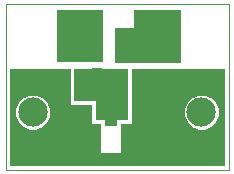
<source format=gtl>
G75*
%MOIN*%
%OFA0B0*%
%FSLAX24Y24*%
%IPPOS*%
%LPD*%
%AMOC8*
5,1,8,0,0,1.08239X$1,22.5*
%
%ADD10C,0.0000*%
%ADD11R,0.0354X0.0276*%
%ADD12R,0.0394X0.0433*%
%ADD13R,0.0413X0.0866*%
%ADD14R,0.0394X0.0413*%
%ADD15C,0.0974*%
%ADD16C,0.0001*%
%ADD17C,0.0120*%
D10*
X000159Y000130D02*
X000159Y005645D01*
X007598Y005645D01*
X007598Y000130D01*
X000159Y000130D01*
X000309Y000280D02*
X000309Y003500D01*
X002309Y003500D01*
X002309Y002300D01*
X003009Y002300D01*
X003009Y001650D01*
X003309Y001650D01*
X003309Y000700D01*
X004009Y000700D01*
X004009Y001650D01*
X004359Y001650D01*
X004359Y003500D01*
X007448Y003500D01*
X007448Y000280D01*
X000309Y000280D01*
X000726Y001552D02*
X000942Y001463D01*
X001176Y001463D01*
X001392Y001552D01*
X001557Y001717D01*
X001646Y001933D01*
X001646Y002167D01*
X001557Y002383D01*
X001392Y002548D01*
X001176Y002637D01*
X000942Y002637D01*
X000726Y002548D01*
X000561Y002383D01*
X000472Y002167D01*
X000472Y001933D01*
X000561Y001717D01*
X000726Y001552D01*
X002449Y002460D02*
X002449Y003500D01*
X004199Y003500D01*
X004199Y002460D01*
X002449Y002460D01*
X003159Y002930D02*
X004199Y002930D01*
X004199Y001810D01*
X003159Y001810D01*
X003159Y002930D01*
X003799Y003710D02*
X003799Y004870D01*
X004509Y004870D01*
X004509Y003710D01*
X003799Y003710D01*
X003379Y003750D02*
X003379Y005450D01*
X001859Y005450D01*
X001859Y003750D01*
X003379Y003750D01*
X004439Y003710D02*
X004439Y005450D01*
X005959Y005450D01*
X005959Y003710D01*
X004439Y003710D01*
X006191Y002383D02*
X006102Y002167D01*
X006102Y001933D01*
X006191Y001717D01*
X006356Y001552D01*
X006572Y001463D01*
X006806Y001463D01*
X007022Y001552D01*
X007187Y001717D01*
X007276Y001933D01*
X007276Y002167D01*
X007187Y002383D01*
X007022Y002548D01*
X006806Y002637D01*
X006572Y002637D01*
X006356Y002548D01*
X006191Y002383D01*
D11*
X005782Y003336D03*
X005782Y003848D03*
X005046Y003853D03*
X005046Y003342D03*
X003197Y003376D03*
X002632Y003375D03*
X002632Y003887D03*
X003197Y003888D03*
D12*
X004003Y003953D03*
X004003Y003284D03*
X002069Y003300D03*
X002069Y003969D03*
D13*
X003088Y001200D03*
X004250Y001200D03*
D14*
X003669Y001800D03*
D15*
X001059Y002050D03*
X006689Y002050D03*
D16*
X006161Y002310D02*
X004359Y002310D01*
X004359Y002311D02*
X006161Y002311D01*
X006162Y002312D02*
X004359Y002312D01*
X004359Y002313D02*
X006162Y002313D01*
X006163Y002314D02*
X004359Y002314D01*
X004359Y002315D02*
X006163Y002315D01*
X006163Y002316D02*
X004359Y002316D01*
X004359Y002317D02*
X006164Y002317D01*
X006164Y002318D02*
X004359Y002318D01*
X006165Y002318D01*
X006165Y002319D02*
X004359Y002319D01*
X004359Y002320D02*
X006165Y002320D01*
X006166Y002321D02*
X004359Y002321D01*
X004359Y002322D02*
X006166Y002322D01*
X006167Y002323D02*
X004359Y002323D01*
X004359Y002324D02*
X006167Y002324D01*
X006167Y002325D02*
X004359Y002325D01*
X004359Y002326D02*
X006168Y002326D01*
X006168Y002327D02*
X004359Y002327D01*
X004359Y002328D02*
X006169Y002328D01*
X006169Y002329D02*
X004359Y002329D01*
X004359Y002330D02*
X006170Y002330D01*
X006170Y002331D02*
X004359Y002331D01*
X004359Y002332D02*
X006170Y002332D01*
X006171Y002333D02*
X004359Y002333D01*
X004359Y002334D02*
X006171Y002334D01*
X006172Y002335D02*
X004359Y002335D01*
X004359Y002336D02*
X006172Y002336D01*
X006172Y002337D02*
X004359Y002337D01*
X004359Y002338D02*
X006173Y002338D01*
X006173Y002339D02*
X004359Y002339D01*
X004359Y002340D02*
X006174Y002340D01*
X006174Y002341D02*
X004359Y002341D01*
X004359Y002342D02*
X006175Y002342D01*
X006175Y002343D02*
X004359Y002343D01*
X004359Y002344D02*
X006175Y002344D01*
X006176Y002345D02*
X004359Y002345D01*
X004359Y002346D02*
X006176Y002346D01*
X006177Y002347D02*
X004359Y002347D01*
X004359Y002348D02*
X006177Y002348D01*
X006177Y002349D02*
X004359Y002349D01*
X004359Y002350D02*
X006178Y002350D01*
X006178Y002351D02*
X004359Y002351D01*
X004359Y002352D02*
X006179Y002352D01*
X006179Y002353D02*
X004359Y002353D01*
X004359Y002354D02*
X006179Y002354D01*
X006180Y002355D02*
X004359Y002355D01*
X004359Y002356D02*
X006180Y002356D01*
X006181Y002357D02*
X004359Y002357D01*
X004359Y002358D02*
X006181Y002358D01*
X006182Y002359D02*
X004359Y002359D01*
X004359Y002360D02*
X006182Y002360D01*
X006182Y002361D02*
X004359Y002361D01*
X004359Y002362D02*
X006183Y002362D01*
X006183Y002363D02*
X004359Y002363D01*
X004359Y002364D02*
X006184Y002364D01*
X006184Y002365D02*
X004359Y002365D01*
X004359Y002366D02*
X006184Y002366D01*
X006185Y002367D02*
X004359Y002367D01*
X004359Y002368D02*
X006185Y002368D01*
X006186Y002369D02*
X004359Y002369D01*
X004359Y002370D02*
X006186Y002370D01*
X006187Y002371D02*
X004359Y002371D01*
X004359Y002372D02*
X006187Y002372D01*
X006187Y002373D02*
X004359Y002373D01*
X004359Y002374D02*
X006188Y002374D01*
X006188Y002375D02*
X004359Y002375D01*
X004359Y002376D02*
X006189Y002376D01*
X006189Y002377D02*
X004359Y002377D01*
X004359Y002378D02*
X006189Y002378D01*
X006190Y002379D02*
X004359Y002379D01*
X004359Y002380D02*
X006190Y002380D01*
X006191Y002381D02*
X004359Y002381D01*
X004359Y002382D02*
X006191Y002382D01*
X006192Y002383D02*
X004359Y002383D01*
X004359Y002384D02*
X006193Y002384D01*
X006194Y002385D02*
X004359Y002385D01*
X004359Y002386D02*
X006195Y002386D01*
X006196Y002387D02*
X004359Y002387D01*
X004359Y002388D02*
X006197Y002388D01*
X006198Y002389D02*
X004359Y002389D01*
X004359Y002390D02*
X006199Y002390D01*
X006200Y002391D02*
X004359Y002391D01*
X004359Y002392D02*
X006201Y002392D01*
X006202Y002393D02*
X004359Y002393D01*
X004359Y002394D02*
X006203Y002394D01*
X006204Y002395D02*
X004359Y002395D01*
X004359Y002396D02*
X006205Y002396D01*
X006206Y002397D02*
X004359Y002397D01*
X004359Y002398D02*
X006207Y002398D01*
X006208Y002399D02*
X004359Y002399D01*
X004359Y002400D02*
X006209Y002400D01*
X006210Y002401D02*
X004359Y002401D01*
X004359Y002402D02*
X006211Y002402D01*
X006212Y002403D02*
X004359Y002403D01*
X004359Y002404D02*
X006213Y002404D01*
X006214Y002405D02*
X004359Y002405D01*
X004359Y002406D02*
X006215Y002406D01*
X006216Y002407D02*
X004359Y002407D01*
X004359Y002408D02*
X006217Y002408D01*
X006218Y002409D02*
X004359Y002409D01*
X004359Y002410D02*
X006219Y002410D01*
X006220Y002411D02*
X004359Y002411D01*
X004359Y002412D02*
X006221Y002412D01*
X006222Y002413D02*
X004359Y002413D01*
X004359Y002414D02*
X006223Y002414D01*
X006224Y002415D02*
X004359Y002415D01*
X004359Y002416D02*
X006225Y002416D01*
X006226Y002417D02*
X004359Y002417D01*
X004359Y002418D02*
X006227Y002418D01*
X006228Y002419D02*
X004359Y002419D01*
X004359Y002420D02*
X006229Y002420D01*
X006230Y002421D02*
X004359Y002421D01*
X004359Y002422D02*
X006231Y002422D01*
X006232Y002423D02*
X004359Y002423D01*
X004359Y002424D02*
X006233Y002424D01*
X006234Y002425D02*
X004359Y002425D01*
X004359Y002426D02*
X006235Y002426D01*
X006236Y002427D02*
X004359Y002427D01*
X004359Y002428D02*
X006237Y002428D01*
X006238Y002429D02*
X004359Y002429D01*
X004359Y002430D02*
X006239Y002430D01*
X006240Y002431D02*
X004359Y002431D01*
X004359Y002432D02*
X006241Y002432D01*
X006242Y002433D02*
X004359Y002433D01*
X004359Y002434D02*
X006243Y002434D01*
X006244Y002435D02*
X004359Y002435D01*
X004359Y002436D02*
X006245Y002436D01*
X006246Y002437D02*
X004359Y002437D01*
X004359Y002438D02*
X006247Y002438D01*
X006248Y002439D02*
X004359Y002439D01*
X004359Y002440D02*
X006249Y002440D01*
X006250Y002441D02*
X004359Y002441D01*
X004359Y002442D02*
X006251Y002442D01*
X006252Y002443D02*
X004359Y002443D01*
X004359Y002444D02*
X006253Y002444D01*
X006254Y002445D02*
X004359Y002445D01*
X004359Y002446D02*
X006255Y002446D01*
X006256Y002447D02*
X004359Y002447D01*
X004359Y002448D02*
X006257Y002448D01*
X006258Y002449D02*
X004359Y002449D01*
X004359Y002450D02*
X006259Y002450D01*
X006260Y002451D02*
X004359Y002451D01*
X004359Y002452D02*
X006261Y002452D01*
X006262Y002453D02*
X004359Y002453D01*
X004359Y002454D02*
X006263Y002454D01*
X006264Y002455D02*
X004359Y002455D01*
X004359Y002456D02*
X006265Y002456D01*
X006266Y002457D02*
X004359Y002457D01*
X004359Y002458D02*
X006267Y002458D01*
X006268Y002459D02*
X004359Y002459D01*
X004359Y002460D02*
X006269Y002460D01*
X006270Y002461D02*
X004359Y002461D01*
X004359Y002462D02*
X006271Y002462D01*
X006272Y002463D02*
X004359Y002463D01*
X004359Y002464D02*
X006273Y002464D01*
X006274Y002465D02*
X004359Y002465D01*
X004359Y002466D02*
X006275Y002466D01*
X006276Y002467D02*
X004359Y002467D01*
X004359Y002468D02*
X006277Y002468D01*
X006278Y002469D02*
X004359Y002469D01*
X004359Y002470D02*
X006279Y002470D01*
X006280Y002471D02*
X004359Y002471D01*
X004359Y002472D02*
X006281Y002472D01*
X006282Y002473D02*
X004359Y002473D01*
X004359Y002474D02*
X006283Y002474D01*
X006284Y002475D02*
X004359Y002475D01*
X004359Y002476D02*
X006285Y002476D01*
X006286Y002477D02*
X004359Y002477D01*
X004359Y002478D02*
X006287Y002478D01*
X006288Y002479D02*
X004359Y002479D01*
X004359Y002480D02*
X006289Y002480D01*
X006290Y002481D02*
X004359Y002481D01*
X004359Y002482D02*
X006291Y002482D01*
X006292Y002483D02*
X004359Y002483D01*
X004359Y002484D02*
X006293Y002484D01*
X006294Y002485D02*
X004359Y002485D01*
X004359Y002486D02*
X006295Y002486D01*
X006296Y002487D02*
X004359Y002487D01*
X004359Y002488D02*
X006297Y002488D01*
X006298Y002489D02*
X004359Y002489D01*
X004359Y002490D02*
X006299Y002490D01*
X006300Y002491D02*
X004359Y002491D01*
X004359Y002492D02*
X006301Y002492D01*
X006302Y002493D02*
X004359Y002493D01*
X004359Y002494D02*
X006303Y002494D01*
X006304Y002495D02*
X004359Y002495D01*
X004359Y002496D02*
X006305Y002496D01*
X006306Y002497D02*
X004359Y002497D01*
X004359Y002498D02*
X006307Y002498D01*
X006308Y002499D02*
X004359Y002499D01*
X004359Y002500D02*
X006309Y002500D01*
X006310Y002501D02*
X004359Y002501D01*
X004359Y002502D02*
X006311Y002502D01*
X006312Y002503D02*
X004359Y002503D01*
X004359Y002504D02*
X006313Y002504D01*
X006314Y002505D02*
X004359Y002505D01*
X004359Y002506D02*
X006315Y002506D01*
X006316Y002507D02*
X004359Y002507D01*
X004359Y002508D02*
X006317Y002508D01*
X006318Y002509D02*
X004359Y002509D01*
X004359Y002510D02*
X006319Y002510D01*
X006320Y002511D02*
X004359Y002511D01*
X004359Y002512D02*
X006321Y002512D01*
X006322Y002513D02*
X004359Y002513D01*
X004359Y002514D02*
X006323Y002514D01*
X006324Y002515D02*
X004359Y002515D01*
X004359Y002516D02*
X006325Y002516D01*
X006326Y002517D02*
X004359Y002517D01*
X004359Y002518D02*
X006327Y002518D01*
X006328Y002519D02*
X004359Y002519D01*
X004359Y002520D02*
X006329Y002520D01*
X006330Y002521D02*
X004359Y002521D01*
X004359Y002522D02*
X006331Y002522D01*
X006332Y002523D02*
X004359Y002523D01*
X004359Y002524D02*
X006333Y002524D01*
X006334Y002525D02*
X004359Y002525D01*
X004359Y002526D02*
X006335Y002526D01*
X006336Y002527D02*
X004359Y002527D01*
X004359Y002528D02*
X006337Y002528D01*
X006338Y002529D02*
X004359Y002529D01*
X004359Y002530D02*
X006339Y002530D01*
X006340Y002531D02*
X004359Y002531D01*
X004359Y002532D02*
X006341Y002532D01*
X006342Y002533D02*
X004359Y002533D01*
X004359Y002534D02*
X006343Y002534D01*
X006344Y002535D02*
X004359Y002535D01*
X004359Y002536D02*
X006345Y002536D01*
X006346Y002537D02*
X004359Y002537D01*
X004359Y002538D02*
X006347Y002538D01*
X006348Y002539D02*
X004359Y002539D01*
X004359Y002540D02*
X006349Y002540D01*
X006350Y002541D02*
X004359Y002541D01*
X004359Y002542D02*
X006351Y002542D01*
X006352Y002543D02*
X004359Y002543D01*
X004359Y002544D02*
X006353Y002544D01*
X006354Y002545D02*
X004359Y002545D01*
X004359Y002546D02*
X006355Y002546D01*
X006356Y002547D02*
X004359Y002547D01*
X004359Y002548D02*
X006357Y002548D01*
X006360Y002549D02*
X004359Y002549D01*
X004359Y002550D02*
X006362Y002550D01*
X006365Y002551D02*
X004359Y002551D01*
X004359Y002552D02*
X006367Y002552D01*
X006370Y002553D02*
X004359Y002553D01*
X004359Y002554D02*
X006372Y002554D01*
X006374Y002555D02*
X004359Y002555D01*
X004359Y002556D02*
X006377Y002556D01*
X006379Y002557D02*
X004359Y002557D01*
X004359Y002558D02*
X006382Y002558D01*
X006384Y002559D02*
X004359Y002559D01*
X004359Y002560D02*
X006386Y002560D01*
X006389Y002561D02*
X004359Y002561D01*
X004359Y002562D02*
X006391Y002562D01*
X006394Y002563D02*
X004359Y002563D01*
X004359Y002564D02*
X006396Y002564D01*
X006398Y002565D02*
X004359Y002565D01*
X004359Y002566D02*
X006401Y002566D01*
X006403Y002567D02*
X004359Y002567D01*
X004359Y002568D02*
X006406Y002568D01*
X006408Y002569D02*
X004359Y002569D01*
X004359Y002570D02*
X006411Y002570D01*
X006413Y002571D02*
X004359Y002571D01*
X004359Y002572D02*
X006415Y002572D01*
X006418Y002573D02*
X004359Y002573D01*
X004359Y002574D02*
X006420Y002574D01*
X006423Y002575D02*
X004359Y002575D01*
X004359Y002576D02*
X006425Y002576D01*
X006427Y002577D02*
X004359Y002577D01*
X004359Y002578D02*
X006430Y002578D01*
X006432Y002579D02*
X004359Y002579D01*
X004359Y002580D02*
X006435Y002580D01*
X006437Y002581D02*
X004359Y002581D01*
X004359Y002582D02*
X006439Y002582D01*
X006442Y002583D02*
X004359Y002583D01*
X004359Y002584D02*
X006444Y002584D01*
X006447Y002585D02*
X004359Y002585D01*
X004359Y002586D02*
X006449Y002586D01*
X006452Y002587D02*
X004359Y002587D01*
X004359Y002588D02*
X006454Y002588D01*
X006456Y002589D02*
X004359Y002589D01*
X004359Y002590D02*
X006459Y002590D01*
X006461Y002591D02*
X004359Y002591D01*
X004359Y002592D02*
X006464Y002592D01*
X006466Y002593D02*
X004359Y002593D01*
X004359Y002594D02*
X006468Y002594D01*
X006471Y002595D02*
X004359Y002595D01*
X004359Y002596D02*
X006473Y002596D01*
X006476Y002597D02*
X004359Y002597D01*
X004359Y002598D02*
X006478Y002598D01*
X006480Y002599D02*
X004359Y002599D01*
X004359Y002600D02*
X006483Y002600D01*
X006485Y002601D02*
X004359Y002601D01*
X004359Y002602D02*
X006488Y002602D01*
X006490Y002603D02*
X004359Y002603D01*
X004359Y002604D02*
X006493Y002604D01*
X006495Y002605D02*
X004359Y002605D01*
X004359Y002606D02*
X006497Y002606D01*
X006500Y002607D02*
X004359Y002607D01*
X004359Y002608D02*
X006502Y002608D01*
X006505Y002609D02*
X004359Y002609D01*
X004359Y002610D02*
X006507Y002610D01*
X006509Y002611D02*
X004359Y002611D01*
X004359Y002612D02*
X006512Y002612D01*
X006514Y002613D02*
X004359Y002613D01*
X004359Y002614D02*
X006517Y002614D01*
X006519Y002615D02*
X004359Y002615D01*
X004359Y002616D02*
X006521Y002616D01*
X006524Y002617D02*
X004359Y002617D01*
X004359Y002618D02*
X006526Y002618D01*
X006529Y002619D02*
X004359Y002619D01*
X004359Y002620D02*
X006531Y002620D01*
X006534Y002621D02*
X004359Y002621D01*
X004359Y002622D02*
X006536Y002622D01*
X006538Y002623D02*
X004359Y002623D01*
X004359Y002624D02*
X006541Y002624D01*
X006543Y002625D02*
X004359Y002625D01*
X004359Y002626D02*
X006546Y002626D01*
X006548Y002627D02*
X004359Y002627D01*
X004359Y002628D02*
X006550Y002628D01*
X006553Y002629D02*
X004359Y002629D01*
X004359Y002630D02*
X006555Y002630D01*
X006558Y002631D02*
X004359Y002631D01*
X004359Y002632D02*
X006560Y002632D01*
X006562Y002633D02*
X004359Y002633D01*
X004359Y002634D02*
X006565Y002634D01*
X006567Y002635D02*
X004359Y002635D01*
X004359Y002636D02*
X006570Y002636D01*
X006572Y002637D02*
X004359Y002637D01*
X004359Y002638D02*
X007448Y002638D01*
X007448Y002637D02*
X006806Y002637D01*
X006808Y002636D02*
X007448Y002636D01*
X007448Y002635D02*
X006811Y002635D01*
X006813Y002634D02*
X007448Y002634D01*
X007448Y002633D02*
X006815Y002633D01*
X006818Y002632D02*
X007448Y002632D01*
X007448Y002631D02*
X006820Y002631D01*
X006823Y002630D02*
X007448Y002630D01*
X007448Y002629D02*
X006825Y002629D01*
X006828Y002628D02*
X007448Y002628D01*
X007448Y002627D02*
X006830Y002627D01*
X006832Y002626D02*
X007448Y002626D01*
X007448Y002625D02*
X006835Y002625D01*
X006837Y002624D02*
X007448Y002624D01*
X007448Y002623D02*
X006840Y002623D01*
X006842Y002622D02*
X007448Y002622D01*
X007448Y002621D02*
X006844Y002621D01*
X006847Y002620D02*
X007448Y002620D01*
X007448Y002619D02*
X006849Y002619D01*
X006852Y002618D02*
X007448Y002618D01*
X007448Y002617D02*
X006854Y002617D01*
X006856Y002616D02*
X007448Y002616D01*
X007448Y002615D02*
X006859Y002615D01*
X006861Y002614D02*
X007448Y002614D01*
X007448Y002613D02*
X006864Y002613D01*
X006866Y002612D02*
X007448Y002612D01*
X007448Y002611D02*
X006869Y002611D01*
X006871Y002610D02*
X007448Y002610D01*
X007448Y002609D02*
X006873Y002609D01*
X006876Y002608D02*
X007448Y002608D01*
X007448Y002607D02*
X006878Y002607D01*
X006881Y002606D02*
X007448Y002606D01*
X007448Y002605D02*
X006883Y002605D01*
X006885Y002604D02*
X007448Y002604D01*
X007448Y002603D02*
X006888Y002603D01*
X006890Y002602D02*
X007448Y002602D01*
X007448Y002601D02*
X006893Y002601D01*
X006895Y002600D02*
X007448Y002600D01*
X007448Y002599D02*
X006897Y002599D01*
X006900Y002598D02*
X007448Y002598D01*
X007448Y002597D02*
X006902Y002597D01*
X006905Y002596D02*
X007448Y002596D01*
X007448Y002595D02*
X006907Y002595D01*
X006910Y002594D02*
X007448Y002594D01*
X007448Y002593D02*
X006912Y002593D01*
X006914Y002592D02*
X007448Y002592D01*
X007448Y002591D02*
X006917Y002591D01*
X006919Y002590D02*
X007448Y002590D01*
X007448Y002589D02*
X006922Y002589D01*
X006924Y002588D02*
X007448Y002588D01*
X007448Y002587D02*
X006926Y002587D01*
X006929Y002586D02*
X007448Y002586D01*
X007448Y002585D02*
X006931Y002585D01*
X006934Y002584D02*
X007448Y002584D01*
X007448Y002583D02*
X006936Y002583D01*
X006938Y002582D02*
X007448Y002582D01*
X007448Y002581D02*
X006941Y002581D01*
X006943Y002580D02*
X007448Y002580D01*
X007448Y002579D02*
X006946Y002579D01*
X006948Y002578D02*
X007448Y002578D01*
X007448Y002577D02*
X006951Y002577D01*
X006953Y002576D02*
X007448Y002576D01*
X007448Y002575D02*
X006955Y002575D01*
X006958Y002574D02*
X007448Y002574D01*
X007448Y002573D02*
X006960Y002573D01*
X006963Y002572D02*
X007448Y002572D01*
X007448Y002571D02*
X006965Y002571D01*
X006967Y002570D02*
X007448Y002570D01*
X007448Y002569D02*
X006970Y002569D01*
X006972Y002568D02*
X007448Y002568D01*
X007448Y002567D02*
X006975Y002567D01*
X006977Y002566D02*
X007448Y002566D01*
X007448Y002565D02*
X006979Y002565D01*
X006982Y002564D02*
X007448Y002564D01*
X007448Y002563D02*
X006984Y002563D01*
X006987Y002562D02*
X007448Y002562D01*
X007448Y002561D02*
X006989Y002561D01*
X006992Y002560D02*
X007448Y002560D01*
X007448Y002559D02*
X006994Y002559D01*
X006996Y002558D02*
X007448Y002558D01*
X007448Y002557D02*
X006999Y002557D01*
X007001Y002556D02*
X007448Y002556D01*
X007448Y002555D02*
X007004Y002555D01*
X007006Y002554D02*
X007448Y002554D01*
X007448Y002553D02*
X007008Y002553D01*
X007011Y002552D02*
X007448Y002552D01*
X007448Y002551D02*
X007013Y002551D01*
X007016Y002550D02*
X007448Y002550D01*
X007448Y002549D02*
X007018Y002549D01*
X007020Y002548D02*
X007448Y002548D01*
X007448Y002547D02*
X007022Y002547D01*
X007023Y002546D02*
X007448Y002546D01*
X007448Y002545D02*
X007024Y002545D01*
X007025Y002544D02*
X007448Y002544D01*
X007448Y002543D02*
X007026Y002543D01*
X007027Y002542D02*
X007448Y002542D01*
X007448Y002541D02*
X007028Y002541D01*
X007029Y002540D02*
X007448Y002540D01*
X007448Y002539D02*
X007030Y002539D01*
X007031Y002538D02*
X007448Y002538D01*
X007448Y002537D02*
X007032Y002537D01*
X007033Y002536D02*
X007448Y002536D01*
X007448Y002535D02*
X007034Y002535D01*
X007035Y002534D02*
X007448Y002534D01*
X007448Y002533D02*
X007036Y002533D01*
X007037Y002532D02*
X007448Y002532D01*
X007448Y002531D02*
X007038Y002531D01*
X007039Y002530D02*
X007448Y002530D01*
X007448Y002529D02*
X007040Y002529D01*
X007041Y002528D02*
X007448Y002528D01*
X007448Y002527D02*
X007042Y002527D01*
X007043Y002526D02*
X007448Y002526D01*
X007448Y002525D02*
X007044Y002525D01*
X007045Y002524D02*
X007448Y002524D01*
X007448Y002523D02*
X007046Y002523D01*
X007047Y002522D02*
X007448Y002522D01*
X007448Y002521D02*
X007048Y002521D01*
X007049Y002520D02*
X007448Y002520D01*
X007448Y002519D02*
X007050Y002519D01*
X007051Y002518D02*
X007448Y002518D01*
X007448Y002517D02*
X007052Y002517D01*
X007053Y002516D02*
X007448Y002516D01*
X007448Y002515D02*
X007054Y002515D01*
X007055Y002514D02*
X007448Y002514D01*
X007448Y002513D02*
X007056Y002513D01*
X007057Y002512D02*
X007448Y002512D01*
X007448Y002511D02*
X007058Y002511D01*
X007059Y002510D02*
X007448Y002510D01*
X007448Y002509D02*
X007060Y002509D01*
X007061Y002508D02*
X007448Y002508D01*
X007448Y002507D02*
X007062Y002507D01*
X007063Y002506D02*
X007448Y002506D01*
X007448Y002505D02*
X007064Y002505D01*
X007065Y002504D02*
X007448Y002504D01*
X007448Y002503D02*
X007066Y002503D01*
X007067Y002502D02*
X007448Y002502D01*
X007448Y002501D02*
X007068Y002501D01*
X007069Y002500D02*
X007448Y002500D01*
X007448Y002499D02*
X007070Y002499D01*
X007071Y002498D02*
X007448Y002498D01*
X007448Y002497D02*
X007072Y002497D01*
X007073Y002496D02*
X007448Y002496D01*
X007448Y002495D02*
X007074Y002495D01*
X007075Y002494D02*
X007448Y002494D01*
X007448Y002493D02*
X007076Y002493D01*
X007077Y002492D02*
X007448Y002492D01*
X007448Y002491D02*
X007078Y002491D01*
X007079Y002490D02*
X007448Y002490D01*
X007448Y002489D02*
X007080Y002489D01*
X007081Y002488D02*
X007448Y002488D01*
X007448Y002487D02*
X007082Y002487D01*
X007083Y002486D02*
X007448Y002486D01*
X007448Y002485D02*
X007084Y002485D01*
X007085Y002484D02*
X007448Y002484D01*
X007448Y002483D02*
X007086Y002483D01*
X007087Y002482D02*
X007448Y002482D01*
X007448Y002481D02*
X007088Y002481D01*
X007089Y002480D02*
X007448Y002480D01*
X007448Y002479D02*
X007090Y002479D01*
X007091Y002478D02*
X007448Y002478D01*
X007448Y002477D02*
X007092Y002477D01*
X007093Y002476D02*
X007448Y002476D01*
X007448Y002475D02*
X007094Y002475D01*
X007095Y002474D02*
X007448Y002474D01*
X007448Y002473D02*
X007096Y002473D01*
X007097Y002472D02*
X007448Y002472D01*
X007448Y002471D02*
X007098Y002471D01*
X007099Y002470D02*
X007448Y002470D01*
X007448Y002469D02*
X007100Y002469D01*
X007101Y002468D02*
X007448Y002468D01*
X007448Y002467D02*
X007102Y002467D01*
X007103Y002466D02*
X007448Y002466D01*
X007448Y002465D02*
X007104Y002465D01*
X007105Y002464D02*
X007448Y002464D01*
X007448Y002463D02*
X007106Y002463D01*
X007107Y002462D02*
X007448Y002462D01*
X007448Y002461D02*
X007108Y002461D01*
X007109Y002460D02*
X007448Y002460D01*
X007448Y002459D02*
X007110Y002459D01*
X007111Y002458D02*
X007448Y002458D01*
X007448Y002457D02*
X007112Y002457D01*
X007113Y002456D02*
X007448Y002456D01*
X007448Y002455D02*
X007114Y002455D01*
X007115Y002454D02*
X007448Y002454D01*
X007448Y002453D02*
X007116Y002453D01*
X007117Y002452D02*
X007448Y002452D01*
X007448Y002451D02*
X007118Y002451D01*
X007119Y002450D02*
X007448Y002450D01*
X007448Y002449D02*
X007120Y002449D01*
X007121Y002448D02*
X007448Y002448D01*
X007448Y002447D02*
X007122Y002447D01*
X007123Y002446D02*
X007448Y002446D01*
X007448Y002445D02*
X007124Y002445D01*
X007125Y002444D02*
X007448Y002444D01*
X007448Y002443D02*
X007126Y002443D01*
X007127Y002442D02*
X007448Y002442D01*
X007448Y002441D02*
X007128Y002441D01*
X007129Y002440D02*
X007448Y002440D01*
X007448Y002439D02*
X007130Y002439D01*
X007131Y002438D02*
X007448Y002438D01*
X007448Y002437D02*
X007132Y002437D01*
X007133Y002436D02*
X007448Y002436D01*
X007448Y002435D02*
X007134Y002435D01*
X007135Y002434D02*
X007448Y002434D01*
X007448Y002433D02*
X007136Y002433D01*
X007137Y002432D02*
X007448Y002432D01*
X007448Y002431D02*
X007138Y002431D01*
X007139Y002430D02*
X007448Y002430D01*
X007448Y002429D02*
X007140Y002429D01*
X007141Y002428D02*
X007448Y002428D01*
X007448Y002427D02*
X007142Y002427D01*
X007143Y002426D02*
X007448Y002426D01*
X007448Y002425D02*
X007144Y002425D01*
X007145Y002424D02*
X007448Y002424D01*
X007448Y002423D02*
X007146Y002423D01*
X007147Y002422D02*
X007448Y002422D01*
X007448Y002421D02*
X007148Y002421D01*
X007149Y002420D02*
X007448Y002420D01*
X007448Y002419D02*
X007150Y002419D01*
X007151Y002418D02*
X007448Y002418D01*
X007448Y002417D02*
X007152Y002417D01*
X007153Y002416D02*
X007448Y002416D01*
X007448Y002415D02*
X007154Y002415D01*
X007155Y002414D02*
X007448Y002414D01*
X007448Y002413D02*
X007156Y002413D01*
X007157Y002412D02*
X007448Y002412D01*
X007448Y002411D02*
X007158Y002411D01*
X007159Y002410D02*
X007448Y002410D01*
X007448Y002409D02*
X007160Y002409D01*
X007161Y002408D02*
X007448Y002408D01*
X007448Y002407D02*
X007162Y002407D01*
X007163Y002406D02*
X007448Y002406D01*
X007448Y002405D02*
X007164Y002405D01*
X007165Y002404D02*
X007448Y002404D01*
X007448Y002403D02*
X007166Y002403D01*
X007167Y002402D02*
X007448Y002402D01*
X007448Y002401D02*
X007168Y002401D01*
X007169Y002400D02*
X007448Y002400D01*
X007448Y002399D02*
X007170Y002399D01*
X007171Y002398D02*
X007448Y002398D01*
X007448Y002397D02*
X007172Y002397D01*
X007173Y002396D02*
X007448Y002396D01*
X007448Y002395D02*
X007174Y002395D01*
X007175Y002394D02*
X007448Y002394D01*
X007448Y002393D02*
X007176Y002393D01*
X007177Y002392D02*
X007448Y002392D01*
X007448Y002391D02*
X007178Y002391D01*
X007179Y002390D02*
X007448Y002390D01*
X007448Y002389D02*
X007180Y002389D01*
X007181Y002388D02*
X007448Y002388D01*
X007448Y002387D02*
X007182Y002387D01*
X007183Y002386D02*
X007448Y002386D01*
X007448Y002385D02*
X007184Y002385D01*
X007185Y002384D02*
X007448Y002384D01*
X007448Y002383D02*
X007186Y002383D01*
X007187Y002382D02*
X007448Y002382D01*
X007448Y002381D02*
X007187Y002381D01*
X007188Y002380D02*
X007448Y002380D01*
X007448Y002379D02*
X007188Y002379D01*
X007189Y002378D02*
X007448Y002378D01*
X007448Y002377D02*
X007189Y002377D01*
X007189Y002376D02*
X007448Y002376D01*
X007448Y002375D02*
X007190Y002375D01*
X007190Y002374D02*
X007448Y002374D01*
X007448Y002373D02*
X007191Y002373D01*
X007191Y002372D02*
X007448Y002372D01*
X007448Y002371D02*
X007191Y002371D01*
X007192Y002370D02*
X007448Y002370D01*
X007448Y002369D02*
X007192Y002369D01*
X007193Y002368D02*
X007448Y002368D01*
X007448Y002367D02*
X007193Y002367D01*
X007193Y002366D02*
X007448Y002366D01*
X007448Y002365D02*
X007194Y002365D01*
X007194Y002364D02*
X007448Y002364D01*
X007448Y002363D02*
X007195Y002363D01*
X007195Y002362D02*
X007448Y002362D01*
X007448Y002361D02*
X007196Y002361D01*
X007196Y002360D02*
X007448Y002360D01*
X007448Y002359D02*
X007196Y002359D01*
X007197Y002358D02*
X007448Y002358D01*
X007448Y002357D02*
X007197Y002357D01*
X007198Y002356D02*
X007448Y002356D01*
X007448Y002355D02*
X007198Y002355D01*
X007198Y002354D02*
X007448Y002354D01*
X007448Y002353D02*
X007199Y002353D01*
X007199Y002352D02*
X007448Y002352D01*
X007448Y002351D02*
X007200Y002351D01*
X007200Y002350D02*
X007448Y002350D01*
X007448Y002349D02*
X007201Y002349D01*
X007201Y002348D02*
X007448Y002348D01*
X007448Y002347D02*
X007201Y002347D01*
X007202Y002346D02*
X007448Y002346D01*
X007448Y002345D02*
X007202Y002345D01*
X007203Y002344D02*
X007448Y002344D01*
X007448Y002343D02*
X007203Y002343D01*
X007203Y002342D02*
X007448Y002342D01*
X007448Y002341D02*
X007204Y002341D01*
X007204Y002340D02*
X007448Y002340D01*
X007448Y002339D02*
X007205Y002339D01*
X007205Y002338D02*
X007448Y002338D01*
X007448Y002337D02*
X007205Y002337D01*
X007206Y002336D02*
X007448Y002336D01*
X007448Y002335D02*
X007206Y002335D01*
X007207Y002334D02*
X007448Y002334D01*
X007448Y002333D02*
X007207Y002333D01*
X007208Y002332D02*
X007448Y002332D01*
X007448Y002331D02*
X007208Y002331D01*
X007208Y002330D02*
X007448Y002330D01*
X007448Y002329D02*
X007209Y002329D01*
X007209Y002328D02*
X007448Y002328D01*
X007448Y002327D02*
X007210Y002327D01*
X007210Y002326D02*
X007448Y002326D01*
X007448Y002325D02*
X007210Y002325D01*
X007211Y002324D02*
X007448Y002324D01*
X007448Y002323D02*
X007211Y002323D01*
X007212Y002322D02*
X007448Y002322D01*
X007448Y002321D02*
X007212Y002321D01*
X007213Y002320D02*
X007448Y002320D01*
X007448Y002319D02*
X007213Y002319D01*
X007213Y002318D02*
X007448Y002318D01*
X007214Y002318D01*
X007214Y002317D02*
X007448Y002317D01*
X007448Y002316D02*
X007215Y002316D01*
X007215Y002315D02*
X007448Y002315D01*
X007448Y002314D02*
X007215Y002314D01*
X007216Y002313D02*
X007448Y002313D01*
X007448Y002312D02*
X007216Y002312D01*
X007217Y002311D02*
X007448Y002311D01*
X007448Y002310D02*
X007217Y002310D01*
X007217Y002309D02*
X007448Y002309D01*
X007448Y002308D02*
X007218Y002308D01*
X007218Y002307D02*
X007448Y002307D01*
X007448Y002306D02*
X007219Y002306D01*
X007219Y002305D02*
X007448Y002305D01*
X007448Y002304D02*
X007220Y002304D01*
X007220Y002303D02*
X007448Y002303D01*
X007448Y002302D02*
X007220Y002302D01*
X007221Y002301D02*
X007448Y002301D01*
X007448Y002300D02*
X007221Y002300D01*
X007222Y002299D02*
X007448Y002299D01*
X007448Y002298D02*
X007222Y002298D01*
X007222Y002297D02*
X007448Y002297D01*
X007448Y002296D02*
X007223Y002296D01*
X007223Y002295D02*
X007448Y002295D01*
X007448Y002294D02*
X007224Y002294D01*
X007224Y002293D02*
X007448Y002293D01*
X007448Y002292D02*
X007225Y002292D01*
X007225Y002291D02*
X007448Y002291D01*
X007448Y002290D02*
X007225Y002290D01*
X007226Y002289D02*
X007448Y002289D01*
X007448Y002288D02*
X007226Y002288D01*
X007227Y002287D02*
X007448Y002287D01*
X007448Y002286D02*
X007227Y002286D01*
X007227Y002285D02*
X007448Y002285D01*
X007448Y002284D02*
X007228Y002284D01*
X007228Y002283D02*
X007448Y002283D01*
X007448Y002282D02*
X007229Y002282D01*
X007229Y002281D02*
X007448Y002281D01*
X007448Y002280D02*
X007229Y002280D01*
X007230Y002279D02*
X007448Y002279D01*
X007448Y002278D02*
X007230Y002278D01*
X007231Y002277D02*
X007448Y002277D01*
X007448Y002276D02*
X007231Y002276D01*
X007232Y002275D02*
X007448Y002275D01*
X007448Y002274D02*
X007232Y002274D01*
X007232Y002273D02*
X007448Y002273D01*
X007448Y002272D02*
X007233Y002272D01*
X007233Y002271D02*
X007448Y002271D01*
X007448Y002270D02*
X007234Y002270D01*
X007234Y002269D02*
X007448Y002269D01*
X007448Y002268D02*
X007234Y002268D01*
X007235Y002267D02*
X007448Y002267D01*
X007448Y002266D02*
X007235Y002266D01*
X007236Y002265D02*
X007448Y002265D01*
X007448Y002264D02*
X007236Y002264D01*
X007237Y002263D02*
X007448Y002263D01*
X007448Y002262D02*
X007237Y002262D01*
X007237Y002261D02*
X007448Y002261D01*
X007448Y002260D02*
X007238Y002260D01*
X007238Y002259D02*
X007448Y002259D01*
X007448Y002258D02*
X007239Y002258D01*
X007239Y002257D02*
X007448Y002257D01*
X007448Y002256D02*
X007239Y002256D01*
X007240Y002255D02*
X007448Y002255D01*
X007448Y002254D02*
X007240Y002254D01*
X007241Y002253D02*
X007448Y002253D01*
X007448Y002252D02*
X007241Y002252D01*
X007241Y002251D02*
X007448Y002251D01*
X007448Y002250D02*
X007242Y002250D01*
X007242Y002249D02*
X007448Y002249D01*
X007448Y002248D02*
X007243Y002248D01*
X007243Y002247D02*
X007448Y002247D01*
X007448Y002246D02*
X007244Y002246D01*
X007244Y002245D02*
X007448Y002245D01*
X007448Y002244D02*
X007244Y002244D01*
X007245Y002243D02*
X007448Y002243D01*
X007448Y002242D02*
X007245Y002242D01*
X007246Y002241D02*
X007448Y002241D01*
X007448Y002240D02*
X007246Y002240D01*
X007246Y002239D02*
X007448Y002239D01*
X007448Y002238D02*
X007247Y002238D01*
X007247Y002237D02*
X007448Y002237D01*
X007448Y002236D02*
X007248Y002236D01*
X007248Y002235D02*
X007448Y002235D01*
X007448Y002234D02*
X007249Y002234D01*
X007249Y002233D02*
X007448Y002233D01*
X007448Y002232D02*
X007249Y002232D01*
X007250Y002231D02*
X007448Y002231D01*
X007448Y002230D02*
X007250Y002230D01*
X007251Y002229D02*
X007448Y002229D01*
X007448Y002228D02*
X007251Y002228D01*
X007251Y002227D02*
X007448Y002227D01*
X007448Y002226D02*
X007252Y002226D01*
X007252Y002225D02*
X007448Y002225D01*
X007448Y002224D02*
X007253Y002224D01*
X007253Y002223D02*
X007448Y002223D01*
X007448Y002222D02*
X007253Y002222D01*
X007254Y002221D02*
X007448Y002221D01*
X007448Y002220D02*
X007254Y002220D01*
X007255Y002219D02*
X007448Y002219D01*
X007448Y002218D02*
X007255Y002218D01*
X007256Y002217D02*
X007448Y002217D01*
X007448Y002216D02*
X007256Y002216D01*
X007256Y002215D02*
X007448Y002215D01*
X007448Y002214D02*
X007257Y002214D01*
X007257Y002213D02*
X007448Y002213D01*
X007448Y002212D02*
X007258Y002212D01*
X007258Y002211D02*
X007448Y002211D01*
X007448Y002210D02*
X007258Y002210D01*
X007259Y002209D02*
X007448Y002209D01*
X007448Y002208D02*
X007259Y002208D01*
X007260Y002207D02*
X007448Y002207D01*
X007448Y002206D02*
X007260Y002206D01*
X007261Y002205D02*
X007448Y002205D01*
X007448Y002204D02*
X007261Y002204D01*
X007261Y002203D02*
X007448Y002203D01*
X007448Y002202D02*
X007262Y002202D01*
X007262Y002201D02*
X007448Y002201D01*
X007448Y002200D02*
X007263Y002200D01*
X007263Y002199D02*
X007448Y002199D01*
X007448Y002198D02*
X007263Y002198D01*
X007264Y002197D02*
X007448Y002197D01*
X007448Y002196D02*
X007264Y002196D01*
X007265Y002195D02*
X007448Y002195D01*
X007448Y002194D02*
X007265Y002194D01*
X007265Y002193D02*
X007448Y002193D01*
X007448Y002192D02*
X007266Y002192D01*
X007266Y002191D02*
X007448Y002191D01*
X007448Y002190D02*
X007267Y002190D01*
X007267Y002189D02*
X007448Y002189D01*
X007448Y002188D02*
X007268Y002188D01*
X007268Y002187D02*
X007448Y002187D01*
X007448Y002186D02*
X007268Y002186D01*
X007269Y002185D02*
X007448Y002185D01*
X007448Y002184D02*
X007269Y002184D01*
X007270Y002183D02*
X007448Y002183D01*
X007448Y002182D02*
X007270Y002182D01*
X007270Y002181D02*
X007448Y002181D01*
X007448Y002180D02*
X007271Y002180D01*
X007271Y002179D02*
X007448Y002179D01*
X007448Y002178D02*
X007272Y002178D01*
X007272Y002177D02*
X007448Y002177D01*
X007448Y002176D02*
X007273Y002176D01*
X007273Y002175D02*
X007448Y002175D01*
X007448Y002174D02*
X007273Y002174D01*
X007274Y002173D02*
X007448Y002173D01*
X007448Y002172D02*
X007274Y002172D01*
X007275Y002171D02*
X007448Y002171D01*
X007448Y002170D02*
X007275Y002170D01*
X007275Y002169D02*
X007448Y002169D01*
X007448Y002168D02*
X007276Y002168D01*
X007276Y002167D02*
X007448Y002167D01*
X007448Y002166D02*
X007276Y002166D01*
X007276Y002165D02*
X007448Y002165D01*
X007448Y002164D02*
X007276Y002164D01*
X007276Y002163D02*
X007448Y002163D01*
X007448Y002162D02*
X007276Y002162D01*
X007276Y002161D02*
X007448Y002161D01*
X007448Y002160D02*
X007276Y002160D01*
X007276Y002159D02*
X007448Y002159D01*
X007448Y002158D02*
X007276Y002158D01*
X007276Y002157D02*
X007448Y002157D01*
X007448Y002156D02*
X007276Y002156D01*
X007276Y002155D02*
X007448Y002155D01*
X007448Y002154D02*
X007276Y002154D01*
X007276Y002153D02*
X007448Y002153D01*
X007448Y002152D02*
X007276Y002152D01*
X007276Y002151D02*
X007448Y002151D01*
X007448Y002150D02*
X007276Y002150D01*
X007276Y002149D02*
X007448Y002149D01*
X007448Y002148D02*
X007276Y002148D01*
X007276Y002147D02*
X007448Y002147D01*
X007448Y002146D02*
X007276Y002146D01*
X007276Y002145D02*
X007448Y002145D01*
X007448Y002144D02*
X007276Y002144D01*
X007276Y002143D02*
X007448Y002143D01*
X007448Y002142D02*
X007276Y002142D01*
X007276Y002141D02*
X007448Y002141D01*
X007448Y002140D02*
X007276Y002140D01*
X007276Y002139D02*
X007448Y002139D01*
X007448Y002138D02*
X007276Y002138D01*
X007276Y002137D02*
X007448Y002137D01*
X007448Y002136D02*
X007276Y002136D01*
X007276Y002135D02*
X007448Y002135D01*
X007448Y002134D02*
X007276Y002134D01*
X007276Y002133D02*
X007448Y002133D01*
X007448Y002132D02*
X007276Y002132D01*
X007276Y002131D02*
X007448Y002131D01*
X007448Y002130D02*
X007276Y002130D01*
X007276Y002129D02*
X007448Y002129D01*
X007448Y002128D02*
X007276Y002128D01*
X007276Y002127D02*
X007448Y002127D01*
X007448Y002126D02*
X007276Y002126D01*
X007276Y002125D02*
X007448Y002125D01*
X007448Y002124D02*
X007276Y002124D01*
X007276Y002123D02*
X007448Y002123D01*
X007448Y002122D02*
X007276Y002122D01*
X007276Y002121D02*
X007448Y002121D01*
X007448Y002120D02*
X007276Y002120D01*
X007276Y002119D02*
X007448Y002119D01*
X007448Y002118D02*
X007276Y002118D01*
X007276Y002117D02*
X007448Y002117D01*
X007448Y002116D02*
X007276Y002116D01*
X007276Y002115D02*
X007448Y002115D01*
X007448Y002114D02*
X007276Y002114D01*
X007276Y002113D02*
X007448Y002113D01*
X007448Y002112D02*
X007276Y002112D01*
X007276Y002111D02*
X007448Y002111D01*
X007448Y002110D02*
X007276Y002110D01*
X007276Y002109D02*
X007448Y002109D01*
X007448Y002108D02*
X007276Y002108D01*
X007276Y002107D02*
X007448Y002107D01*
X007448Y002106D02*
X007276Y002106D01*
X007276Y002105D02*
X007448Y002105D01*
X007448Y002104D02*
X007276Y002104D01*
X007276Y002103D02*
X007448Y002103D01*
X007448Y002102D02*
X007276Y002102D01*
X007276Y002101D02*
X007448Y002101D01*
X007448Y002100D02*
X007276Y002100D01*
X007276Y002099D02*
X007448Y002099D01*
X007448Y002098D02*
X007276Y002098D01*
X007276Y002097D02*
X007448Y002097D01*
X007448Y002096D02*
X007276Y002096D01*
X007276Y002095D02*
X007448Y002095D01*
X007448Y002094D02*
X007276Y002094D01*
X007276Y002093D02*
X007448Y002093D01*
X007448Y002092D02*
X007276Y002092D01*
X007276Y002091D02*
X007448Y002091D01*
X007448Y002090D02*
X007276Y002090D01*
X007276Y002089D02*
X007448Y002089D01*
X007448Y002088D02*
X007276Y002088D01*
X007276Y002087D02*
X007448Y002087D01*
X007448Y002086D02*
X007276Y002086D01*
X007276Y002085D02*
X007448Y002085D01*
X007448Y002084D02*
X007276Y002084D01*
X007276Y002083D02*
X007448Y002083D01*
X007448Y002082D02*
X007276Y002082D01*
X007276Y002081D02*
X007448Y002081D01*
X007448Y002080D02*
X007276Y002080D01*
X007276Y002079D02*
X007448Y002079D01*
X007448Y002078D02*
X007276Y002078D01*
X007276Y002077D02*
X007448Y002077D01*
X007448Y002076D02*
X007276Y002076D01*
X007276Y002075D02*
X007448Y002075D01*
X007448Y002074D02*
X007276Y002074D01*
X007276Y002073D02*
X007448Y002073D01*
X007448Y002072D02*
X007276Y002072D01*
X007276Y002071D02*
X007448Y002071D01*
X007448Y002070D02*
X007276Y002070D01*
X007276Y002069D02*
X007448Y002069D01*
X007448Y002068D02*
X007276Y002068D01*
X007276Y002067D02*
X007448Y002067D01*
X007448Y002066D02*
X007276Y002066D01*
X007276Y002065D02*
X007448Y002065D01*
X007448Y002064D02*
X007276Y002064D01*
X007276Y002063D02*
X007448Y002063D01*
X007448Y002062D02*
X007276Y002062D01*
X007276Y002061D02*
X007448Y002061D01*
X007448Y002060D02*
X007276Y002060D01*
X007276Y002059D02*
X007448Y002059D01*
X007448Y002058D02*
X007276Y002058D01*
X007276Y002057D02*
X007448Y002057D01*
X007448Y002056D02*
X007276Y002056D01*
X007276Y002055D02*
X007448Y002055D01*
X007448Y002054D02*
X007276Y002054D01*
X007276Y002053D02*
X007448Y002053D01*
X007448Y002052D02*
X007276Y002052D01*
X007276Y002051D02*
X007448Y002051D01*
X007448Y002050D02*
X007276Y002050D01*
X007276Y002049D02*
X007448Y002049D01*
X007448Y002048D02*
X007276Y002048D01*
X007276Y002047D02*
X007448Y002047D01*
X007448Y002046D02*
X007276Y002046D01*
X007276Y002045D02*
X007448Y002045D01*
X007448Y002044D02*
X007276Y002044D01*
X007276Y002043D02*
X007448Y002043D01*
X007448Y002042D02*
X007276Y002042D01*
X007276Y002041D02*
X007448Y002041D01*
X007448Y002040D02*
X007276Y002040D01*
X007276Y002039D02*
X007448Y002039D01*
X007448Y002038D02*
X007276Y002038D01*
X007276Y002037D02*
X007448Y002037D01*
X007448Y002036D02*
X007276Y002036D01*
X007276Y002035D02*
X007448Y002035D01*
X007448Y002034D02*
X007276Y002034D01*
X007276Y002033D02*
X007448Y002033D01*
X007448Y002032D02*
X007276Y002032D01*
X007276Y002031D02*
X007448Y002031D01*
X007448Y002030D02*
X007276Y002030D01*
X007276Y002029D02*
X007448Y002029D01*
X007448Y002028D02*
X007276Y002028D01*
X007276Y002027D02*
X007448Y002027D01*
X007448Y002026D02*
X007276Y002026D01*
X007276Y002025D02*
X007448Y002025D01*
X007448Y002024D02*
X007276Y002024D01*
X007276Y002023D02*
X007448Y002023D01*
X007448Y002022D02*
X007276Y002022D01*
X007276Y002021D02*
X007448Y002021D01*
X007448Y002020D02*
X007276Y002020D01*
X007276Y002019D02*
X007448Y002019D01*
X007448Y002018D02*
X007276Y002018D01*
X007276Y002017D02*
X007448Y002017D01*
X007448Y002016D02*
X007276Y002016D01*
X007276Y002015D02*
X007448Y002015D01*
X007448Y002014D02*
X007276Y002014D01*
X007276Y002013D02*
X007448Y002013D01*
X007448Y002012D02*
X007276Y002012D01*
X007276Y002011D02*
X007448Y002011D01*
X007448Y002010D02*
X007276Y002010D01*
X007276Y002009D02*
X007448Y002009D01*
X007448Y002008D02*
X007276Y002008D01*
X007276Y002007D02*
X007448Y002007D01*
X007448Y002006D02*
X007276Y002006D01*
X007276Y002005D02*
X007448Y002005D01*
X007448Y002004D02*
X007276Y002004D01*
X007276Y002003D02*
X007448Y002003D01*
X007448Y002002D02*
X007276Y002002D01*
X007276Y002001D02*
X007448Y002001D01*
X007448Y002000D02*
X007276Y002000D01*
X007276Y001999D02*
X007448Y001999D01*
X007448Y001998D02*
X007276Y001998D01*
X007276Y001997D02*
X007448Y001997D01*
X007448Y001996D02*
X007276Y001996D01*
X007276Y001995D02*
X007448Y001995D01*
X007448Y001994D02*
X007276Y001994D01*
X007276Y001993D02*
X007448Y001993D01*
X007448Y001992D02*
X007276Y001992D01*
X007276Y001991D02*
X007448Y001991D01*
X007448Y001990D02*
X007276Y001990D01*
X007276Y001989D02*
X007448Y001989D01*
X007448Y001988D02*
X007276Y001988D01*
X007276Y001987D02*
X007448Y001987D01*
X007448Y001986D02*
X007276Y001986D01*
X007276Y001985D02*
X007448Y001985D01*
X007448Y001984D02*
X007276Y001984D01*
X007276Y001983D02*
X007448Y001983D01*
X007448Y001982D02*
X007276Y001982D01*
X007276Y001981D02*
X007448Y001981D01*
X007448Y001980D02*
X007276Y001980D01*
X007276Y001979D02*
X007448Y001979D01*
X007448Y001978D02*
X007276Y001978D01*
X007276Y001977D02*
X007448Y001977D01*
X007448Y001976D02*
X007276Y001976D01*
X007276Y001975D02*
X007448Y001975D01*
X007448Y001974D02*
X007276Y001974D01*
X007276Y001973D02*
X007448Y001973D01*
X007448Y001972D02*
X007276Y001972D01*
X007276Y001971D02*
X007448Y001971D01*
X007448Y001970D02*
X007276Y001970D01*
X007276Y001969D02*
X007448Y001969D01*
X007448Y001968D02*
X007276Y001968D01*
X007276Y001967D02*
X007448Y001967D01*
X007448Y001966D02*
X007276Y001966D01*
X007276Y001965D02*
X007448Y001965D01*
X007448Y001964D02*
X007276Y001964D01*
X007276Y001963D02*
X007448Y001963D01*
X007448Y001962D02*
X007276Y001962D01*
X007276Y001961D02*
X007448Y001961D01*
X007448Y001960D02*
X007276Y001960D01*
X007276Y001959D02*
X007448Y001959D01*
X007448Y001958D02*
X007276Y001958D01*
X007276Y001957D02*
X007448Y001957D01*
X007448Y001956D02*
X007276Y001956D01*
X007276Y001955D02*
X007448Y001955D01*
X007448Y001954D02*
X007276Y001954D01*
X007276Y001953D02*
X007448Y001953D01*
X007448Y001952D02*
X007276Y001952D01*
X007276Y001951D02*
X007448Y001951D01*
X007448Y001950D02*
X007276Y001950D01*
X007276Y001949D02*
X007448Y001949D01*
X007448Y001948D02*
X007276Y001948D01*
X007276Y001947D02*
X007448Y001947D01*
X007448Y001946D02*
X007276Y001946D01*
X007276Y001945D02*
X007448Y001945D01*
X007448Y001944D02*
X007276Y001944D01*
X007276Y001943D02*
X007448Y001943D01*
X007448Y001942D02*
X007276Y001942D01*
X007276Y001941D02*
X007448Y001941D01*
X007448Y001940D02*
X007276Y001940D01*
X007276Y001939D02*
X007448Y001939D01*
X007448Y001938D02*
X007276Y001938D01*
X007276Y001937D02*
X007448Y001937D01*
X007448Y001936D02*
X007276Y001936D01*
X007276Y001935D02*
X007448Y001935D01*
X007448Y001934D02*
X007276Y001934D01*
X007276Y001933D02*
X007448Y001933D01*
X007448Y001932D02*
X007276Y001932D01*
X007275Y001931D02*
X007448Y001931D01*
X007448Y001930D02*
X007275Y001930D01*
X007274Y001929D02*
X007448Y001929D01*
X007448Y001928D02*
X007274Y001928D01*
X007274Y001927D02*
X007448Y001927D01*
X007448Y001926D02*
X007273Y001926D01*
X007273Y001925D02*
X007448Y001925D01*
X007448Y001924D02*
X007272Y001924D01*
X007272Y001923D02*
X007448Y001923D01*
X007448Y001922D02*
X007272Y001922D01*
X007271Y001921D02*
X007448Y001921D01*
X007448Y001920D02*
X007271Y001920D01*
X007270Y001919D02*
X007448Y001919D01*
X007448Y001918D02*
X007270Y001918D01*
X007269Y001917D02*
X007448Y001917D01*
X007448Y001916D02*
X007269Y001916D01*
X007269Y001915D02*
X007448Y001915D01*
X007448Y001914D02*
X007268Y001914D01*
X007268Y001913D02*
X007448Y001913D01*
X007448Y001912D02*
X007267Y001912D01*
X007267Y001911D02*
X007448Y001911D01*
X007448Y001910D02*
X007267Y001910D01*
X007266Y001909D02*
X007448Y001909D01*
X007448Y001908D02*
X007266Y001908D01*
X007265Y001907D02*
X007448Y001907D01*
X007448Y001906D02*
X007265Y001906D01*
X007264Y001905D02*
X007448Y001905D01*
X007448Y001904D02*
X007264Y001904D01*
X007264Y001903D02*
X007448Y001903D01*
X007448Y001902D02*
X007263Y001902D01*
X007263Y001901D02*
X007448Y001901D01*
X007448Y001900D02*
X007262Y001900D01*
X007262Y001899D02*
X007448Y001899D01*
X007448Y001898D02*
X007262Y001898D01*
X007261Y001897D02*
X007448Y001897D01*
X007448Y001896D02*
X007261Y001896D01*
X007260Y001895D02*
X007448Y001895D01*
X007448Y001894D02*
X007260Y001894D01*
X007260Y001893D02*
X007448Y001893D01*
X007448Y001892D02*
X007259Y001892D01*
X007259Y001891D02*
X007448Y001891D01*
X007448Y001890D02*
X007258Y001890D01*
X007258Y001889D02*
X007448Y001889D01*
X007448Y001888D02*
X007257Y001888D01*
X007257Y001887D02*
X007448Y001887D01*
X007448Y001886D02*
X007257Y001886D01*
X007256Y001885D02*
X007448Y001885D01*
X007448Y001884D02*
X007256Y001884D01*
X007255Y001883D02*
X007448Y001883D01*
X007448Y001882D02*
X007255Y001882D01*
X007255Y001881D02*
X007448Y001881D01*
X007448Y001880D02*
X007254Y001880D01*
X007254Y001879D02*
X007448Y001879D01*
X007448Y001878D02*
X007253Y001878D01*
X007253Y001877D02*
X007448Y001877D01*
X007448Y001876D02*
X007252Y001876D01*
X007252Y001875D02*
X007448Y001875D01*
X007448Y001874D02*
X007252Y001874D01*
X007251Y001873D02*
X007448Y001873D01*
X007448Y001872D02*
X007251Y001872D01*
X007250Y001871D02*
X007448Y001871D01*
X007448Y001870D02*
X007250Y001870D01*
X007250Y001869D02*
X007448Y001869D01*
X007448Y001868D02*
X007249Y001868D01*
X007249Y001867D02*
X007448Y001867D01*
X007448Y001866D02*
X007248Y001866D01*
X007248Y001865D02*
X007448Y001865D01*
X007448Y001864D02*
X007248Y001864D01*
X007247Y001863D02*
X007448Y001863D01*
X007448Y001862D02*
X007247Y001862D01*
X007246Y001861D02*
X007448Y001861D01*
X007448Y001860D02*
X007246Y001860D01*
X007245Y001859D02*
X007448Y001859D01*
X007448Y001858D02*
X007245Y001858D01*
X007245Y001857D02*
X007448Y001857D01*
X007448Y001856D02*
X007244Y001856D01*
X007244Y001855D02*
X007448Y001855D01*
X007448Y001854D02*
X007243Y001854D01*
X007243Y001853D02*
X007448Y001853D01*
X007448Y001852D02*
X007243Y001852D01*
X007242Y001851D02*
X007448Y001851D01*
X007448Y001850D02*
X007242Y001850D01*
X007241Y001849D02*
X007448Y001849D01*
X007448Y001848D02*
X007241Y001848D01*
X007240Y001847D02*
X007448Y001847D01*
X007448Y001846D02*
X007240Y001846D01*
X007240Y001845D02*
X007448Y001845D01*
X007448Y001844D02*
X007239Y001844D01*
X007239Y001843D02*
X007448Y001843D01*
X007448Y001842D02*
X007238Y001842D01*
X007238Y001841D02*
X007448Y001841D01*
X007448Y001840D02*
X007238Y001840D01*
X007237Y001839D02*
X007448Y001839D01*
X007448Y001838D02*
X007237Y001838D01*
X007236Y001837D02*
X007448Y001837D01*
X007448Y001836D02*
X007236Y001836D01*
X007236Y001835D02*
X007448Y001835D01*
X007448Y001834D02*
X007235Y001834D01*
X007235Y001833D02*
X007448Y001833D01*
X007448Y001832D02*
X007234Y001832D01*
X007234Y001831D02*
X007448Y001831D01*
X007448Y001830D02*
X007233Y001830D01*
X007233Y001829D02*
X007448Y001829D01*
X007448Y001828D02*
X007233Y001828D01*
X007232Y001827D02*
X007448Y001827D01*
X007448Y001826D02*
X007232Y001826D01*
X007231Y001825D02*
X007448Y001825D01*
X007448Y001824D02*
X007231Y001824D01*
X007231Y001823D02*
X007448Y001823D01*
X007448Y001822D02*
X007230Y001822D01*
X007230Y001821D02*
X007448Y001821D01*
X007448Y001820D02*
X007229Y001820D01*
X007229Y001819D02*
X007448Y001819D01*
X007448Y001818D02*
X007228Y001818D01*
X007228Y001817D02*
X007448Y001817D01*
X007448Y001816D02*
X007228Y001816D01*
X007227Y001815D02*
X007448Y001815D01*
X007448Y001814D02*
X007227Y001814D01*
X007226Y001813D02*
X007448Y001813D01*
X007448Y001812D02*
X007226Y001812D01*
X007226Y001811D02*
X007448Y001811D01*
X007448Y001810D02*
X007225Y001810D01*
X007225Y001809D02*
X007448Y001809D01*
X007448Y001808D02*
X007224Y001808D01*
X007224Y001807D02*
X007448Y001807D01*
X007448Y001806D02*
X007224Y001806D01*
X007223Y001805D02*
X007448Y001805D01*
X007448Y001804D02*
X007223Y001804D01*
X007222Y001803D02*
X007448Y001803D01*
X007448Y001802D02*
X007222Y001802D01*
X007221Y001801D02*
X007448Y001801D01*
X007448Y001800D02*
X007221Y001800D01*
X007221Y001799D02*
X007448Y001799D01*
X007448Y001798D02*
X007220Y001798D01*
X007220Y001797D02*
X007448Y001797D01*
X007448Y001796D02*
X007219Y001796D01*
X007219Y001795D02*
X007448Y001795D01*
X007448Y001794D02*
X007219Y001794D01*
X007218Y001793D02*
X007448Y001793D01*
X007448Y001792D02*
X007218Y001792D01*
X007217Y001791D02*
X007448Y001791D01*
X007448Y001790D02*
X007217Y001790D01*
X007216Y001789D02*
X007448Y001789D01*
X007448Y001788D02*
X007216Y001788D01*
X007216Y001787D02*
X007448Y001787D01*
X007448Y001786D02*
X007215Y001786D01*
X007215Y001785D02*
X007448Y001785D01*
X007448Y001784D02*
X007214Y001784D01*
X007214Y001783D02*
X007448Y001783D01*
X007448Y001782D02*
X007214Y001782D01*
X007213Y001781D02*
X007448Y001781D01*
X007448Y001780D02*
X007213Y001780D01*
X007212Y001779D02*
X007448Y001779D01*
X007448Y001778D02*
X007212Y001778D01*
X007212Y001777D02*
X007448Y001777D01*
X007448Y001776D02*
X007211Y001776D01*
X007211Y001775D02*
X007448Y001775D01*
X007448Y001774D02*
X007210Y001774D01*
X007210Y001773D02*
X007448Y001773D01*
X007448Y001772D02*
X007209Y001772D01*
X007209Y001771D02*
X007448Y001771D01*
X007448Y001770D02*
X007209Y001770D01*
X007208Y001769D02*
X007448Y001769D01*
X007448Y001768D02*
X007208Y001768D01*
X007207Y001767D02*
X007448Y001767D01*
X007448Y001766D02*
X007207Y001766D01*
X007207Y001765D02*
X007448Y001765D01*
X007448Y001764D02*
X007206Y001764D01*
X007206Y001763D02*
X007448Y001763D01*
X007448Y001762D02*
X007205Y001762D01*
X007205Y001761D02*
X007448Y001761D01*
X007448Y001760D02*
X007204Y001760D01*
X007204Y001759D02*
X007448Y001759D01*
X007448Y001758D02*
X007204Y001758D01*
X007203Y001757D02*
X007448Y001757D01*
X007448Y001756D02*
X007203Y001756D01*
X007202Y001755D02*
X007448Y001755D01*
X007448Y001754D02*
X007202Y001754D01*
X007202Y001753D02*
X007448Y001753D01*
X007448Y001752D02*
X007201Y001752D01*
X007201Y001751D02*
X007448Y001751D01*
X007448Y001750D02*
X007200Y001750D01*
X007200Y001749D02*
X007448Y001749D01*
X007448Y001748D02*
X007200Y001748D01*
X007199Y001747D02*
X007448Y001747D01*
X007448Y001746D02*
X007199Y001746D01*
X007198Y001745D02*
X007448Y001745D01*
X007448Y001744D02*
X007198Y001744D01*
X007197Y001743D02*
X007448Y001743D01*
X007448Y001742D02*
X007197Y001742D01*
X007197Y001741D02*
X007448Y001741D01*
X007448Y001740D02*
X007196Y001740D01*
X007196Y001739D02*
X007448Y001739D01*
X007448Y001738D02*
X007195Y001738D01*
X007195Y001737D02*
X007448Y001737D01*
X007448Y001736D02*
X007195Y001736D01*
X007194Y001735D02*
X007448Y001735D01*
X007448Y001734D02*
X007194Y001734D01*
X007193Y001733D02*
X007448Y001733D01*
X007448Y001732D02*
X007193Y001732D01*
X007192Y001731D02*
X007448Y001731D01*
X007448Y001730D02*
X007192Y001730D01*
X007192Y001729D02*
X007448Y001729D01*
X007448Y001728D02*
X007191Y001728D01*
X007191Y001727D02*
X007448Y001727D01*
X007448Y001726D02*
X007190Y001726D01*
X007190Y001725D02*
X007448Y001725D01*
X007448Y001724D02*
X007190Y001724D01*
X007189Y001723D02*
X007448Y001723D01*
X007448Y001722D02*
X007189Y001722D01*
X007188Y001721D02*
X007448Y001721D01*
X007448Y001720D02*
X007188Y001720D01*
X007188Y001719D02*
X007448Y001719D01*
X007448Y001718D02*
X007187Y001718D01*
X007187Y001717D02*
X007448Y001717D01*
X007448Y001716D02*
X007186Y001716D01*
X007185Y001715D02*
X007448Y001715D01*
X007448Y001714D02*
X007184Y001714D01*
X007183Y001713D02*
X007448Y001713D01*
X007448Y001712D02*
X007182Y001712D01*
X007181Y001711D02*
X007448Y001711D01*
X007448Y001710D02*
X007180Y001710D01*
X007179Y001709D02*
X007448Y001709D01*
X007448Y001708D02*
X007178Y001708D01*
X007177Y001707D02*
X007448Y001707D01*
X007448Y001706D02*
X007176Y001706D01*
X007175Y001705D02*
X007448Y001705D01*
X007448Y001704D02*
X007174Y001704D01*
X007173Y001703D02*
X007448Y001703D01*
X007448Y001702D02*
X007172Y001702D01*
X007171Y001701D02*
X007448Y001701D01*
X007448Y001700D02*
X007170Y001700D01*
X007169Y001699D02*
X007448Y001699D01*
X007448Y001698D02*
X007168Y001698D01*
X007167Y001697D02*
X007448Y001697D01*
X007448Y001696D02*
X007166Y001696D01*
X007165Y001695D02*
X007448Y001695D01*
X007448Y001694D02*
X007164Y001694D01*
X007163Y001693D02*
X007448Y001693D01*
X007448Y001692D02*
X007162Y001692D01*
X007161Y001691D02*
X007448Y001691D01*
X007448Y001690D02*
X007160Y001690D01*
X007159Y001689D02*
X007448Y001689D01*
X007448Y001688D02*
X007158Y001688D01*
X007157Y001687D02*
X007448Y001687D01*
X007448Y001686D02*
X007156Y001686D01*
X007155Y001685D02*
X007448Y001685D01*
X007448Y001684D02*
X007154Y001684D01*
X007153Y001683D02*
X007448Y001683D01*
X007448Y001682D02*
X007152Y001682D01*
X007151Y001681D02*
X007448Y001681D01*
X007448Y001680D02*
X007150Y001680D01*
X007149Y001679D02*
X007448Y001679D01*
X007448Y001678D02*
X007148Y001678D01*
X007147Y001677D02*
X007448Y001677D01*
X007448Y001676D02*
X007146Y001676D01*
X007145Y001675D02*
X007448Y001675D01*
X007448Y001674D02*
X007144Y001674D01*
X007143Y001673D02*
X007448Y001673D01*
X007448Y001672D02*
X007142Y001672D01*
X007141Y001671D02*
X007448Y001671D01*
X007448Y001670D02*
X007140Y001670D01*
X007139Y001669D02*
X007448Y001669D01*
X007448Y001668D02*
X007138Y001668D01*
X007137Y001667D02*
X007448Y001667D01*
X007448Y001666D02*
X007136Y001666D01*
X007135Y001665D02*
X007448Y001665D01*
X007448Y001664D02*
X007134Y001664D01*
X007133Y001663D02*
X007448Y001663D01*
X007448Y001662D02*
X007132Y001662D01*
X007131Y001661D02*
X007448Y001661D01*
X007448Y001660D02*
X007130Y001660D01*
X007129Y001659D02*
X007448Y001659D01*
X007448Y001658D02*
X007128Y001658D01*
X007127Y001657D02*
X007448Y001657D01*
X007448Y001656D02*
X007126Y001656D01*
X007125Y001655D02*
X007448Y001655D01*
X007448Y001654D02*
X007124Y001654D01*
X007123Y001653D02*
X007448Y001653D01*
X007448Y001652D02*
X007122Y001652D01*
X007121Y001651D02*
X007448Y001651D01*
X007448Y001650D02*
X007120Y001650D01*
X007119Y001649D02*
X007448Y001649D01*
X007448Y001648D02*
X007118Y001648D01*
X007117Y001647D02*
X007448Y001647D01*
X007448Y001646D02*
X007116Y001646D01*
X007115Y001645D02*
X007448Y001645D01*
X007448Y001644D02*
X007114Y001644D01*
X007113Y001643D02*
X007448Y001643D01*
X007448Y001642D02*
X007112Y001642D01*
X007111Y001641D02*
X007448Y001641D01*
X007448Y001640D02*
X007110Y001640D01*
X007109Y001639D02*
X007448Y001639D01*
X007448Y001638D02*
X007108Y001638D01*
X007107Y001637D02*
X007448Y001637D01*
X007448Y001636D02*
X007106Y001636D01*
X007105Y001635D02*
X007448Y001635D01*
X007448Y001634D02*
X007104Y001634D01*
X007103Y001633D02*
X007448Y001633D01*
X007448Y001632D02*
X007102Y001632D01*
X007101Y001631D02*
X007448Y001631D01*
X007448Y001630D02*
X007100Y001630D01*
X007099Y001629D02*
X007448Y001629D01*
X007448Y001628D02*
X007098Y001628D01*
X007097Y001627D02*
X007448Y001627D01*
X007448Y001626D02*
X007096Y001626D01*
X007095Y001625D02*
X007448Y001625D01*
X007448Y001624D02*
X007094Y001624D01*
X007093Y001623D02*
X007448Y001623D01*
X007448Y001622D02*
X007092Y001622D01*
X007091Y001621D02*
X007448Y001621D01*
X007448Y001620D02*
X007090Y001620D01*
X007089Y001619D02*
X007448Y001619D01*
X007448Y001618D02*
X007088Y001618D01*
X007087Y001617D02*
X007448Y001617D01*
X007448Y001616D02*
X007086Y001616D01*
X007085Y001615D02*
X007448Y001615D01*
X007448Y001614D02*
X007084Y001614D01*
X007083Y001613D02*
X007448Y001613D01*
X007448Y001612D02*
X007082Y001612D01*
X007081Y001611D02*
X007448Y001611D01*
X007448Y001610D02*
X007080Y001610D01*
X007079Y001609D02*
X007448Y001609D01*
X007448Y001608D02*
X007078Y001608D01*
X007077Y001607D02*
X007448Y001607D01*
X007448Y001606D02*
X007076Y001606D01*
X007075Y001605D02*
X007448Y001605D01*
X007448Y001604D02*
X007074Y001604D01*
X007073Y001603D02*
X007448Y001603D01*
X007448Y001602D02*
X007072Y001602D01*
X007071Y001601D02*
X007448Y001601D01*
X007448Y001600D02*
X007070Y001600D01*
X007069Y001599D02*
X007448Y001599D01*
X007448Y001598D02*
X007068Y001598D01*
X007067Y001597D02*
X007448Y001597D01*
X007448Y001596D02*
X007066Y001596D01*
X007065Y001595D02*
X007448Y001595D01*
X007448Y001594D02*
X007064Y001594D01*
X007063Y001593D02*
X007448Y001593D01*
X007448Y001592D02*
X007062Y001592D01*
X007061Y001591D02*
X007448Y001591D01*
X007448Y001590D02*
X007060Y001590D01*
X007059Y001589D02*
X007448Y001589D01*
X007448Y001588D02*
X007058Y001588D01*
X007057Y001587D02*
X007448Y001587D01*
X007448Y001586D02*
X007056Y001586D01*
X007055Y001585D02*
X007448Y001585D01*
X007448Y001584D02*
X007054Y001584D01*
X007053Y001583D02*
X007448Y001583D01*
X007448Y001582D02*
X007052Y001582D01*
X007051Y001581D02*
X007448Y001581D01*
X007448Y001580D02*
X007050Y001580D01*
X007049Y001579D02*
X007448Y001579D01*
X007448Y001578D02*
X007048Y001578D01*
X007047Y001577D02*
X007448Y001577D01*
X007448Y001576D02*
X007046Y001576D01*
X007045Y001575D02*
X007448Y001575D01*
X007448Y001574D02*
X007044Y001574D01*
X007043Y001573D02*
X007448Y001573D01*
X007448Y001572D02*
X007042Y001572D01*
X007041Y001571D02*
X007448Y001571D01*
X007448Y001570D02*
X007040Y001570D01*
X007039Y001569D02*
X007448Y001569D01*
X007448Y001568D02*
X007038Y001568D01*
X007037Y001567D02*
X007448Y001567D01*
X007448Y001566D02*
X007036Y001566D01*
X007035Y001565D02*
X007448Y001565D01*
X007448Y001564D02*
X007034Y001564D01*
X007033Y001563D02*
X007448Y001563D01*
X007448Y001562D02*
X007032Y001562D01*
X007031Y001561D02*
X007448Y001561D01*
X007448Y001560D02*
X007030Y001560D01*
X007029Y001559D02*
X007448Y001559D01*
X007448Y001558D02*
X007028Y001558D01*
X007027Y001557D02*
X007448Y001557D01*
X007448Y001556D02*
X007026Y001556D01*
X007025Y001555D02*
X007448Y001555D01*
X007448Y001554D02*
X007024Y001554D01*
X007023Y001553D02*
X007448Y001553D01*
X007448Y001552D02*
X007022Y001552D01*
X007019Y001551D02*
X007448Y001551D01*
X007448Y001550D02*
X007017Y001550D01*
X007015Y001549D02*
X007448Y001549D01*
X007448Y001548D02*
X007012Y001548D01*
X007010Y001547D02*
X007448Y001547D01*
X007448Y001546D02*
X007007Y001546D01*
X007005Y001545D02*
X007448Y001545D01*
X007448Y001544D02*
X007002Y001544D01*
X007000Y001543D02*
X007448Y001543D01*
X007448Y001542D02*
X006998Y001542D01*
X006995Y001541D02*
X007448Y001541D01*
X007448Y001540D02*
X006993Y001540D01*
X006990Y001539D02*
X007448Y001539D01*
X007448Y001538D02*
X006988Y001538D01*
X006986Y001537D02*
X007448Y001537D01*
X007448Y001536D02*
X006983Y001536D01*
X006981Y001535D02*
X007448Y001535D01*
X007448Y001534D02*
X006978Y001534D01*
X006976Y001533D02*
X007448Y001533D01*
X007448Y001532D02*
X006974Y001532D01*
X006971Y001531D02*
X007448Y001531D01*
X007448Y001530D02*
X006969Y001530D01*
X006966Y001529D02*
X007448Y001529D01*
X007448Y001528D02*
X006964Y001528D01*
X006961Y001527D02*
X007448Y001527D01*
X007448Y001526D02*
X006959Y001526D01*
X006957Y001525D02*
X007448Y001525D01*
X007448Y001524D02*
X006954Y001524D01*
X006952Y001523D02*
X007448Y001523D01*
X007448Y001522D02*
X006949Y001522D01*
X006947Y001521D02*
X007448Y001521D01*
X007448Y001520D02*
X006945Y001520D01*
X006942Y001519D02*
X007448Y001519D01*
X007448Y001518D02*
X006940Y001518D01*
X006937Y001517D02*
X007448Y001517D01*
X007448Y001516D02*
X006935Y001516D01*
X006933Y001515D02*
X007448Y001515D01*
X007448Y001514D02*
X006930Y001514D01*
X006928Y001513D02*
X007448Y001513D01*
X007448Y001512D02*
X006925Y001512D01*
X006923Y001511D02*
X007448Y001511D01*
X007448Y001510D02*
X006920Y001510D01*
X006918Y001509D02*
X007448Y001509D01*
X007448Y001508D02*
X006916Y001508D01*
X006913Y001507D02*
X007448Y001507D01*
X007448Y001506D02*
X006911Y001506D01*
X006908Y001505D02*
X007448Y001505D01*
X007448Y001504D02*
X006906Y001504D01*
X006904Y001503D02*
X007448Y001503D01*
X007448Y001502D02*
X006901Y001502D01*
X006899Y001501D02*
X007448Y001501D01*
X007448Y001500D02*
X006896Y001500D01*
X006894Y001499D02*
X007448Y001499D01*
X007448Y001498D02*
X006892Y001498D01*
X006889Y001497D02*
X007448Y001497D01*
X007448Y001496D02*
X006887Y001496D01*
X006884Y001495D02*
X007448Y001495D01*
X007448Y001494D02*
X006882Y001494D01*
X006879Y001493D02*
X007448Y001493D01*
X007448Y001492D02*
X006877Y001492D01*
X006875Y001491D02*
X007448Y001491D01*
X007448Y001490D02*
X006872Y001490D01*
X006870Y001489D02*
X007448Y001489D01*
X007448Y001488D02*
X006867Y001488D01*
X006865Y001487D02*
X007448Y001487D01*
X007448Y001486D02*
X006863Y001486D01*
X006860Y001485D02*
X007448Y001485D01*
X007448Y001484D02*
X006858Y001484D01*
X006855Y001483D02*
X007448Y001483D01*
X007448Y001482D02*
X006853Y001482D01*
X006851Y001481D02*
X007448Y001481D01*
X007448Y001480D02*
X006848Y001480D01*
X006846Y001479D02*
X007448Y001479D01*
X007448Y001478D02*
X006843Y001478D01*
X006841Y001477D02*
X007448Y001477D01*
X007448Y001476D02*
X006838Y001476D01*
X006836Y001475D02*
X007448Y001475D01*
X007448Y001474D02*
X006834Y001474D01*
X006831Y001473D02*
X007448Y001473D01*
X007448Y001472D02*
X006829Y001472D01*
X006826Y001471D02*
X007448Y001471D01*
X007448Y001470D02*
X006824Y001470D01*
X006822Y001469D02*
X007448Y001469D01*
X007448Y001468D02*
X006819Y001468D01*
X006817Y001467D02*
X007448Y001467D01*
X007448Y001466D02*
X006814Y001466D01*
X006812Y001465D02*
X007448Y001465D01*
X007448Y001464D02*
X006810Y001464D01*
X006807Y001463D02*
X007448Y001463D01*
X007448Y001462D02*
X004009Y001462D01*
X004009Y001461D02*
X007448Y001461D01*
X007448Y001460D02*
X004009Y001460D01*
X004009Y001459D02*
X007448Y001459D01*
X007448Y001458D02*
X004009Y001458D01*
X004009Y001457D02*
X007448Y001457D01*
X007448Y001456D02*
X004009Y001456D01*
X004009Y001455D02*
X007448Y001455D01*
X007448Y001454D02*
X004009Y001454D01*
X004009Y001453D02*
X007448Y001453D01*
X007448Y001452D02*
X004009Y001452D01*
X004009Y001451D02*
X007448Y001451D01*
X007448Y001450D02*
X004009Y001450D01*
X004009Y001449D02*
X007448Y001449D01*
X007448Y001448D02*
X004009Y001448D01*
X004009Y001447D02*
X007448Y001447D01*
X007448Y001446D02*
X004009Y001446D01*
X004009Y001445D02*
X007448Y001445D01*
X007448Y001444D02*
X004009Y001444D01*
X004009Y001443D02*
X007448Y001443D01*
X007448Y001442D02*
X004009Y001442D01*
X004009Y001441D02*
X007448Y001441D01*
X007448Y001440D02*
X004009Y001440D01*
X004009Y001439D02*
X007448Y001439D01*
X007448Y001438D02*
X004009Y001438D01*
X004009Y001437D02*
X007448Y001437D01*
X007448Y001436D02*
X004009Y001436D01*
X004009Y001435D02*
X007448Y001435D01*
X007448Y001434D02*
X004009Y001434D01*
X004009Y001433D02*
X007448Y001433D01*
X007448Y001432D02*
X004009Y001432D01*
X004009Y001431D02*
X007448Y001431D01*
X007448Y001430D02*
X004009Y001430D01*
X004009Y001429D02*
X007448Y001429D01*
X007448Y001428D02*
X004009Y001428D01*
X004009Y001427D02*
X007448Y001427D01*
X007448Y001426D02*
X004009Y001426D01*
X004009Y001425D02*
X007448Y001425D01*
X007448Y001424D02*
X004009Y001424D01*
X004009Y001423D02*
X007448Y001423D01*
X007448Y001422D02*
X004009Y001422D01*
X004009Y001421D02*
X007448Y001421D01*
X007448Y001420D02*
X004009Y001420D01*
X004009Y001419D02*
X007448Y001419D01*
X007448Y001418D02*
X004009Y001418D01*
X004009Y001417D02*
X007448Y001417D01*
X007448Y001416D02*
X004009Y001416D01*
X004009Y001415D02*
X007448Y001415D01*
X007448Y001414D02*
X004009Y001414D01*
X004009Y001413D02*
X007448Y001413D01*
X007448Y001412D02*
X004009Y001412D01*
X004009Y001411D02*
X007448Y001411D01*
X007448Y001410D02*
X004009Y001410D01*
X004009Y001409D02*
X007448Y001409D01*
X007448Y001408D02*
X004009Y001408D01*
X004009Y001407D02*
X007448Y001407D01*
X007448Y001406D02*
X004009Y001406D01*
X004009Y001405D02*
X007448Y001405D01*
X007448Y001404D02*
X004009Y001404D01*
X004009Y001403D02*
X007448Y001403D01*
X007448Y001402D02*
X004009Y001402D01*
X004009Y001401D02*
X007448Y001401D01*
X007448Y001400D02*
X004009Y001400D01*
X004009Y001399D02*
X007448Y001399D01*
X007448Y001398D02*
X004009Y001398D01*
X004009Y001397D02*
X007448Y001397D01*
X007448Y001396D02*
X004009Y001396D01*
X004009Y001395D02*
X007448Y001395D01*
X007448Y001394D02*
X004009Y001394D01*
X004009Y001393D02*
X007448Y001393D01*
X007448Y001392D02*
X004009Y001392D01*
X004009Y001391D02*
X007448Y001391D01*
X007448Y001390D02*
X004009Y001390D01*
X004009Y001389D02*
X007448Y001389D01*
X007448Y001388D02*
X004009Y001388D01*
X004009Y001387D02*
X007448Y001387D01*
X007448Y001386D02*
X004009Y001386D01*
X004009Y001385D02*
X007448Y001385D01*
X007448Y001384D02*
X004009Y001384D01*
X004009Y001383D02*
X007448Y001383D01*
X007448Y001382D02*
X004009Y001382D01*
X004009Y001381D02*
X007448Y001381D01*
X007448Y001380D02*
X004009Y001380D01*
X004009Y001379D02*
X007448Y001379D01*
X007448Y001378D02*
X004009Y001378D01*
X004009Y001377D02*
X007448Y001377D01*
X007448Y001376D02*
X004009Y001376D01*
X004009Y001375D02*
X007448Y001375D01*
X007448Y001374D02*
X004009Y001374D01*
X004009Y001373D02*
X007448Y001373D01*
X007448Y001372D02*
X004009Y001372D01*
X004009Y001371D02*
X007448Y001371D01*
X007448Y001370D02*
X004009Y001370D01*
X004009Y001369D02*
X007448Y001369D01*
X007448Y001368D02*
X004009Y001368D01*
X004009Y001367D02*
X007448Y001367D01*
X007448Y001366D02*
X004009Y001366D01*
X004009Y001365D02*
X007448Y001365D01*
X007448Y001364D02*
X004009Y001364D01*
X004009Y001363D02*
X007448Y001363D01*
X007448Y001362D02*
X004009Y001362D01*
X004009Y001361D02*
X007448Y001361D01*
X007448Y001360D02*
X004009Y001360D01*
X004009Y001359D02*
X007448Y001359D01*
X007448Y001358D02*
X004009Y001358D01*
X004009Y001357D02*
X007448Y001357D01*
X007448Y001356D02*
X004009Y001356D01*
X004009Y001355D02*
X007448Y001355D01*
X007448Y001354D02*
X004009Y001354D01*
X004009Y001353D02*
X007448Y001353D01*
X007448Y001352D02*
X004009Y001352D01*
X004009Y001351D02*
X007448Y001351D01*
X007448Y001350D02*
X004009Y001350D01*
X004009Y001349D02*
X007448Y001349D01*
X007448Y001348D02*
X004009Y001348D01*
X004009Y001347D02*
X007448Y001347D01*
X007448Y001346D02*
X004009Y001346D01*
X004009Y001345D02*
X007448Y001345D01*
X007448Y001344D02*
X004009Y001344D01*
X004009Y001343D02*
X007448Y001343D01*
X007448Y001342D02*
X004009Y001342D01*
X004009Y001341D02*
X007448Y001341D01*
X007448Y001340D02*
X004009Y001340D01*
X004009Y001339D02*
X007448Y001339D01*
X007448Y001338D02*
X004009Y001338D01*
X004009Y001337D02*
X007448Y001337D01*
X007448Y001336D02*
X004009Y001336D01*
X004009Y001335D02*
X007448Y001335D01*
X007448Y001334D02*
X004009Y001334D01*
X004009Y001333D02*
X007448Y001333D01*
X007448Y001332D02*
X004009Y001332D01*
X004009Y001331D02*
X007448Y001331D01*
X007448Y001330D02*
X004009Y001330D01*
X004009Y001329D02*
X007448Y001329D01*
X007448Y001328D02*
X004009Y001328D01*
X004009Y001327D02*
X007448Y001327D01*
X007448Y001326D02*
X004009Y001326D01*
X004009Y001325D02*
X007448Y001325D01*
X007448Y001324D02*
X004009Y001324D01*
X004009Y001323D02*
X007448Y001323D01*
X007448Y001322D02*
X004009Y001322D01*
X004009Y001321D02*
X007448Y001321D01*
X007448Y001320D02*
X004009Y001320D01*
X004009Y001319D02*
X007448Y001319D01*
X007448Y001318D02*
X004009Y001318D01*
X004009Y001317D02*
X007448Y001317D01*
X007448Y001316D02*
X004009Y001316D01*
X004009Y001315D02*
X007448Y001315D01*
X007448Y001314D02*
X004009Y001314D01*
X004009Y001313D02*
X007448Y001313D01*
X007448Y001312D02*
X004009Y001312D01*
X004009Y001311D02*
X007448Y001311D01*
X007448Y001310D02*
X004009Y001310D01*
X004009Y001309D02*
X007448Y001309D01*
X007448Y001308D02*
X004009Y001308D01*
X004009Y001307D02*
X007448Y001307D01*
X007448Y001306D02*
X004009Y001306D01*
X004009Y001305D02*
X007448Y001305D01*
X007448Y001304D02*
X004009Y001304D01*
X004009Y001303D02*
X007448Y001303D01*
X004009Y001303D01*
X004009Y001302D02*
X007448Y001302D01*
X007448Y001301D02*
X004009Y001301D01*
X004009Y001300D02*
X007448Y001300D01*
X007448Y001299D02*
X004009Y001299D01*
X004009Y001298D02*
X007448Y001298D01*
X007448Y001297D02*
X004009Y001297D01*
X004009Y001296D02*
X007448Y001296D01*
X007448Y001295D02*
X004009Y001295D01*
X004009Y001294D02*
X007448Y001294D01*
X007448Y001293D02*
X004009Y001293D01*
X004009Y001292D02*
X007448Y001292D01*
X007448Y001291D02*
X004009Y001291D01*
X004009Y001290D02*
X007448Y001290D01*
X007448Y001289D02*
X004009Y001289D01*
X004009Y001288D02*
X007448Y001288D01*
X007448Y001287D02*
X004009Y001287D01*
X004009Y001286D02*
X007448Y001286D01*
X007448Y001285D02*
X004009Y001285D01*
X004009Y001284D02*
X007448Y001284D01*
X007448Y001283D02*
X004009Y001283D01*
X004009Y001282D02*
X007448Y001282D01*
X007448Y001281D02*
X004009Y001281D01*
X004009Y001280D02*
X007448Y001280D01*
X007448Y001279D02*
X004009Y001279D01*
X004009Y001278D02*
X007448Y001278D01*
X007448Y001277D02*
X004009Y001277D01*
X004009Y001276D02*
X007448Y001276D01*
X007448Y001275D02*
X004009Y001275D01*
X004009Y001274D02*
X007448Y001274D01*
X007448Y001273D02*
X004009Y001273D01*
X004009Y001272D02*
X007448Y001272D01*
X007448Y001271D02*
X004009Y001271D01*
X004009Y001270D02*
X007448Y001270D01*
X007448Y001269D02*
X004009Y001269D01*
X004009Y001268D02*
X007448Y001268D01*
X007448Y001267D02*
X004009Y001267D01*
X004009Y001266D02*
X007448Y001266D01*
X007448Y001265D02*
X004009Y001265D01*
X004009Y001264D02*
X007448Y001264D01*
X007448Y001263D02*
X004009Y001263D01*
X004009Y001262D02*
X007448Y001262D01*
X007448Y001261D02*
X004009Y001261D01*
X004009Y001260D02*
X007448Y001260D01*
X007448Y001259D02*
X004009Y001259D01*
X004009Y001258D02*
X007448Y001258D01*
X007448Y001257D02*
X004009Y001257D01*
X004009Y001256D02*
X007448Y001256D01*
X007448Y001255D02*
X004009Y001255D01*
X004009Y001254D02*
X007448Y001254D01*
X007448Y001253D02*
X004009Y001253D01*
X004009Y001252D02*
X007448Y001252D01*
X007448Y001251D02*
X004009Y001251D01*
X004009Y001250D02*
X007448Y001250D01*
X007448Y001249D02*
X004009Y001249D01*
X004009Y001248D02*
X007448Y001248D01*
X007448Y001247D02*
X004009Y001247D01*
X004009Y001246D02*
X007448Y001246D01*
X007448Y001245D02*
X004009Y001245D01*
X004009Y001244D02*
X007448Y001244D01*
X007448Y001243D02*
X004009Y001243D01*
X004009Y001242D02*
X007448Y001242D01*
X007448Y001241D02*
X004009Y001241D01*
X004009Y001240D02*
X007448Y001240D01*
X007448Y001239D02*
X004009Y001239D01*
X004009Y001238D02*
X007448Y001238D01*
X007448Y001237D02*
X004009Y001237D01*
X004009Y001236D02*
X007448Y001236D01*
X007448Y001235D02*
X004009Y001235D01*
X004009Y001234D02*
X007448Y001234D01*
X007448Y001233D02*
X004009Y001233D01*
X004009Y001232D02*
X007448Y001232D01*
X007448Y001231D02*
X004009Y001231D01*
X004009Y001230D02*
X007448Y001230D01*
X007448Y001229D02*
X004009Y001229D01*
X004009Y001228D02*
X007448Y001228D01*
X007448Y001227D02*
X004009Y001227D01*
X004009Y001226D02*
X007448Y001226D01*
X007448Y001225D02*
X004009Y001225D01*
X004009Y001224D02*
X007448Y001224D01*
X007448Y001223D02*
X004009Y001223D01*
X004009Y001222D02*
X007448Y001222D01*
X007448Y001221D02*
X004009Y001221D01*
X004009Y001220D02*
X007448Y001220D01*
X007448Y001219D02*
X004009Y001219D01*
X004009Y001218D02*
X007448Y001218D01*
X007448Y001217D02*
X004009Y001217D01*
X004009Y001216D02*
X007448Y001216D01*
X007448Y001215D02*
X004009Y001215D01*
X004009Y001214D02*
X007448Y001214D01*
X007448Y001213D02*
X004009Y001213D01*
X004009Y001212D02*
X007448Y001212D01*
X007448Y001211D02*
X004009Y001211D01*
X004009Y001210D02*
X007448Y001210D01*
X007448Y001209D02*
X004009Y001209D01*
X004009Y001208D02*
X007448Y001208D01*
X007448Y001207D02*
X004009Y001207D01*
X004009Y001206D02*
X007448Y001206D01*
X007448Y001205D02*
X004009Y001205D01*
X004009Y001204D02*
X007448Y001204D01*
X007448Y001203D02*
X004009Y001203D01*
X004009Y001202D02*
X007448Y001202D01*
X007448Y001201D02*
X004009Y001201D01*
X004009Y001200D02*
X007448Y001200D01*
X007448Y001199D02*
X004009Y001199D01*
X004009Y001198D02*
X007448Y001198D01*
X007448Y001197D02*
X004009Y001197D01*
X004009Y001196D02*
X007448Y001196D01*
X007448Y001195D02*
X004009Y001195D01*
X004009Y001194D02*
X007448Y001194D01*
X007448Y001193D02*
X004009Y001193D01*
X004009Y001192D02*
X007448Y001192D01*
X007448Y001191D02*
X004009Y001191D01*
X004009Y001190D02*
X007448Y001190D01*
X007448Y001189D02*
X004009Y001189D01*
X004009Y001188D02*
X007448Y001188D01*
X007448Y001187D02*
X004009Y001187D01*
X004009Y001186D02*
X007448Y001186D01*
X007448Y001185D02*
X004009Y001185D01*
X004009Y001184D02*
X007448Y001184D01*
X007448Y001183D02*
X004009Y001183D01*
X004009Y001182D02*
X007448Y001182D01*
X007448Y001181D02*
X004009Y001181D01*
X004009Y001180D02*
X007448Y001180D01*
X007448Y001179D02*
X004009Y001179D01*
X004009Y001178D02*
X007448Y001178D01*
X007448Y001177D02*
X004009Y001177D01*
X004009Y001176D02*
X007448Y001176D01*
X007448Y001175D02*
X004009Y001175D01*
X004009Y001174D02*
X007448Y001174D01*
X007448Y001173D02*
X004009Y001173D01*
X004009Y001172D02*
X007448Y001172D01*
X007448Y001171D02*
X004009Y001171D01*
X004009Y001170D02*
X007448Y001170D01*
X007448Y001169D02*
X004009Y001169D01*
X004009Y001168D02*
X007448Y001168D01*
X007448Y001167D02*
X004009Y001167D01*
X004009Y001166D02*
X007448Y001166D01*
X007448Y001165D02*
X004009Y001165D01*
X004009Y001164D02*
X007448Y001164D01*
X007448Y001163D02*
X004009Y001163D01*
X004009Y001162D02*
X007448Y001162D01*
X007448Y001161D02*
X004009Y001161D01*
X004009Y001160D02*
X007448Y001160D01*
X007448Y001159D02*
X004009Y001159D01*
X004009Y001158D02*
X007448Y001158D01*
X007448Y001157D02*
X004009Y001157D01*
X004009Y001156D02*
X007448Y001156D01*
X007448Y001155D02*
X004009Y001155D01*
X004009Y001154D02*
X007448Y001154D01*
X007448Y001153D02*
X004009Y001153D01*
X004009Y001152D02*
X007448Y001152D01*
X007448Y001151D02*
X004009Y001151D01*
X004009Y001150D02*
X007448Y001150D01*
X007448Y001149D02*
X004009Y001149D01*
X004009Y001148D02*
X007448Y001148D01*
X007448Y001147D02*
X004009Y001147D01*
X004009Y001146D02*
X007448Y001146D01*
X007448Y001145D02*
X004009Y001145D01*
X004009Y001144D02*
X007448Y001144D01*
X007448Y001143D02*
X004009Y001143D01*
X004009Y001142D02*
X007448Y001142D01*
X007448Y001141D02*
X004009Y001141D01*
X004009Y001140D02*
X007448Y001140D01*
X007448Y001139D02*
X004009Y001139D01*
X004009Y001138D02*
X007448Y001138D01*
X007448Y001137D02*
X004009Y001137D01*
X004009Y001136D02*
X007448Y001136D01*
X007448Y001135D02*
X004009Y001135D01*
X004009Y001134D02*
X007448Y001134D01*
X007448Y001133D02*
X004009Y001133D01*
X004009Y001132D02*
X007448Y001132D01*
X007448Y001131D02*
X004009Y001131D01*
X004009Y001130D02*
X007448Y001130D01*
X007448Y001129D02*
X004009Y001129D01*
X004009Y001128D02*
X007448Y001128D01*
X007448Y001127D02*
X004009Y001127D01*
X004009Y001126D02*
X007448Y001126D01*
X007448Y001125D02*
X004009Y001125D01*
X004009Y001124D02*
X007448Y001124D01*
X007448Y001123D02*
X004009Y001123D01*
X004009Y001122D02*
X007448Y001122D01*
X007448Y001121D02*
X004009Y001121D01*
X004009Y001120D02*
X007448Y001120D01*
X007448Y001119D02*
X004009Y001119D01*
X004009Y001118D02*
X007448Y001118D01*
X007448Y001117D02*
X004009Y001117D01*
X004009Y001116D02*
X007448Y001116D01*
X007448Y001115D02*
X004009Y001115D01*
X004009Y001114D02*
X007448Y001114D01*
X007448Y001113D02*
X004009Y001113D01*
X004009Y001112D02*
X007448Y001112D01*
X007448Y001111D02*
X004009Y001111D01*
X004009Y001110D02*
X007448Y001110D01*
X007448Y001109D02*
X004009Y001109D01*
X004009Y001108D02*
X007448Y001108D01*
X007448Y001107D02*
X004009Y001107D01*
X004009Y001106D02*
X007448Y001106D01*
X007448Y001105D02*
X004009Y001105D01*
X004009Y001104D02*
X007448Y001104D01*
X007448Y001103D02*
X004009Y001103D01*
X004009Y001102D02*
X007448Y001102D01*
X007448Y001101D02*
X004009Y001101D01*
X004009Y001100D02*
X007448Y001100D01*
X007448Y001099D02*
X004009Y001099D01*
X004009Y001098D02*
X007448Y001098D01*
X007448Y001097D02*
X004009Y001097D01*
X004009Y001096D02*
X007448Y001096D01*
X007448Y001095D02*
X004009Y001095D01*
X004009Y001094D02*
X007448Y001094D01*
X007448Y001093D02*
X004009Y001093D01*
X004009Y001092D02*
X007448Y001092D01*
X007448Y001091D02*
X004009Y001091D01*
X004009Y001090D02*
X007448Y001090D01*
X007448Y001089D02*
X004009Y001089D01*
X004009Y001088D02*
X007448Y001088D01*
X007448Y001087D02*
X004009Y001087D01*
X004009Y001086D02*
X007448Y001086D01*
X007448Y001085D02*
X004009Y001085D01*
X004009Y001084D02*
X007448Y001084D01*
X007448Y001083D02*
X004009Y001083D01*
X004009Y001082D02*
X007448Y001082D01*
X007448Y001081D02*
X004009Y001081D01*
X004009Y001080D02*
X007448Y001080D01*
X007448Y001079D02*
X004009Y001079D01*
X004009Y001078D02*
X007448Y001078D01*
X007448Y001077D02*
X004009Y001077D01*
X004009Y001076D02*
X007448Y001076D01*
X007448Y001075D02*
X004009Y001075D01*
X004009Y001074D02*
X007448Y001074D01*
X007448Y001073D02*
X004009Y001073D01*
X004009Y001072D02*
X007448Y001072D01*
X007448Y001071D02*
X004009Y001071D01*
X004009Y001070D02*
X007448Y001070D01*
X007448Y001069D02*
X004009Y001069D01*
X004009Y001068D02*
X007448Y001068D01*
X007448Y001067D02*
X004009Y001067D01*
X004009Y001066D02*
X007448Y001066D01*
X007448Y001065D02*
X004009Y001065D01*
X004009Y001064D02*
X007448Y001064D01*
X007448Y001063D02*
X004009Y001063D01*
X004009Y001062D02*
X007448Y001062D01*
X007448Y001061D02*
X004009Y001061D01*
X004009Y001060D02*
X007448Y001060D01*
X007448Y001059D02*
X004009Y001059D01*
X004009Y001058D02*
X007448Y001058D01*
X007448Y001057D02*
X004009Y001057D01*
X004009Y001056D02*
X007448Y001056D01*
X007448Y001055D02*
X004009Y001055D01*
X004009Y001054D02*
X007448Y001054D01*
X007448Y001053D02*
X004009Y001053D01*
X004009Y001052D02*
X007448Y001052D01*
X007448Y001051D02*
X004009Y001051D01*
X004009Y001050D02*
X007448Y001050D01*
X007448Y001049D02*
X004009Y001049D01*
X004009Y001048D02*
X007448Y001048D01*
X007448Y001047D02*
X004009Y001047D01*
X004009Y001046D02*
X007448Y001046D01*
X007448Y001045D02*
X004009Y001045D01*
X004009Y001044D02*
X007448Y001044D01*
X007448Y001043D02*
X004009Y001043D01*
X004009Y001042D02*
X007448Y001042D01*
X007448Y001041D02*
X004009Y001041D01*
X004009Y001040D02*
X007448Y001040D01*
X007448Y001039D02*
X004009Y001039D01*
X004009Y001038D02*
X007448Y001038D01*
X007448Y001037D02*
X004009Y001037D01*
X004009Y001036D02*
X007448Y001036D01*
X007448Y001035D02*
X004009Y001035D01*
X004009Y001034D02*
X007448Y001034D01*
X007448Y001033D02*
X004009Y001033D01*
X004009Y001032D02*
X007448Y001032D01*
X007448Y001031D02*
X004009Y001031D01*
X004009Y001030D02*
X007448Y001030D01*
X007448Y001029D02*
X004009Y001029D01*
X004009Y001028D02*
X007448Y001028D01*
X007448Y001027D02*
X004009Y001027D01*
X004009Y001026D02*
X007448Y001026D01*
X007448Y001025D02*
X004009Y001025D01*
X004009Y001024D02*
X007448Y001024D01*
X007448Y001023D02*
X004009Y001023D01*
X004009Y001022D02*
X007448Y001022D01*
X007448Y001021D02*
X004009Y001021D01*
X004009Y001020D02*
X007448Y001020D01*
X007448Y001019D02*
X004009Y001019D01*
X004009Y001018D02*
X007448Y001018D01*
X007448Y001017D02*
X004009Y001017D01*
X004009Y001016D02*
X007448Y001016D01*
X007448Y001015D02*
X004009Y001015D01*
X004009Y001014D02*
X007448Y001014D01*
X007448Y001013D02*
X004009Y001013D01*
X004009Y001012D02*
X007448Y001012D01*
X007448Y001011D02*
X004009Y001011D01*
X004009Y001010D02*
X007448Y001010D01*
X007448Y001009D02*
X004009Y001009D01*
X004009Y001008D02*
X007448Y001008D01*
X007448Y001007D02*
X004009Y001007D01*
X004009Y001006D02*
X007448Y001006D01*
X007448Y001005D02*
X004009Y001005D01*
X004009Y001004D02*
X007448Y001004D01*
X007448Y001003D02*
X004009Y001003D01*
X004009Y001002D02*
X007448Y001002D01*
X007448Y001001D02*
X004009Y001001D01*
X004009Y001000D02*
X007448Y001000D01*
X007448Y000999D02*
X004009Y000999D01*
X004009Y000998D02*
X007448Y000998D01*
X007448Y000997D02*
X004009Y000997D01*
X004009Y000996D02*
X007448Y000996D01*
X007448Y000995D02*
X004009Y000995D01*
X004009Y000994D02*
X007448Y000994D01*
X007448Y000993D02*
X004009Y000993D01*
X004009Y000992D02*
X007448Y000992D01*
X007448Y000991D02*
X004009Y000991D01*
X004009Y000990D02*
X007448Y000990D01*
X007448Y000989D02*
X004009Y000989D01*
X004009Y000988D02*
X007448Y000988D01*
X007448Y000987D02*
X004009Y000987D01*
X004009Y000986D02*
X007448Y000986D01*
X007448Y000985D02*
X004009Y000985D01*
X004009Y000984D02*
X007448Y000984D01*
X007448Y000983D02*
X004009Y000983D01*
X004009Y000982D02*
X007448Y000982D01*
X007448Y000981D02*
X004009Y000981D01*
X004009Y000980D02*
X007448Y000980D01*
X007448Y000979D02*
X004009Y000979D01*
X004009Y000978D02*
X007448Y000978D01*
X007448Y000977D02*
X004009Y000977D01*
X004009Y000976D02*
X007448Y000976D01*
X007448Y000975D02*
X004009Y000975D01*
X004009Y000974D02*
X007448Y000974D01*
X007448Y000973D02*
X004009Y000973D01*
X004009Y000972D02*
X007448Y000972D01*
X007448Y000971D02*
X004009Y000971D01*
X004009Y000970D02*
X007448Y000970D01*
X007448Y000969D02*
X004009Y000969D01*
X004009Y000968D02*
X007448Y000968D01*
X007448Y000967D02*
X004009Y000967D01*
X004009Y000966D02*
X007448Y000966D01*
X007448Y000965D02*
X004009Y000965D01*
X004009Y000964D02*
X007448Y000964D01*
X007448Y000963D02*
X004009Y000963D01*
X004009Y000962D02*
X007448Y000962D01*
X007448Y000961D02*
X004009Y000961D01*
X004009Y000960D02*
X007448Y000960D01*
X007448Y000959D02*
X004009Y000959D01*
X004009Y000958D02*
X007448Y000958D01*
X007448Y000957D02*
X004009Y000957D01*
X004009Y000956D02*
X007448Y000956D01*
X007448Y000955D02*
X004009Y000955D01*
X004009Y000954D02*
X007448Y000954D01*
X007448Y000953D02*
X004009Y000953D01*
X004009Y000952D02*
X007448Y000952D01*
X007448Y000951D02*
X004009Y000951D01*
X004009Y000950D02*
X007448Y000950D01*
X007448Y000949D02*
X004009Y000949D01*
X004009Y000948D02*
X007448Y000948D01*
X007448Y000947D02*
X004009Y000947D01*
X004009Y000946D02*
X007448Y000946D01*
X007448Y000945D02*
X004009Y000945D01*
X004009Y000944D02*
X007448Y000944D01*
X007448Y000943D02*
X004009Y000943D01*
X004009Y000942D02*
X007448Y000942D01*
X007448Y000941D02*
X004009Y000941D01*
X004009Y000940D02*
X007448Y000940D01*
X007448Y000939D02*
X004009Y000939D01*
X004009Y000938D02*
X007448Y000938D01*
X007448Y000937D02*
X004009Y000937D01*
X004009Y000936D02*
X007448Y000936D01*
X007448Y000935D02*
X004009Y000935D01*
X004009Y000934D02*
X007448Y000934D01*
X007448Y000933D02*
X004009Y000933D01*
X004009Y000932D02*
X007448Y000932D01*
X007448Y000931D02*
X004009Y000931D01*
X004009Y000930D02*
X007448Y000930D01*
X007448Y000929D02*
X004009Y000929D01*
X004009Y000928D02*
X007448Y000928D01*
X007448Y000927D02*
X004009Y000927D01*
X004009Y000926D02*
X007448Y000926D01*
X007448Y000925D02*
X004009Y000925D01*
X004009Y000924D02*
X007448Y000924D01*
X007448Y000923D02*
X004009Y000923D01*
X004009Y000922D02*
X007448Y000922D01*
X007448Y000921D02*
X004009Y000921D01*
X004009Y000920D02*
X007448Y000920D01*
X007448Y000919D02*
X004009Y000919D01*
X004009Y000918D02*
X007448Y000918D01*
X007448Y000917D02*
X004009Y000917D01*
X004009Y000916D02*
X007448Y000916D01*
X007448Y000915D02*
X004009Y000915D01*
X004009Y000914D02*
X007448Y000914D01*
X007448Y000913D02*
X004009Y000913D01*
X004009Y000912D02*
X007448Y000912D01*
X007448Y000911D02*
X004009Y000911D01*
X004009Y000910D02*
X007448Y000910D01*
X007448Y000909D02*
X004009Y000909D01*
X004009Y000908D02*
X007448Y000908D01*
X007448Y000907D02*
X004009Y000907D01*
X004009Y000906D02*
X007448Y000906D01*
X007448Y000905D02*
X004009Y000905D01*
X004009Y000904D02*
X007448Y000904D01*
X007448Y000903D02*
X004009Y000903D01*
X004009Y000902D02*
X007448Y000902D01*
X007448Y000901D02*
X004009Y000901D01*
X004009Y000900D02*
X007448Y000900D01*
X007448Y000899D02*
X004009Y000899D01*
X004009Y000898D02*
X007448Y000898D01*
X007448Y000897D02*
X004009Y000897D01*
X004009Y000896D02*
X007448Y000896D01*
X007448Y000895D02*
X004009Y000895D01*
X004009Y000894D02*
X007448Y000894D01*
X007448Y000893D02*
X004009Y000893D01*
X004009Y000892D02*
X007448Y000892D01*
X007448Y000891D02*
X004009Y000891D01*
X004009Y000890D02*
X007448Y000890D01*
X007448Y000889D02*
X004009Y000889D01*
X004009Y000888D02*
X007448Y000888D01*
X007448Y000887D02*
X004009Y000887D01*
X004009Y000886D02*
X007448Y000886D01*
X007448Y000885D02*
X004009Y000885D01*
X004009Y000884D02*
X007448Y000884D01*
X007448Y000883D02*
X004009Y000883D01*
X004009Y000882D02*
X007448Y000882D01*
X007448Y000881D02*
X004009Y000881D01*
X004009Y000880D02*
X007448Y000880D01*
X007448Y000879D02*
X004009Y000879D01*
X004009Y000878D02*
X007448Y000878D01*
X007448Y000877D02*
X004009Y000877D01*
X004009Y000876D02*
X007448Y000876D01*
X007448Y000875D02*
X004009Y000875D01*
X004009Y000874D02*
X007448Y000874D01*
X007448Y000873D02*
X004009Y000873D01*
X004009Y000872D02*
X007448Y000872D01*
X007448Y000871D02*
X004009Y000871D01*
X004009Y000870D02*
X007448Y000870D01*
X007448Y000869D02*
X004009Y000869D01*
X004009Y000868D02*
X007448Y000868D01*
X007448Y000867D02*
X004009Y000867D01*
X004009Y000866D02*
X007448Y000866D01*
X007448Y000865D02*
X004009Y000865D01*
X004009Y000864D02*
X007448Y000864D01*
X007448Y000863D02*
X004009Y000863D01*
X004009Y000862D02*
X007448Y000862D01*
X007448Y000861D02*
X004009Y000861D01*
X004009Y000860D02*
X007448Y000860D01*
X007448Y000859D02*
X004009Y000859D01*
X004009Y000858D02*
X007448Y000858D01*
X007448Y000857D02*
X004009Y000857D01*
X004009Y000856D02*
X007448Y000856D01*
X007448Y000855D02*
X004009Y000855D01*
X004009Y000854D02*
X007448Y000854D01*
X007448Y000853D02*
X004009Y000853D01*
X004009Y000852D02*
X007448Y000852D01*
X007448Y000851D02*
X004009Y000851D01*
X004009Y000850D02*
X007448Y000850D01*
X007448Y000849D02*
X004009Y000849D01*
X004009Y000848D02*
X007448Y000848D01*
X007448Y000847D02*
X004009Y000847D01*
X004009Y000846D02*
X007448Y000846D01*
X007448Y000845D02*
X004009Y000845D01*
X004009Y000844D02*
X007448Y000844D01*
X007448Y000843D02*
X004009Y000843D01*
X004009Y000842D02*
X007448Y000842D01*
X007448Y000841D02*
X004009Y000841D01*
X004009Y000840D02*
X007448Y000840D01*
X007448Y000839D02*
X004009Y000839D01*
X004009Y000838D02*
X007448Y000838D01*
X007448Y000837D02*
X004009Y000837D01*
X004009Y000836D02*
X007448Y000836D01*
X007448Y000835D02*
X004009Y000835D01*
X004009Y000834D02*
X007448Y000834D01*
X007448Y000833D02*
X004009Y000833D01*
X004009Y000832D02*
X007448Y000832D01*
X007448Y000831D02*
X004009Y000831D01*
X004009Y000830D02*
X007448Y000830D01*
X007448Y000829D02*
X004009Y000829D01*
X004009Y000828D02*
X007448Y000828D01*
X007448Y000827D02*
X004009Y000827D01*
X004009Y000826D02*
X007448Y000826D01*
X007448Y000825D02*
X004009Y000825D01*
X004009Y000824D02*
X007448Y000824D01*
X007448Y000823D02*
X004009Y000823D01*
X004009Y000822D02*
X007448Y000822D01*
X007448Y000821D02*
X004009Y000821D01*
X004009Y000820D02*
X007448Y000820D01*
X007448Y000819D02*
X004009Y000819D01*
X004009Y000818D02*
X007448Y000818D01*
X007448Y000817D02*
X004009Y000817D01*
X004009Y000816D02*
X007448Y000816D01*
X007448Y000815D02*
X004009Y000815D01*
X004009Y000814D02*
X007448Y000814D01*
X007448Y000813D02*
X004009Y000813D01*
X004009Y000812D02*
X007448Y000812D01*
X007448Y000811D02*
X004009Y000811D01*
X004009Y000810D02*
X007448Y000810D01*
X007448Y000809D02*
X004009Y000809D01*
X004009Y000808D02*
X007448Y000808D01*
X007448Y000807D02*
X004009Y000807D01*
X004009Y000806D02*
X007448Y000806D01*
X007448Y000805D02*
X004009Y000805D01*
X004009Y000804D02*
X007448Y000804D01*
X007448Y000803D02*
X004009Y000803D01*
X004009Y000802D02*
X007448Y000802D01*
X007448Y000801D02*
X004009Y000801D01*
X004009Y000800D02*
X007448Y000800D01*
X007448Y000799D02*
X004009Y000799D01*
X004009Y000798D02*
X007448Y000798D01*
X007448Y000797D02*
X004009Y000797D01*
X004009Y000796D02*
X007448Y000796D01*
X007448Y000795D02*
X004009Y000795D01*
X004009Y000794D02*
X007448Y000794D01*
X007448Y000793D02*
X004009Y000793D01*
X004009Y000792D02*
X007448Y000792D01*
X007448Y000791D02*
X004009Y000791D01*
X004009Y000790D02*
X007448Y000790D01*
X007448Y000789D02*
X004009Y000789D01*
X004009Y000788D02*
X007448Y000788D01*
X007448Y000787D02*
X004009Y000787D01*
X004009Y000786D02*
X007448Y000786D01*
X007448Y000785D02*
X004009Y000785D01*
X004009Y000784D02*
X007448Y000784D01*
X007448Y000783D02*
X004009Y000783D01*
X004009Y000782D02*
X007448Y000782D01*
X007448Y000781D02*
X004009Y000781D01*
X004009Y000780D02*
X007448Y000780D01*
X007448Y000779D02*
X004009Y000779D01*
X004009Y000778D02*
X007448Y000778D01*
X007448Y000777D02*
X004009Y000777D01*
X004009Y000776D02*
X007448Y000776D01*
X007448Y000775D02*
X004009Y000775D01*
X004009Y000774D02*
X007448Y000774D01*
X007448Y000773D02*
X004009Y000773D01*
X004009Y000772D02*
X007448Y000772D01*
X007448Y000771D02*
X004009Y000771D01*
X004009Y000770D02*
X007448Y000770D01*
X007448Y000769D02*
X004009Y000769D01*
X004009Y000768D02*
X007448Y000768D01*
X007448Y000767D02*
X004009Y000767D01*
X004009Y000766D02*
X007448Y000766D01*
X007448Y000765D02*
X004009Y000765D01*
X004009Y000764D02*
X007448Y000764D01*
X007448Y000763D02*
X004009Y000763D01*
X004009Y000762D02*
X007448Y000762D01*
X007448Y000761D02*
X004009Y000761D01*
X004009Y000760D02*
X007448Y000760D01*
X007448Y000759D02*
X004009Y000759D01*
X004009Y000758D02*
X007448Y000758D01*
X007448Y000757D02*
X004009Y000757D01*
X004009Y000756D02*
X007448Y000756D01*
X007448Y000755D02*
X004009Y000755D01*
X004009Y000754D02*
X007448Y000754D01*
X007448Y000753D02*
X004009Y000753D01*
X004009Y000752D02*
X007448Y000752D01*
X007448Y000751D02*
X004009Y000751D01*
X004009Y000750D02*
X007448Y000750D01*
X007448Y000749D02*
X004009Y000749D01*
X004009Y000748D02*
X007448Y000748D01*
X007448Y000747D02*
X004009Y000747D01*
X004009Y000746D02*
X007448Y000746D01*
X007448Y000745D02*
X004009Y000745D01*
X004009Y000744D02*
X007448Y000744D01*
X007448Y000743D02*
X004009Y000743D01*
X004009Y000742D02*
X007448Y000742D01*
X007448Y000741D02*
X004009Y000741D01*
X004009Y000740D02*
X007448Y000740D01*
X007448Y000739D02*
X004009Y000739D01*
X004009Y000738D02*
X007448Y000738D01*
X007448Y000737D02*
X004009Y000737D01*
X004009Y000736D02*
X007448Y000736D01*
X007448Y000735D02*
X004009Y000735D01*
X004009Y000734D02*
X007448Y000734D01*
X007448Y000733D02*
X004009Y000733D01*
X004009Y000732D02*
X007448Y000732D01*
X007448Y000731D02*
X004009Y000731D01*
X004009Y000730D02*
X007448Y000730D01*
X007448Y000729D02*
X004009Y000729D01*
X004009Y000728D02*
X007448Y000728D01*
X007448Y000727D02*
X004009Y000727D01*
X004009Y000726D02*
X007448Y000726D01*
X007448Y000725D02*
X004009Y000725D01*
X004009Y000724D02*
X007448Y000724D01*
X007448Y000723D02*
X004009Y000723D01*
X004009Y000722D02*
X007448Y000722D01*
X007448Y000721D02*
X004009Y000721D01*
X004009Y000720D02*
X007448Y000720D01*
X007448Y000719D02*
X004009Y000719D01*
X004009Y000718D02*
X007448Y000718D01*
X007448Y000717D02*
X004009Y000717D01*
X004009Y000716D02*
X007448Y000716D01*
X007448Y000715D02*
X004009Y000715D01*
X004009Y000714D02*
X007448Y000714D01*
X007448Y000713D02*
X004009Y000713D01*
X004009Y000712D02*
X007448Y000712D01*
X007448Y000711D02*
X004009Y000711D01*
X004009Y000710D02*
X007448Y000710D01*
X007448Y000709D02*
X004009Y000709D01*
X004009Y000708D02*
X007448Y000708D01*
X007448Y000707D02*
X004009Y000707D01*
X004009Y000706D02*
X007448Y000706D01*
X007448Y000705D02*
X004009Y000705D01*
X004009Y000704D02*
X007448Y000704D01*
X007448Y000703D02*
X004009Y000703D01*
X004009Y000702D02*
X007448Y000702D01*
X007448Y000701D02*
X004009Y000701D01*
X004009Y000700D02*
X007448Y000700D01*
X007448Y000699D02*
X000309Y000699D01*
X000309Y000698D02*
X007448Y000698D01*
X007448Y000697D02*
X000309Y000697D01*
X000309Y000696D02*
X007448Y000696D01*
X007448Y000695D02*
X000309Y000695D01*
X000309Y000694D02*
X007448Y000694D01*
X007448Y000693D02*
X000309Y000693D01*
X000309Y000692D02*
X007448Y000692D01*
X007448Y000691D02*
X000309Y000691D01*
X000309Y000690D02*
X007448Y000690D01*
X007448Y000689D02*
X000309Y000689D01*
X000309Y000688D02*
X007448Y000688D01*
X007448Y000687D02*
X000309Y000687D01*
X000309Y000686D02*
X007448Y000686D01*
X007448Y000685D02*
X000309Y000685D01*
X000309Y000684D02*
X007448Y000684D01*
X007448Y000683D02*
X000309Y000683D01*
X000309Y000682D02*
X007448Y000682D01*
X007448Y000681D02*
X000309Y000681D01*
X000309Y000680D02*
X007448Y000680D01*
X007448Y000679D02*
X000309Y000679D01*
X000309Y000678D02*
X007448Y000678D01*
X007448Y000677D02*
X000309Y000677D01*
X000309Y000676D02*
X007448Y000676D01*
X007448Y000675D02*
X000309Y000675D01*
X000309Y000674D02*
X007448Y000674D01*
X007448Y000673D02*
X000309Y000673D01*
X000309Y000672D02*
X007448Y000672D01*
X007448Y000671D02*
X000309Y000671D01*
X000309Y000670D02*
X007448Y000670D01*
X007448Y000669D02*
X000309Y000669D01*
X000309Y000668D02*
X007448Y000668D01*
X007448Y000667D02*
X000309Y000667D01*
X000309Y000666D02*
X007448Y000666D01*
X007448Y000665D02*
X000309Y000665D01*
X000309Y000664D02*
X007448Y000664D01*
X007448Y000663D02*
X000309Y000663D01*
X000309Y000662D02*
X007448Y000662D01*
X007448Y000661D02*
X000309Y000661D01*
X000309Y000660D02*
X007448Y000660D01*
X007448Y000659D02*
X000309Y000659D01*
X000309Y000658D02*
X007448Y000658D01*
X007448Y000657D02*
X000309Y000657D01*
X000309Y000656D02*
X007448Y000656D01*
X007448Y000655D02*
X000309Y000655D01*
X000309Y000654D02*
X007448Y000654D01*
X007448Y000653D02*
X000309Y000653D01*
X000309Y000652D02*
X007448Y000652D01*
X007448Y000651D02*
X000309Y000651D01*
X000309Y000650D02*
X007448Y000650D01*
X007448Y000649D02*
X000309Y000649D01*
X000309Y000648D02*
X007448Y000648D01*
X007448Y000647D02*
X000309Y000647D01*
X000309Y000646D02*
X007448Y000646D01*
X007448Y000645D02*
X000309Y000645D01*
X000309Y000644D02*
X007448Y000644D01*
X007448Y000643D02*
X000309Y000643D01*
X000309Y000642D02*
X007448Y000642D01*
X007448Y000641D02*
X000309Y000641D01*
X000309Y000640D02*
X007448Y000640D01*
X007448Y000639D02*
X000309Y000639D01*
X000309Y000638D02*
X007448Y000638D01*
X007448Y000637D02*
X000309Y000637D01*
X000309Y000636D02*
X007448Y000636D01*
X007448Y000635D02*
X000309Y000635D01*
X000309Y000634D02*
X007448Y000634D01*
X007448Y000633D02*
X000309Y000633D01*
X000309Y000632D02*
X007448Y000632D01*
X007448Y000631D02*
X000309Y000631D01*
X000309Y000630D02*
X007448Y000630D01*
X007448Y000629D02*
X000309Y000629D01*
X000309Y000628D02*
X007448Y000628D01*
X007448Y000627D02*
X000309Y000627D01*
X000309Y000626D02*
X007448Y000626D01*
X007448Y000625D02*
X000309Y000625D01*
X000309Y000624D02*
X007448Y000624D01*
X007448Y000623D02*
X000309Y000623D01*
X000309Y000622D02*
X007448Y000622D01*
X007448Y000621D02*
X000309Y000621D01*
X000309Y000620D02*
X007448Y000620D01*
X007448Y000619D02*
X000309Y000619D01*
X000309Y000618D02*
X007448Y000618D01*
X007448Y000617D02*
X000309Y000617D01*
X000309Y000616D02*
X007448Y000616D01*
X007448Y000615D02*
X000309Y000615D01*
X000309Y000614D02*
X007448Y000614D01*
X007448Y000613D02*
X000309Y000613D01*
X000309Y000612D02*
X007448Y000612D01*
X007448Y000611D02*
X000309Y000611D01*
X000309Y000610D02*
X007448Y000610D01*
X007448Y000609D02*
X000309Y000609D01*
X000309Y000608D02*
X007448Y000608D01*
X007448Y000607D02*
X000309Y000607D01*
X000309Y000606D02*
X007448Y000606D01*
X007448Y000605D02*
X000309Y000605D01*
X000309Y000604D02*
X007448Y000604D01*
X007448Y000603D02*
X000309Y000603D01*
X000309Y000602D02*
X007448Y000602D01*
X007448Y000601D02*
X000309Y000601D01*
X000309Y000600D02*
X007448Y000600D01*
X007448Y000599D02*
X000309Y000599D01*
X000309Y000598D02*
X007448Y000598D01*
X007448Y000597D02*
X000309Y000597D01*
X000309Y000596D02*
X007448Y000596D01*
X007448Y000595D02*
X000309Y000595D01*
X000309Y000594D02*
X007448Y000594D01*
X007448Y000593D02*
X000309Y000593D01*
X000309Y000592D02*
X007448Y000592D01*
X007448Y000591D02*
X000309Y000591D01*
X000309Y000590D02*
X007448Y000590D01*
X007448Y000589D02*
X000309Y000589D01*
X000309Y000588D02*
X007448Y000588D01*
X007448Y000587D02*
X000309Y000587D01*
X000309Y000586D02*
X007448Y000586D01*
X007448Y000585D02*
X000309Y000585D01*
X000309Y000584D02*
X007448Y000584D01*
X007448Y000583D02*
X000309Y000583D01*
X000309Y000582D02*
X007448Y000582D01*
X007448Y000581D02*
X000309Y000581D01*
X000309Y000580D02*
X007448Y000580D01*
X007448Y000579D02*
X000309Y000579D01*
X000309Y000578D02*
X007448Y000578D01*
X007448Y000577D02*
X000309Y000577D01*
X000309Y000576D02*
X007448Y000576D01*
X007448Y000575D02*
X000309Y000575D01*
X000309Y000574D02*
X007448Y000574D01*
X007448Y000573D02*
X000309Y000573D01*
X000309Y000572D02*
X007448Y000572D01*
X007448Y000571D02*
X000309Y000571D01*
X000309Y000570D02*
X007448Y000570D01*
X007448Y000569D02*
X000309Y000569D01*
X000309Y000568D02*
X007448Y000568D01*
X007448Y000567D02*
X000309Y000567D01*
X000309Y000566D02*
X007448Y000566D01*
X007448Y000565D02*
X000309Y000565D01*
X000309Y000564D02*
X007448Y000564D01*
X007448Y000563D02*
X000309Y000563D01*
X000309Y000562D02*
X007448Y000562D01*
X007448Y000561D02*
X000309Y000561D01*
X000309Y000560D02*
X007448Y000560D01*
X007448Y000559D02*
X000309Y000559D01*
X000309Y000558D02*
X007448Y000558D01*
X007448Y000557D02*
X000309Y000557D01*
X000309Y000556D02*
X007448Y000556D01*
X007448Y000555D02*
X000309Y000555D01*
X000309Y000554D02*
X007448Y000554D01*
X007448Y000553D02*
X000309Y000553D01*
X000309Y000552D02*
X007448Y000552D01*
X007448Y000551D02*
X000309Y000551D01*
X000309Y000550D02*
X007448Y000550D01*
X007448Y000549D02*
X000309Y000549D01*
X000309Y000548D02*
X007448Y000548D01*
X007448Y000547D02*
X000309Y000547D01*
X000309Y000546D02*
X007448Y000546D01*
X007448Y000545D02*
X000309Y000545D01*
X000309Y000544D02*
X007448Y000544D01*
X007448Y000543D02*
X000309Y000543D01*
X000309Y000542D02*
X007448Y000542D01*
X007448Y000541D02*
X000309Y000541D01*
X000309Y000540D02*
X007448Y000540D01*
X007448Y000539D02*
X000309Y000539D01*
X000309Y000538D02*
X007448Y000538D01*
X007448Y000537D02*
X000309Y000537D01*
X000309Y000536D02*
X007448Y000536D01*
X007448Y000535D02*
X000309Y000535D01*
X000309Y000534D02*
X007448Y000534D01*
X007448Y000533D02*
X000309Y000533D01*
X000309Y000532D02*
X007448Y000532D01*
X007448Y000531D02*
X000309Y000531D01*
X000309Y000530D02*
X007448Y000530D01*
X007448Y000529D02*
X000309Y000529D01*
X000309Y000528D02*
X007448Y000528D01*
X007448Y000527D02*
X000309Y000527D01*
X000309Y000526D02*
X007448Y000526D01*
X007448Y000525D02*
X000309Y000525D01*
X000309Y000524D02*
X007448Y000524D01*
X007448Y000523D02*
X000309Y000523D01*
X000309Y000522D02*
X007448Y000522D01*
X007448Y000521D02*
X000309Y000521D01*
X000309Y000520D02*
X007448Y000520D01*
X007448Y000519D02*
X000309Y000519D01*
X000309Y000518D02*
X007448Y000518D01*
X007448Y000517D02*
X000309Y000517D01*
X000309Y000516D02*
X007448Y000516D01*
X007448Y000515D02*
X000309Y000515D01*
X000309Y000514D02*
X007448Y000514D01*
X007448Y000513D02*
X000309Y000513D01*
X000309Y000512D02*
X007448Y000512D01*
X007448Y000511D02*
X000309Y000511D01*
X000309Y000510D02*
X007448Y000510D01*
X007448Y000509D02*
X000309Y000509D01*
X000309Y000508D02*
X007448Y000508D01*
X007448Y000507D02*
X000309Y000507D01*
X000309Y000506D02*
X007448Y000506D01*
X007448Y000505D02*
X000309Y000505D01*
X000309Y000504D02*
X007448Y000504D01*
X007448Y000503D02*
X000309Y000503D01*
X000309Y000502D02*
X007448Y000502D01*
X007448Y000501D02*
X000309Y000501D01*
X000309Y000500D02*
X007448Y000500D01*
X007448Y000499D02*
X000309Y000499D01*
X000309Y000498D02*
X007448Y000498D01*
X007448Y000497D02*
X000309Y000497D01*
X000309Y000496D02*
X007448Y000496D01*
X007448Y000495D02*
X000309Y000495D01*
X000309Y000494D02*
X007448Y000494D01*
X007448Y000493D02*
X000309Y000493D01*
X000309Y000492D02*
X007448Y000492D01*
X007448Y000491D02*
X000309Y000491D01*
X000309Y000490D02*
X007448Y000490D01*
X007448Y000489D02*
X000309Y000489D01*
X000309Y000488D02*
X007448Y000488D01*
X007448Y000487D02*
X000309Y000487D01*
X000309Y000486D02*
X007448Y000486D01*
X007448Y000485D02*
X000309Y000485D01*
X000309Y000484D02*
X007448Y000484D01*
X007448Y000483D02*
X000309Y000483D01*
X000309Y000482D02*
X007448Y000482D01*
X007448Y000481D02*
X000309Y000481D01*
X000309Y000480D02*
X007448Y000480D01*
X007448Y000479D02*
X000309Y000479D01*
X000309Y000478D02*
X007448Y000478D01*
X007448Y000477D02*
X000309Y000477D01*
X000309Y000476D02*
X007448Y000476D01*
X007448Y000475D02*
X000309Y000475D01*
X000309Y000474D02*
X007448Y000474D01*
X007448Y000473D02*
X000309Y000473D01*
X000309Y000472D02*
X007448Y000472D01*
X007448Y000471D02*
X000309Y000471D01*
X000309Y000470D02*
X007448Y000470D01*
X007448Y000469D02*
X000309Y000469D01*
X000309Y000468D02*
X007448Y000468D01*
X007448Y000467D02*
X000309Y000467D01*
X000309Y000466D02*
X007448Y000466D01*
X007448Y000465D02*
X000309Y000465D01*
X000309Y000464D02*
X007448Y000464D01*
X007448Y000463D02*
X000309Y000463D01*
X000309Y000462D02*
X007448Y000462D01*
X007448Y000461D02*
X000309Y000461D01*
X000309Y000460D02*
X007448Y000460D01*
X007448Y000459D02*
X000309Y000459D01*
X000309Y000458D02*
X007448Y000458D01*
X007448Y000457D02*
X000309Y000457D01*
X000309Y000456D02*
X007448Y000456D01*
X007448Y000455D02*
X000309Y000455D01*
X000309Y000454D02*
X007448Y000454D01*
X007448Y000453D02*
X000309Y000453D01*
X000309Y000452D02*
X007448Y000452D01*
X007448Y000451D02*
X000309Y000451D01*
X000309Y000450D02*
X007448Y000450D01*
X007448Y000449D02*
X000309Y000449D01*
X000309Y000448D02*
X007448Y000448D01*
X007448Y000447D02*
X000309Y000447D01*
X000309Y000446D02*
X007448Y000446D01*
X007448Y000445D02*
X000309Y000445D01*
X000309Y000444D02*
X007448Y000444D01*
X007448Y000443D02*
X000309Y000443D01*
X000309Y000442D02*
X007448Y000442D01*
X007448Y000441D02*
X000309Y000441D01*
X000309Y000440D02*
X007448Y000440D01*
X007448Y000439D02*
X000309Y000439D01*
X000309Y000438D02*
X007448Y000438D01*
X007448Y000437D02*
X000309Y000437D01*
X000309Y000436D02*
X007448Y000436D01*
X007448Y000435D02*
X000309Y000435D01*
X000309Y000434D02*
X007448Y000434D01*
X007448Y000433D02*
X000309Y000433D01*
X000309Y000432D02*
X007448Y000432D01*
X007448Y000431D02*
X000309Y000431D01*
X000309Y000430D02*
X007448Y000430D01*
X007448Y000429D02*
X000309Y000429D01*
X000309Y000428D02*
X007448Y000428D01*
X007448Y000427D02*
X000309Y000427D01*
X000309Y000426D02*
X007448Y000426D01*
X007448Y000425D02*
X000309Y000425D01*
X000309Y000424D02*
X007448Y000424D01*
X007448Y000423D02*
X000309Y000423D01*
X000309Y000422D02*
X007448Y000422D01*
X007448Y000421D02*
X000309Y000421D01*
X000309Y000420D02*
X007448Y000420D01*
X007448Y000419D02*
X000309Y000419D01*
X000309Y000418D02*
X007448Y000418D01*
X007448Y000417D02*
X000309Y000417D01*
X000309Y000416D02*
X007448Y000416D01*
X007448Y000415D02*
X000309Y000415D01*
X000309Y000414D02*
X007448Y000414D01*
X007448Y000413D02*
X000309Y000413D01*
X000309Y000412D02*
X007448Y000412D01*
X007448Y000411D02*
X000309Y000411D01*
X000309Y000410D02*
X007448Y000410D01*
X007448Y000409D02*
X000309Y000409D01*
X000309Y000408D02*
X007448Y000408D01*
X007448Y000407D02*
X000309Y000407D01*
X000309Y000406D02*
X007448Y000406D01*
X007448Y000405D02*
X000309Y000405D01*
X000309Y000404D02*
X007448Y000404D01*
X007448Y000403D02*
X000309Y000403D01*
X000309Y000402D02*
X007448Y000402D01*
X007448Y000401D02*
X000309Y000401D01*
X000309Y000400D02*
X007448Y000400D01*
X007448Y000399D02*
X000309Y000399D01*
X000309Y000398D02*
X007448Y000398D01*
X007448Y000397D02*
X000309Y000397D01*
X000309Y000396D02*
X007448Y000396D01*
X007448Y000395D02*
X000309Y000395D01*
X000309Y000394D02*
X007448Y000394D01*
X007448Y000393D02*
X000309Y000393D01*
X000309Y000392D02*
X007448Y000392D01*
X007448Y000391D02*
X000309Y000391D01*
X000309Y000390D02*
X007448Y000390D01*
X007448Y000389D02*
X000309Y000389D01*
X000309Y000388D02*
X007448Y000388D01*
X007448Y000387D02*
X000309Y000387D01*
X000309Y000386D02*
X007448Y000386D01*
X007448Y000385D02*
X000309Y000385D01*
X000309Y000384D02*
X007448Y000384D01*
X007448Y000383D02*
X000309Y000383D01*
X000309Y000382D02*
X007448Y000382D01*
X007448Y000381D02*
X000309Y000381D01*
X000309Y000380D02*
X007448Y000380D01*
X007448Y000379D02*
X000309Y000379D01*
X000309Y000378D02*
X007448Y000378D01*
X007448Y000377D02*
X000309Y000377D01*
X000309Y000376D02*
X007448Y000376D01*
X007448Y000375D02*
X000309Y000375D01*
X000309Y000374D02*
X007448Y000374D01*
X007448Y000373D02*
X000309Y000373D01*
X000309Y000372D02*
X007448Y000372D01*
X007448Y000371D02*
X000309Y000371D01*
X000309Y000370D02*
X007448Y000370D01*
X007448Y000369D02*
X000309Y000369D01*
X000309Y000368D02*
X007448Y000368D01*
X007448Y000367D02*
X000309Y000367D01*
X000309Y000366D02*
X007448Y000366D01*
X007448Y000365D02*
X000309Y000365D01*
X000309Y000364D02*
X007448Y000364D01*
X007448Y000363D02*
X000309Y000363D01*
X000309Y000362D02*
X007448Y000362D01*
X007448Y000361D02*
X000309Y000361D01*
X000309Y000360D02*
X007448Y000360D01*
X007448Y000359D02*
X000309Y000359D01*
X000309Y000358D02*
X007448Y000358D01*
X007448Y000357D02*
X000309Y000357D01*
X000309Y000356D02*
X007448Y000356D01*
X007448Y000355D02*
X000309Y000355D01*
X000309Y000354D02*
X007448Y000354D01*
X007448Y000353D02*
X000309Y000353D01*
X000309Y000352D02*
X007448Y000352D01*
X007448Y000351D02*
X000309Y000351D01*
X000309Y000350D02*
X007448Y000350D01*
X007448Y000349D02*
X000309Y000349D01*
X000309Y000348D02*
X007448Y000348D01*
X007448Y000347D02*
X000309Y000347D01*
X000309Y000346D02*
X007448Y000346D01*
X007448Y000345D02*
X000309Y000345D01*
X000309Y000344D02*
X007448Y000344D01*
X007448Y000343D02*
X000309Y000343D01*
X000309Y000342D02*
X007448Y000342D01*
X007448Y000341D02*
X000309Y000341D01*
X000309Y000340D02*
X007448Y000340D01*
X007448Y000339D02*
X000309Y000339D01*
X000309Y000338D02*
X007448Y000338D01*
X007448Y000337D02*
X000309Y000337D01*
X000309Y000336D02*
X007448Y000336D01*
X007448Y000335D02*
X000309Y000335D01*
X000309Y000334D02*
X007448Y000334D01*
X007448Y000333D02*
X000309Y000333D01*
X000309Y000332D02*
X007448Y000332D01*
X007448Y000331D02*
X000309Y000331D01*
X000309Y000330D02*
X007448Y000330D01*
X007448Y000329D02*
X000309Y000329D01*
X000309Y000328D02*
X007448Y000328D01*
X007448Y000327D02*
X000309Y000327D01*
X000309Y000326D02*
X007448Y000326D01*
X007448Y000325D02*
X000309Y000325D01*
X000309Y000324D02*
X007448Y000324D01*
X007448Y000323D02*
X000309Y000323D01*
X000309Y000322D02*
X007448Y000322D01*
X007448Y000321D02*
X000309Y000321D01*
X000309Y000320D02*
X007448Y000320D01*
X007448Y000319D02*
X000309Y000319D01*
X000309Y000318D02*
X007448Y000318D01*
X007448Y000317D02*
X000309Y000317D01*
X000309Y000316D02*
X007448Y000316D01*
X007448Y000315D02*
X000309Y000315D01*
X000309Y000314D02*
X007448Y000314D01*
X007448Y000313D02*
X000309Y000313D01*
X000309Y000312D02*
X007448Y000312D01*
X007448Y000311D02*
X000309Y000311D01*
X000309Y000310D02*
X007448Y000310D01*
X007448Y000309D02*
X000309Y000309D01*
X000309Y000308D02*
X007448Y000308D01*
X007448Y000307D02*
X000309Y000307D01*
X000309Y000306D02*
X007448Y000306D01*
X007448Y000305D02*
X000309Y000305D01*
X000309Y000304D02*
X007448Y000304D01*
X007448Y000303D02*
X000309Y000303D01*
X000309Y000302D02*
X007448Y000302D01*
X007448Y000301D02*
X000309Y000301D01*
X000309Y000300D02*
X007448Y000300D01*
X007448Y000299D02*
X000309Y000299D01*
X000309Y000298D02*
X007448Y000298D01*
X007448Y000297D02*
X000309Y000297D01*
X000309Y000296D02*
X007448Y000296D01*
X007448Y000295D02*
X000309Y000295D01*
X000309Y000294D02*
X007448Y000294D01*
X007448Y000293D02*
X000309Y000293D01*
X000309Y000292D02*
X007448Y000292D01*
X007448Y000291D02*
X000309Y000291D01*
X000309Y000290D02*
X007448Y000290D01*
X007448Y000289D02*
X000309Y000289D01*
X000309Y000288D02*
X007448Y000288D01*
X000309Y000288D01*
X000309Y000287D02*
X007448Y000287D01*
X007448Y000286D02*
X000309Y000286D01*
X000309Y000285D02*
X007448Y000285D01*
X007448Y000284D02*
X000309Y000284D01*
X000309Y000283D02*
X007448Y000283D01*
X007448Y000282D02*
X000309Y000282D01*
X000309Y000281D02*
X007448Y000281D01*
X006571Y001463D02*
X004009Y001463D01*
X004009Y001464D02*
X006568Y001464D01*
X006566Y001465D02*
X004009Y001465D01*
X004009Y001466D02*
X006564Y001466D01*
X006561Y001467D02*
X004009Y001467D01*
X004009Y001468D02*
X006559Y001468D01*
X006556Y001469D02*
X004009Y001469D01*
X004009Y001470D02*
X006554Y001470D01*
X006552Y001471D02*
X004009Y001471D01*
X004009Y001472D02*
X006549Y001472D01*
X006547Y001473D02*
X004009Y001473D01*
X004009Y001474D02*
X006544Y001474D01*
X006542Y001475D02*
X004009Y001475D01*
X004009Y001476D02*
X006539Y001476D01*
X006537Y001477D02*
X004009Y001477D01*
X004009Y001478D02*
X006535Y001478D01*
X006532Y001479D02*
X004009Y001479D01*
X004009Y001480D02*
X006530Y001480D01*
X006527Y001481D02*
X004009Y001481D01*
X004009Y001482D02*
X006525Y001482D01*
X006523Y001483D02*
X004009Y001483D01*
X004009Y001484D02*
X006520Y001484D01*
X006518Y001485D02*
X004009Y001485D01*
X004009Y001486D02*
X006515Y001486D01*
X006513Y001487D02*
X004009Y001487D01*
X004009Y001488D02*
X006511Y001488D01*
X006508Y001489D02*
X004009Y001489D01*
X004009Y001490D02*
X006506Y001490D01*
X006503Y001491D02*
X004009Y001491D01*
X004009Y001492D02*
X006501Y001492D01*
X006498Y001493D02*
X004009Y001493D01*
X004009Y001494D02*
X006496Y001494D01*
X006494Y001495D02*
X004009Y001495D01*
X004009Y001496D02*
X006491Y001496D01*
X006489Y001497D02*
X004009Y001497D01*
X004009Y001498D02*
X006486Y001498D01*
X006484Y001499D02*
X004009Y001499D01*
X004009Y001500D02*
X006482Y001500D01*
X006479Y001501D02*
X004009Y001501D01*
X004009Y001502D02*
X006477Y001502D01*
X006474Y001503D02*
X004009Y001503D01*
X004009Y001504D02*
X006472Y001504D01*
X006470Y001505D02*
X004009Y001505D01*
X004009Y001506D02*
X006467Y001506D01*
X006465Y001507D02*
X004009Y001507D01*
X004009Y001508D02*
X006462Y001508D01*
X006460Y001509D02*
X004009Y001509D01*
X004009Y001510D02*
X006457Y001510D01*
X006455Y001511D02*
X004009Y001511D01*
X004009Y001512D02*
X006453Y001512D01*
X006450Y001513D02*
X004009Y001513D01*
X004009Y001514D02*
X006448Y001514D01*
X006445Y001515D02*
X004009Y001515D01*
X004009Y001516D02*
X006443Y001516D01*
X006441Y001517D02*
X004009Y001517D01*
X004009Y001518D02*
X006438Y001518D01*
X006436Y001519D02*
X004009Y001519D01*
X004009Y001520D02*
X006433Y001520D01*
X006431Y001521D02*
X004009Y001521D01*
X004009Y001522D02*
X006429Y001522D01*
X006426Y001523D02*
X004009Y001523D01*
X004009Y001524D02*
X006424Y001524D01*
X006421Y001525D02*
X004009Y001525D01*
X004009Y001526D02*
X006419Y001526D01*
X006416Y001527D02*
X004009Y001527D01*
X004009Y001528D02*
X006414Y001528D01*
X006412Y001529D02*
X004009Y001529D01*
X004009Y001530D02*
X006409Y001530D01*
X006407Y001531D02*
X004009Y001531D01*
X004009Y001532D02*
X006404Y001532D01*
X006402Y001533D02*
X004009Y001533D01*
X004009Y001534D02*
X006400Y001534D01*
X006397Y001535D02*
X004009Y001535D01*
X004009Y001536D02*
X006395Y001536D01*
X006392Y001537D02*
X004009Y001537D01*
X004009Y001538D02*
X006390Y001538D01*
X006388Y001539D02*
X004009Y001539D01*
X004009Y001540D02*
X006385Y001540D01*
X006383Y001541D02*
X004009Y001541D01*
X004009Y001542D02*
X006380Y001542D01*
X006378Y001543D02*
X004009Y001543D01*
X004009Y001544D02*
X006375Y001544D01*
X006373Y001545D02*
X004009Y001545D01*
X004009Y001546D02*
X006371Y001546D01*
X006368Y001547D02*
X004009Y001547D01*
X004009Y001548D02*
X006366Y001548D01*
X006363Y001549D02*
X004009Y001549D01*
X004009Y001550D02*
X006361Y001550D01*
X006359Y001551D02*
X004009Y001551D01*
X004009Y001552D02*
X006356Y001552D01*
X006355Y001553D02*
X004009Y001553D01*
X004009Y001554D02*
X006354Y001554D01*
X006353Y001555D02*
X004009Y001555D01*
X004009Y001556D02*
X006352Y001556D01*
X006351Y001557D02*
X004009Y001557D01*
X004009Y001558D02*
X006350Y001558D01*
X006349Y001559D02*
X004009Y001559D01*
X004009Y001560D02*
X006348Y001560D01*
X006347Y001561D02*
X004009Y001561D01*
X004009Y001562D02*
X006346Y001562D01*
X006345Y001563D02*
X004009Y001563D01*
X004009Y001564D02*
X006344Y001564D01*
X006343Y001565D02*
X004009Y001565D01*
X004009Y001566D02*
X006342Y001566D01*
X006341Y001567D02*
X004009Y001567D01*
X004009Y001568D02*
X006340Y001568D01*
X006339Y001569D02*
X004009Y001569D01*
X004009Y001570D02*
X006338Y001570D01*
X006337Y001571D02*
X004009Y001571D01*
X004009Y001572D02*
X006336Y001572D01*
X006335Y001573D02*
X004009Y001573D01*
X004009Y001574D02*
X006334Y001574D01*
X006333Y001575D02*
X004009Y001575D01*
X004009Y001576D02*
X006332Y001576D01*
X006331Y001577D02*
X004009Y001577D01*
X004009Y001578D02*
X006330Y001578D01*
X006329Y001579D02*
X004009Y001579D01*
X004009Y001580D02*
X006328Y001580D01*
X006327Y001581D02*
X004009Y001581D01*
X004009Y001582D02*
X006326Y001582D01*
X006325Y001583D02*
X004009Y001583D01*
X004009Y001584D02*
X006324Y001584D01*
X006323Y001585D02*
X004009Y001585D01*
X004009Y001586D02*
X006322Y001586D01*
X006321Y001587D02*
X004009Y001587D01*
X004009Y001588D02*
X006320Y001588D01*
X006319Y001589D02*
X004009Y001589D01*
X004009Y001590D02*
X006318Y001590D01*
X006317Y001591D02*
X004009Y001591D01*
X004009Y001592D02*
X006316Y001592D01*
X006315Y001593D02*
X004009Y001593D01*
X004009Y001594D02*
X006314Y001594D01*
X006313Y001595D02*
X004009Y001595D01*
X004009Y001596D02*
X006312Y001596D01*
X006311Y001597D02*
X004009Y001597D01*
X004009Y001598D02*
X006310Y001598D01*
X006309Y001599D02*
X004009Y001599D01*
X004009Y001600D02*
X006308Y001600D01*
X006307Y001601D02*
X004009Y001601D01*
X004009Y001602D02*
X006306Y001602D01*
X006305Y001603D02*
X004009Y001603D01*
X004009Y001604D02*
X006304Y001604D01*
X006303Y001605D02*
X004009Y001605D01*
X004009Y001606D02*
X006302Y001606D01*
X006301Y001607D02*
X004009Y001607D01*
X004009Y001608D02*
X006300Y001608D01*
X006299Y001609D02*
X004009Y001609D01*
X004009Y001610D02*
X006298Y001610D01*
X006297Y001611D02*
X004009Y001611D01*
X004009Y001612D02*
X006296Y001612D01*
X006295Y001613D02*
X004009Y001613D01*
X004009Y001614D02*
X006294Y001614D01*
X006293Y001615D02*
X004009Y001615D01*
X004009Y001616D02*
X006292Y001616D01*
X006291Y001617D02*
X004009Y001617D01*
X004009Y001618D02*
X006290Y001618D01*
X006289Y001619D02*
X004009Y001619D01*
X004009Y001620D02*
X006288Y001620D01*
X006287Y001621D02*
X004009Y001621D01*
X004009Y001622D02*
X006286Y001622D01*
X006285Y001623D02*
X004009Y001623D01*
X004009Y001624D02*
X006284Y001624D01*
X006283Y001625D02*
X004009Y001625D01*
X004009Y001626D02*
X006282Y001626D01*
X006281Y001627D02*
X004009Y001627D01*
X004009Y001628D02*
X006280Y001628D01*
X006279Y001629D02*
X004009Y001629D01*
X004009Y001630D02*
X006278Y001630D01*
X006277Y001631D02*
X004009Y001631D01*
X004009Y001632D02*
X006276Y001632D01*
X006275Y001633D02*
X004009Y001633D01*
X004009Y001634D02*
X006274Y001634D01*
X006273Y001635D02*
X004009Y001635D01*
X004009Y001636D02*
X006272Y001636D01*
X006271Y001637D02*
X004009Y001637D01*
X004009Y001638D02*
X006270Y001638D01*
X006269Y001639D02*
X004009Y001639D01*
X004009Y001640D02*
X006268Y001640D01*
X006267Y001641D02*
X004009Y001641D01*
X004009Y001642D02*
X006266Y001642D01*
X006265Y001643D02*
X004009Y001643D01*
X004009Y001644D02*
X006264Y001644D01*
X006263Y001645D02*
X004009Y001645D01*
X004009Y001646D02*
X006262Y001646D01*
X006261Y001647D02*
X004009Y001647D01*
X004009Y001648D02*
X006260Y001648D01*
X006259Y001649D02*
X004009Y001649D01*
X004199Y001810D02*
X003159Y001810D01*
X003159Y001811D02*
X004199Y001811D01*
X004199Y001812D02*
X003159Y001812D01*
X003159Y001813D02*
X004199Y001813D01*
X004199Y001814D02*
X003159Y001814D01*
X003159Y001815D02*
X004199Y001815D01*
X004199Y001816D02*
X003159Y001816D01*
X003159Y001817D02*
X004199Y001817D01*
X004199Y001818D02*
X003159Y001818D01*
X003159Y001819D02*
X004199Y001819D01*
X004199Y001820D02*
X003159Y001820D01*
X003159Y001821D02*
X004199Y001821D01*
X004199Y001822D02*
X003159Y001822D01*
X003159Y001823D02*
X004199Y001823D01*
X004199Y001824D02*
X003159Y001824D01*
X003159Y001825D02*
X004199Y001825D01*
X004199Y001826D02*
X003159Y001826D01*
X003159Y001827D02*
X004199Y001827D01*
X004199Y001828D02*
X003159Y001828D01*
X003159Y001829D02*
X004199Y001829D01*
X004199Y001830D02*
X003159Y001830D01*
X003159Y001831D02*
X004199Y001831D01*
X004199Y001832D02*
X003159Y001832D01*
X003159Y001833D02*
X004199Y001833D01*
X004199Y001834D02*
X003159Y001834D01*
X003159Y001835D02*
X004199Y001835D01*
X004199Y001836D02*
X003159Y001836D01*
X003159Y001837D02*
X004199Y001837D01*
X004199Y001838D02*
X003159Y001838D01*
X003159Y001839D02*
X004199Y001839D01*
X004199Y001840D02*
X003159Y001840D01*
X003159Y001841D02*
X004199Y001841D01*
X004199Y001842D02*
X003159Y001842D01*
X003159Y001843D02*
X004199Y001843D01*
X004199Y001844D02*
X003159Y001844D01*
X003159Y001845D02*
X004199Y001845D01*
X004199Y001846D02*
X003159Y001846D01*
X003159Y001847D02*
X004199Y001847D01*
X004199Y001848D02*
X003159Y001848D01*
X003159Y001849D02*
X004199Y001849D01*
X004199Y001850D02*
X003159Y001850D01*
X003159Y001851D02*
X004199Y001851D01*
X004199Y001852D02*
X003159Y001852D01*
X003159Y001853D02*
X004199Y001853D01*
X004199Y001854D02*
X003159Y001854D01*
X003159Y001855D02*
X004199Y001855D01*
X004199Y001856D02*
X003159Y001856D01*
X003159Y001857D02*
X004199Y001857D01*
X004199Y001858D02*
X003159Y001858D01*
X003159Y001859D02*
X004199Y001859D01*
X004199Y001860D02*
X003159Y001860D01*
X003159Y001861D02*
X004199Y001861D01*
X004199Y001862D02*
X003159Y001862D01*
X003159Y001863D02*
X004199Y001863D01*
X004199Y001864D02*
X003159Y001864D01*
X003159Y001865D02*
X004199Y001865D01*
X004199Y001866D02*
X003159Y001866D01*
X003159Y001867D02*
X004199Y001867D01*
X004199Y001868D02*
X003159Y001868D01*
X003159Y001869D02*
X004199Y001869D01*
X004199Y001870D02*
X003159Y001870D01*
X003159Y001871D02*
X004199Y001871D01*
X004199Y001872D02*
X003159Y001872D01*
X003159Y001873D02*
X004199Y001873D01*
X004199Y001874D02*
X003159Y001874D01*
X003159Y001875D02*
X004199Y001875D01*
X004199Y001876D02*
X003159Y001876D01*
X003159Y001877D02*
X004199Y001877D01*
X004199Y001878D02*
X003159Y001878D01*
X003159Y001879D02*
X004199Y001879D01*
X004199Y001880D02*
X003159Y001880D01*
X003159Y001881D02*
X004199Y001881D01*
X004199Y001882D02*
X003159Y001882D01*
X003159Y001883D02*
X004199Y001883D01*
X004199Y001884D02*
X003159Y001884D01*
X003159Y001885D02*
X004199Y001885D01*
X004199Y001886D02*
X003159Y001886D01*
X003159Y001887D02*
X004199Y001887D01*
X004199Y001888D02*
X003159Y001888D01*
X003159Y001889D02*
X004199Y001889D01*
X004199Y001890D02*
X003159Y001890D01*
X003159Y001891D02*
X004199Y001891D01*
X004199Y001892D02*
X003159Y001892D01*
X003159Y001893D02*
X004199Y001893D01*
X004199Y001894D02*
X003159Y001894D01*
X003159Y001895D02*
X004199Y001895D01*
X004199Y001896D02*
X003159Y001896D01*
X003159Y001897D02*
X004199Y001897D01*
X004199Y001898D02*
X003159Y001898D01*
X003159Y001899D02*
X004199Y001899D01*
X004199Y001900D02*
X003159Y001900D01*
X003159Y001901D02*
X004199Y001901D01*
X004199Y001902D02*
X003159Y001902D01*
X003159Y001903D02*
X004199Y001903D01*
X004199Y001904D02*
X003159Y001904D01*
X003159Y001905D02*
X004199Y001905D01*
X004199Y001906D02*
X003159Y001906D01*
X003159Y001907D02*
X004199Y001907D01*
X004199Y001908D02*
X003159Y001908D01*
X003159Y001909D02*
X004199Y001909D01*
X004199Y001910D02*
X003159Y001910D01*
X003159Y001911D02*
X004199Y001911D01*
X004199Y001912D02*
X003159Y001912D01*
X003159Y001913D02*
X004199Y001913D01*
X004199Y001914D02*
X003159Y001914D01*
X003159Y001915D02*
X004199Y001915D01*
X004199Y001916D02*
X003159Y001916D01*
X003159Y001917D02*
X004199Y001917D01*
X004199Y001918D02*
X003159Y001918D01*
X003159Y001919D02*
X004199Y001919D01*
X004199Y001920D02*
X003159Y001920D01*
X003159Y001921D02*
X004199Y001921D01*
X004199Y001922D02*
X003159Y001922D01*
X003159Y001923D02*
X004199Y001923D01*
X004199Y001924D02*
X003159Y001924D01*
X003159Y001925D02*
X004199Y001925D01*
X004199Y001926D02*
X003159Y001926D01*
X003159Y001927D02*
X004199Y001927D01*
X004199Y001928D02*
X003159Y001928D01*
X003159Y001929D02*
X004199Y001929D01*
X004199Y001930D02*
X003159Y001930D01*
X003159Y001931D02*
X004199Y001931D01*
X004199Y001932D02*
X003159Y001932D01*
X003159Y001933D02*
X004199Y001933D01*
X004199Y001934D02*
X003159Y001934D01*
X003159Y001935D02*
X004199Y001935D01*
X004199Y001936D02*
X003159Y001936D01*
X003159Y001937D02*
X004199Y001937D01*
X004199Y001938D02*
X003159Y001938D01*
X003159Y001939D02*
X004199Y001939D01*
X004199Y001940D02*
X003159Y001940D01*
X003159Y001941D02*
X004199Y001941D01*
X004199Y001942D02*
X003159Y001942D01*
X003159Y001943D02*
X004199Y001943D01*
X004199Y001944D02*
X003159Y001944D01*
X003159Y001945D02*
X004199Y001945D01*
X004199Y001946D02*
X003159Y001946D01*
X003159Y001947D02*
X004199Y001947D01*
X004199Y001948D02*
X003159Y001948D01*
X003159Y001949D02*
X004199Y001949D01*
X004199Y001950D02*
X003159Y001950D01*
X003159Y001951D02*
X004199Y001951D01*
X004199Y001952D02*
X003159Y001952D01*
X003159Y001953D02*
X004199Y001953D01*
X004199Y001954D02*
X003159Y001954D01*
X003159Y001955D02*
X004199Y001955D01*
X004199Y001956D02*
X003159Y001956D01*
X003159Y001957D02*
X004199Y001957D01*
X004199Y001958D02*
X003159Y001958D01*
X003159Y001959D02*
X004199Y001959D01*
X004199Y001960D02*
X003159Y001960D01*
X003159Y001961D02*
X004199Y001961D01*
X004199Y001962D02*
X003159Y001962D01*
X003159Y001963D02*
X004199Y001963D01*
X004199Y001964D02*
X003159Y001964D01*
X003159Y001965D02*
X004199Y001965D01*
X004199Y001966D02*
X003159Y001966D01*
X003159Y001967D02*
X004199Y001967D01*
X004199Y001968D02*
X003159Y001968D01*
X003159Y001969D02*
X004199Y001969D01*
X004199Y001970D02*
X003159Y001970D01*
X003159Y001971D02*
X004199Y001971D01*
X004199Y001972D02*
X003159Y001972D01*
X003159Y001973D02*
X004199Y001973D01*
X004199Y001974D02*
X003159Y001974D01*
X003159Y001975D02*
X004199Y001975D01*
X004199Y001976D02*
X003159Y001976D01*
X003159Y001977D02*
X004199Y001977D01*
X004199Y001978D02*
X003159Y001978D01*
X003159Y001979D02*
X004199Y001979D01*
X004199Y001980D02*
X003159Y001980D01*
X003159Y001981D02*
X004199Y001981D01*
X004199Y001982D02*
X003159Y001982D01*
X003159Y001983D02*
X004199Y001983D01*
X004199Y001984D02*
X003159Y001984D01*
X003159Y001985D02*
X004199Y001985D01*
X004199Y001986D02*
X003159Y001986D01*
X003159Y001987D02*
X004199Y001987D01*
X004199Y001988D02*
X003159Y001988D01*
X003159Y001989D02*
X004199Y001989D01*
X004199Y001990D02*
X003159Y001990D01*
X003159Y001991D02*
X004199Y001991D01*
X004199Y001992D02*
X003159Y001992D01*
X003159Y001993D02*
X004199Y001993D01*
X004199Y001994D02*
X003159Y001994D01*
X003159Y001995D02*
X004199Y001995D01*
X004199Y001996D02*
X003159Y001996D01*
X003159Y001997D02*
X004199Y001997D01*
X004199Y001998D02*
X003159Y001998D01*
X003159Y001999D02*
X004199Y001999D01*
X004199Y002000D02*
X003159Y002000D01*
X003159Y002001D02*
X004199Y002001D01*
X004199Y002002D02*
X003159Y002002D01*
X003159Y002003D02*
X004199Y002003D01*
X004199Y002004D02*
X003159Y002004D01*
X003159Y002005D02*
X004199Y002005D01*
X004199Y002006D02*
X003159Y002006D01*
X003159Y002007D02*
X004199Y002007D01*
X004199Y002008D02*
X003159Y002008D01*
X003159Y002009D02*
X004199Y002009D01*
X004199Y002010D02*
X003159Y002010D01*
X003159Y002011D02*
X004199Y002011D01*
X004199Y002012D02*
X003159Y002012D01*
X003159Y002013D02*
X004199Y002013D01*
X004199Y002014D02*
X003159Y002014D01*
X003159Y002015D02*
X004199Y002015D01*
X004199Y002016D02*
X003159Y002016D01*
X003159Y002017D02*
X004199Y002017D01*
X004199Y002018D02*
X003159Y002018D01*
X003159Y002019D02*
X004199Y002019D01*
X004199Y002020D02*
X003159Y002020D01*
X003159Y002021D02*
X004199Y002021D01*
X004199Y002022D02*
X003159Y002022D01*
X003159Y002023D02*
X004199Y002023D01*
X004199Y002024D02*
X003159Y002024D01*
X003159Y002025D02*
X004199Y002025D01*
X004199Y002026D02*
X003159Y002026D01*
X003159Y002027D02*
X004199Y002027D01*
X004199Y002028D02*
X003159Y002028D01*
X003159Y002029D02*
X004199Y002029D01*
X004199Y002030D02*
X003159Y002030D01*
X003159Y002031D02*
X004199Y002031D01*
X004199Y002032D02*
X003159Y002032D01*
X003159Y002033D02*
X004199Y002033D01*
X004199Y002034D02*
X003159Y002034D01*
X003159Y002035D02*
X004199Y002035D01*
X004199Y002036D02*
X003159Y002036D01*
X003159Y002037D02*
X004199Y002037D01*
X004199Y002038D02*
X003159Y002038D01*
X003159Y002039D02*
X004199Y002039D01*
X004199Y002040D02*
X003159Y002040D01*
X003159Y002041D02*
X004199Y002041D01*
X004199Y002042D02*
X003159Y002042D01*
X003159Y002043D02*
X004199Y002043D01*
X004199Y002044D02*
X003159Y002044D01*
X003159Y002045D02*
X004199Y002045D01*
X004199Y002046D02*
X003159Y002046D01*
X003159Y002047D02*
X004199Y002047D01*
X004199Y002048D02*
X003159Y002048D01*
X003159Y002049D02*
X004199Y002049D01*
X004199Y002050D02*
X003159Y002050D01*
X003159Y002051D02*
X004199Y002051D01*
X004199Y002052D02*
X003159Y002052D01*
X003159Y002053D02*
X004199Y002053D01*
X004199Y002054D02*
X003159Y002054D01*
X003159Y002055D02*
X004199Y002055D01*
X004199Y002056D02*
X003159Y002056D01*
X003159Y002057D02*
X004199Y002057D01*
X004199Y002058D02*
X003159Y002058D01*
X003159Y002059D02*
X004199Y002059D01*
X004199Y002060D02*
X003159Y002060D01*
X003159Y002061D02*
X004199Y002061D01*
X004199Y002062D02*
X003159Y002062D01*
X003159Y002063D02*
X004199Y002063D01*
X004199Y002064D02*
X003159Y002064D01*
X003159Y002065D02*
X004199Y002065D01*
X004199Y002066D02*
X003159Y002066D01*
X003159Y002067D02*
X004199Y002067D01*
X004199Y002068D02*
X003159Y002068D01*
X003159Y002069D02*
X004199Y002069D01*
X004199Y002070D02*
X003159Y002070D01*
X003159Y002071D02*
X004199Y002071D01*
X004199Y002072D02*
X003159Y002072D01*
X003159Y002073D02*
X004199Y002073D01*
X004199Y002074D02*
X003159Y002074D01*
X003159Y002075D02*
X004199Y002075D01*
X004199Y002076D02*
X003159Y002076D01*
X003159Y002077D02*
X004199Y002077D01*
X004199Y002078D02*
X003159Y002078D01*
X003159Y002079D02*
X004199Y002079D01*
X004199Y002080D02*
X003159Y002080D01*
X003159Y002081D02*
X004199Y002081D01*
X004199Y002082D02*
X003159Y002082D01*
X003159Y002083D02*
X004199Y002083D01*
X004199Y002084D02*
X003159Y002084D01*
X003159Y002085D02*
X004199Y002085D01*
X004199Y002086D02*
X003159Y002086D01*
X003159Y002087D02*
X004199Y002087D01*
X004199Y002088D02*
X003159Y002088D01*
X003159Y002089D02*
X004199Y002089D01*
X004199Y002090D02*
X003159Y002090D01*
X003159Y002091D02*
X004199Y002091D01*
X004199Y002092D02*
X003159Y002092D01*
X003159Y002093D02*
X004199Y002093D01*
X004199Y002094D02*
X003159Y002094D01*
X003159Y002095D02*
X004199Y002095D01*
X004199Y002096D02*
X003159Y002096D01*
X003159Y002097D02*
X004199Y002097D01*
X004199Y002098D02*
X003159Y002098D01*
X003159Y002099D02*
X004199Y002099D01*
X004199Y002100D02*
X003159Y002100D01*
X003159Y002101D02*
X004199Y002101D01*
X004199Y002102D02*
X003159Y002102D01*
X003159Y002103D02*
X004199Y002103D01*
X004199Y002104D02*
X003159Y002104D01*
X003159Y002105D02*
X004199Y002105D01*
X004199Y002106D02*
X003159Y002106D01*
X003159Y002107D02*
X004199Y002107D01*
X004199Y002108D02*
X003159Y002108D01*
X003159Y002109D02*
X004199Y002109D01*
X004199Y002110D02*
X003159Y002110D01*
X003159Y002111D02*
X004199Y002111D01*
X004199Y002112D02*
X003159Y002112D01*
X003159Y002113D02*
X004199Y002113D01*
X004199Y002114D02*
X003159Y002114D01*
X003159Y002115D02*
X004199Y002115D01*
X004199Y002116D02*
X003159Y002116D01*
X003159Y002117D02*
X004199Y002117D01*
X004199Y002118D02*
X003159Y002118D01*
X003159Y002119D02*
X004199Y002119D01*
X004199Y002120D02*
X003159Y002120D01*
X003159Y002121D02*
X004199Y002121D01*
X004199Y002122D02*
X003159Y002122D01*
X003159Y002123D02*
X004199Y002123D01*
X004199Y002124D02*
X003159Y002124D01*
X003159Y002125D02*
X004199Y002125D01*
X004199Y002126D02*
X003159Y002126D01*
X003159Y002127D02*
X004199Y002127D01*
X004199Y002128D02*
X003159Y002128D01*
X003159Y002129D02*
X004199Y002129D01*
X004199Y002130D02*
X003159Y002130D01*
X003159Y002131D02*
X004199Y002131D01*
X004199Y002132D02*
X003159Y002132D01*
X003159Y002133D02*
X004199Y002133D01*
X004199Y002134D02*
X003159Y002134D01*
X003159Y002135D02*
X004199Y002135D01*
X004199Y002136D02*
X003159Y002136D01*
X003159Y002137D02*
X004199Y002137D01*
X004199Y002138D02*
X003159Y002138D01*
X003159Y002139D02*
X004199Y002139D01*
X004199Y002140D02*
X003159Y002140D01*
X003159Y002141D02*
X004199Y002141D01*
X004199Y002142D02*
X003159Y002142D01*
X003159Y002143D02*
X004199Y002143D01*
X004199Y002144D02*
X003159Y002144D01*
X003159Y002145D02*
X004199Y002145D01*
X004199Y002146D02*
X003159Y002146D01*
X003159Y002147D02*
X004199Y002147D01*
X004199Y002148D02*
X003159Y002148D01*
X003159Y002149D02*
X004199Y002149D01*
X004199Y002150D02*
X003159Y002150D01*
X003159Y002151D02*
X004199Y002151D01*
X004199Y002152D02*
X003159Y002152D01*
X003159Y002153D02*
X004199Y002153D01*
X004199Y002154D02*
X003159Y002154D01*
X003159Y002155D02*
X004199Y002155D01*
X004199Y002156D02*
X003159Y002156D01*
X003159Y002157D02*
X004199Y002157D01*
X004199Y002158D02*
X003159Y002158D01*
X003159Y002159D02*
X004199Y002159D01*
X004199Y002160D02*
X003159Y002160D01*
X003159Y002161D02*
X004199Y002161D01*
X004199Y002162D02*
X003159Y002162D01*
X003159Y002163D02*
X004199Y002163D01*
X004199Y002164D02*
X003159Y002164D01*
X003159Y002165D02*
X004199Y002165D01*
X004199Y002166D02*
X003159Y002166D01*
X003159Y002167D02*
X004199Y002167D01*
X004199Y002168D02*
X003159Y002168D01*
X003159Y002169D02*
X004199Y002169D01*
X004199Y002170D02*
X003159Y002170D01*
X003159Y002171D02*
X004199Y002171D01*
X004199Y002172D02*
X003159Y002172D01*
X003159Y002173D02*
X004199Y002173D01*
X004199Y002174D02*
X003159Y002174D01*
X003159Y002175D02*
X004199Y002175D01*
X004199Y002176D02*
X003159Y002176D01*
X003159Y002177D02*
X004199Y002177D01*
X004199Y002178D02*
X003159Y002178D01*
X003159Y002179D02*
X004199Y002179D01*
X004199Y002180D02*
X003159Y002180D01*
X003159Y002181D02*
X004199Y002181D01*
X004199Y002182D02*
X003159Y002182D01*
X003159Y002183D02*
X004199Y002183D01*
X004199Y002184D02*
X003159Y002184D01*
X003159Y002185D02*
X004199Y002185D01*
X004199Y002186D02*
X003159Y002186D01*
X003159Y002187D02*
X004199Y002187D01*
X004199Y002188D02*
X003159Y002188D01*
X003159Y002189D02*
X004199Y002189D01*
X004199Y002190D02*
X003159Y002190D01*
X003159Y002191D02*
X004199Y002191D01*
X004199Y002192D02*
X003159Y002192D01*
X003159Y002193D02*
X004199Y002193D01*
X004199Y002194D02*
X003159Y002194D01*
X003159Y002195D02*
X004199Y002195D01*
X004199Y002196D02*
X003159Y002196D01*
X003159Y002197D02*
X004199Y002197D01*
X004199Y002198D02*
X003159Y002198D01*
X003159Y002199D02*
X004199Y002199D01*
X004199Y002200D02*
X003159Y002200D01*
X003159Y002201D02*
X004199Y002201D01*
X004199Y002202D02*
X003159Y002202D01*
X003159Y002203D02*
X004199Y002203D01*
X004199Y002204D02*
X003159Y002204D01*
X003159Y002205D02*
X004199Y002205D01*
X004199Y002206D02*
X003159Y002206D01*
X003159Y002207D02*
X004199Y002207D01*
X004199Y002208D02*
X003159Y002208D01*
X003159Y002209D02*
X004199Y002209D01*
X004199Y002210D02*
X003159Y002210D01*
X003159Y002211D02*
X004199Y002211D01*
X004199Y002212D02*
X003159Y002212D01*
X003159Y002213D02*
X004199Y002213D01*
X004199Y002214D02*
X003159Y002214D01*
X003159Y002215D02*
X004199Y002215D01*
X004199Y002216D02*
X003159Y002216D01*
X003159Y002217D02*
X004199Y002217D01*
X004199Y002218D02*
X003159Y002218D01*
X003159Y002219D02*
X004199Y002219D01*
X004199Y002220D02*
X003159Y002220D01*
X003159Y002221D02*
X004199Y002221D01*
X004199Y002222D02*
X003159Y002222D01*
X003159Y002223D02*
X004199Y002223D01*
X004199Y002224D02*
X003159Y002224D01*
X003159Y002225D02*
X004199Y002225D01*
X004199Y002226D02*
X003159Y002226D01*
X003159Y002227D02*
X004199Y002227D01*
X004199Y002228D02*
X003159Y002228D01*
X003159Y002229D02*
X004199Y002229D01*
X004199Y002230D02*
X003159Y002230D01*
X003159Y002231D02*
X004199Y002231D01*
X004199Y002232D02*
X003159Y002232D01*
X003159Y002233D02*
X004199Y002233D01*
X004199Y002234D02*
X003159Y002234D01*
X003159Y002235D02*
X004199Y002235D01*
X004199Y002236D02*
X003159Y002236D01*
X003159Y002237D02*
X004199Y002237D01*
X004199Y002238D02*
X003159Y002238D01*
X003159Y002239D02*
X004199Y002239D01*
X004199Y002240D02*
X003159Y002240D01*
X003159Y002241D02*
X004199Y002241D01*
X004199Y002242D02*
X003159Y002242D01*
X003159Y002243D02*
X004199Y002243D01*
X004199Y002244D02*
X003159Y002244D01*
X003159Y002245D02*
X004199Y002245D01*
X004199Y002246D02*
X003159Y002246D01*
X003159Y002247D02*
X004199Y002247D01*
X004199Y002248D02*
X003159Y002248D01*
X003159Y002249D02*
X004199Y002249D01*
X004199Y002250D02*
X003159Y002250D01*
X003159Y002251D02*
X004199Y002251D01*
X004199Y002252D02*
X003159Y002252D01*
X003159Y002253D02*
X004199Y002253D01*
X004199Y002254D02*
X003159Y002254D01*
X003159Y002255D02*
X004199Y002255D01*
X004199Y002256D02*
X003159Y002256D01*
X003159Y002257D02*
X004199Y002257D01*
X004199Y002258D02*
X003159Y002258D01*
X003159Y002259D02*
X004199Y002259D01*
X004199Y002260D02*
X003159Y002260D01*
X003159Y002261D02*
X004199Y002261D01*
X004199Y002262D02*
X003159Y002262D01*
X003159Y002263D02*
X004199Y002263D01*
X004199Y002264D02*
X003159Y002264D01*
X003159Y002265D02*
X004199Y002265D01*
X004199Y002266D02*
X003159Y002266D01*
X003159Y002267D02*
X004199Y002267D01*
X004199Y002268D02*
X003159Y002268D01*
X003159Y002269D02*
X004199Y002269D01*
X004199Y002270D02*
X003159Y002270D01*
X003159Y002271D02*
X004199Y002271D01*
X004199Y002272D02*
X003159Y002272D01*
X003159Y002273D02*
X004199Y002273D01*
X004199Y002274D02*
X003159Y002274D01*
X003159Y002275D02*
X004199Y002275D01*
X004199Y002276D02*
X003159Y002276D01*
X003159Y002277D02*
X004199Y002277D01*
X004199Y002278D02*
X003159Y002278D01*
X003159Y002279D02*
X004199Y002279D01*
X004199Y002280D02*
X003159Y002280D01*
X003159Y002281D02*
X004199Y002281D01*
X004199Y002282D02*
X003159Y002282D01*
X003159Y002283D02*
X004199Y002283D01*
X004199Y002284D02*
X003159Y002284D01*
X003159Y002285D02*
X004199Y002285D01*
X004199Y002286D02*
X003159Y002286D01*
X003159Y002287D02*
X004199Y002287D01*
X004199Y002288D02*
X003159Y002288D01*
X003159Y002289D02*
X004199Y002289D01*
X004199Y002290D02*
X003159Y002290D01*
X003159Y002291D02*
X004199Y002291D01*
X004199Y002292D02*
X003159Y002292D01*
X003159Y002293D02*
X004199Y002293D01*
X004199Y002294D02*
X003159Y002294D01*
X003159Y002295D02*
X004199Y002295D01*
X004199Y002296D02*
X003159Y002296D01*
X003159Y002297D02*
X004199Y002297D01*
X004199Y002298D02*
X003159Y002298D01*
X003159Y002299D02*
X004199Y002299D01*
X004199Y002300D02*
X003159Y002300D01*
X003159Y002301D02*
X004199Y002301D01*
X004199Y002302D02*
X003159Y002302D01*
X003159Y002303D02*
X004199Y002303D01*
X004199Y002304D02*
X003159Y002304D01*
X003159Y002305D02*
X004199Y002305D01*
X004199Y002306D02*
X003159Y002306D01*
X003159Y002307D02*
X004199Y002307D01*
X004199Y002308D02*
X003159Y002308D01*
X003159Y002309D02*
X004199Y002309D01*
X004199Y002310D02*
X003159Y002310D01*
X003159Y002311D02*
X004199Y002311D01*
X004199Y002312D02*
X003159Y002312D01*
X003159Y002313D02*
X004199Y002313D01*
X004199Y002314D02*
X003159Y002314D01*
X003159Y002315D02*
X004199Y002315D01*
X004199Y002316D02*
X003159Y002316D01*
X003159Y002317D02*
X004199Y002317D01*
X004199Y002318D02*
X003159Y002318D01*
X004199Y002318D01*
X004199Y002319D02*
X003159Y002319D01*
X003159Y002320D02*
X004199Y002320D01*
X004199Y002321D02*
X003159Y002321D01*
X003159Y002322D02*
X004199Y002322D01*
X004199Y002323D02*
X003159Y002323D01*
X003159Y002324D02*
X004199Y002324D01*
X004199Y002325D02*
X003159Y002325D01*
X003159Y002326D02*
X004199Y002326D01*
X004199Y002327D02*
X003159Y002327D01*
X003159Y002328D02*
X004199Y002328D01*
X004199Y002329D02*
X003159Y002329D01*
X003159Y002330D02*
X004199Y002330D01*
X004199Y002331D02*
X003159Y002331D01*
X003159Y002332D02*
X004199Y002332D01*
X004199Y002333D02*
X003159Y002333D01*
X003159Y002334D02*
X004199Y002334D01*
X004199Y002335D02*
X003159Y002335D01*
X003159Y002336D02*
X004199Y002336D01*
X004199Y002337D02*
X003159Y002337D01*
X003159Y002338D02*
X004199Y002338D01*
X004199Y002339D02*
X003159Y002339D01*
X003159Y002340D02*
X004199Y002340D01*
X004199Y002341D02*
X003159Y002341D01*
X003159Y002342D02*
X004199Y002342D01*
X004199Y002343D02*
X003159Y002343D01*
X003159Y002344D02*
X004199Y002344D01*
X004199Y002345D02*
X003159Y002345D01*
X003159Y002346D02*
X004199Y002346D01*
X004199Y002347D02*
X003159Y002347D01*
X003159Y002348D02*
X004199Y002348D01*
X004199Y002349D02*
X003159Y002349D01*
X003159Y002350D02*
X004199Y002350D01*
X004199Y002351D02*
X003159Y002351D01*
X003159Y002352D02*
X004199Y002352D01*
X004199Y002353D02*
X003159Y002353D01*
X003159Y002354D02*
X004199Y002354D01*
X004199Y002355D02*
X003159Y002355D01*
X003159Y002356D02*
X004199Y002356D01*
X004199Y002357D02*
X003159Y002357D01*
X003159Y002358D02*
X004199Y002358D01*
X004199Y002359D02*
X003159Y002359D01*
X003159Y002360D02*
X004199Y002360D01*
X004199Y002361D02*
X003159Y002361D01*
X003159Y002362D02*
X004199Y002362D01*
X004199Y002363D02*
X003159Y002363D01*
X003159Y002364D02*
X004199Y002364D01*
X004199Y002365D02*
X003159Y002365D01*
X003159Y002366D02*
X004199Y002366D01*
X004199Y002367D02*
X003159Y002367D01*
X003159Y002368D02*
X004199Y002368D01*
X004199Y002369D02*
X003159Y002369D01*
X003159Y002370D02*
X004199Y002370D01*
X004199Y002371D02*
X003159Y002371D01*
X003159Y002372D02*
X004199Y002372D01*
X004199Y002373D02*
X003159Y002373D01*
X003159Y002374D02*
X004199Y002374D01*
X004199Y002375D02*
X003159Y002375D01*
X003159Y002376D02*
X004199Y002376D01*
X004199Y002377D02*
X003159Y002377D01*
X003159Y002378D02*
X004199Y002378D01*
X004199Y002379D02*
X003159Y002379D01*
X003159Y002380D02*
X004199Y002380D01*
X004199Y002381D02*
X003159Y002381D01*
X003159Y002382D02*
X004199Y002382D01*
X004199Y002383D02*
X003159Y002383D01*
X003159Y002384D02*
X004199Y002384D01*
X004199Y002385D02*
X003159Y002385D01*
X003159Y002386D02*
X004199Y002386D01*
X004199Y002387D02*
X003159Y002387D01*
X003159Y002388D02*
X004199Y002388D01*
X004199Y002389D02*
X003159Y002389D01*
X003159Y002390D02*
X004199Y002390D01*
X004199Y002391D02*
X003159Y002391D01*
X003159Y002392D02*
X004199Y002392D01*
X004199Y002393D02*
X003159Y002393D01*
X003159Y002394D02*
X004199Y002394D01*
X004199Y002395D02*
X003159Y002395D01*
X003159Y002396D02*
X004199Y002396D01*
X004199Y002397D02*
X003159Y002397D01*
X003159Y002398D02*
X004199Y002398D01*
X004199Y002399D02*
X003159Y002399D01*
X003159Y002400D02*
X004199Y002400D01*
X004199Y002401D02*
X003159Y002401D01*
X003159Y002402D02*
X004199Y002402D01*
X004199Y002403D02*
X003159Y002403D01*
X003159Y002404D02*
X004199Y002404D01*
X004199Y002405D02*
X003159Y002405D01*
X003159Y002406D02*
X004199Y002406D01*
X004199Y002407D02*
X003159Y002407D01*
X003159Y002408D02*
X004199Y002408D01*
X004199Y002409D02*
X003159Y002409D01*
X003159Y002410D02*
X004199Y002410D01*
X004199Y002411D02*
X003159Y002411D01*
X003159Y002412D02*
X004199Y002412D01*
X004199Y002413D02*
X003159Y002413D01*
X003159Y002414D02*
X004199Y002414D01*
X004199Y002415D02*
X003159Y002415D01*
X003159Y002416D02*
X004199Y002416D01*
X004199Y002417D02*
X003159Y002417D01*
X003159Y002418D02*
X004199Y002418D01*
X004199Y002419D02*
X003159Y002419D01*
X003159Y002420D02*
X004199Y002420D01*
X004199Y002421D02*
X003159Y002421D01*
X003159Y002422D02*
X004199Y002422D01*
X004199Y002423D02*
X003159Y002423D01*
X003159Y002424D02*
X004199Y002424D01*
X004199Y002425D02*
X003159Y002425D01*
X003159Y002426D02*
X004199Y002426D01*
X004199Y002427D02*
X003159Y002427D01*
X003159Y002428D02*
X004199Y002428D01*
X004199Y002429D02*
X003159Y002429D01*
X003159Y002430D02*
X004199Y002430D01*
X004199Y002431D02*
X003159Y002431D01*
X003159Y002432D02*
X004199Y002432D01*
X004199Y002433D02*
X003159Y002433D01*
X003159Y002434D02*
X004199Y002434D01*
X004199Y002435D02*
X003159Y002435D01*
X003159Y002436D02*
X004199Y002436D01*
X004199Y002437D02*
X003159Y002437D01*
X003159Y002438D02*
X004199Y002438D01*
X004199Y002439D02*
X003159Y002439D01*
X003159Y002440D02*
X004199Y002440D01*
X004199Y002441D02*
X003159Y002441D01*
X003159Y002442D02*
X004199Y002442D01*
X004199Y002443D02*
X003159Y002443D01*
X003159Y002444D02*
X004199Y002444D01*
X004199Y002445D02*
X003159Y002445D01*
X003159Y002446D02*
X004199Y002446D01*
X004199Y002447D02*
X003159Y002447D01*
X003159Y002448D02*
X004199Y002448D01*
X004199Y002449D02*
X003159Y002449D01*
X003159Y002450D02*
X004199Y002450D01*
X004199Y002451D02*
X003159Y002451D01*
X003159Y002452D02*
X004199Y002452D01*
X004199Y002453D02*
X003159Y002453D01*
X003159Y002454D02*
X004199Y002454D01*
X004199Y002455D02*
X003159Y002455D01*
X003159Y002456D02*
X004199Y002456D01*
X004199Y002457D02*
X003159Y002457D01*
X003159Y002458D02*
X004199Y002458D01*
X004199Y002459D02*
X003159Y002459D01*
X003159Y002460D02*
X004199Y002460D01*
X002449Y002460D01*
X002449Y002461D02*
X004199Y002461D01*
X003159Y002461D01*
X003159Y002462D02*
X004199Y002462D01*
X002449Y002462D01*
X002449Y002463D02*
X004199Y002463D01*
X003159Y002463D01*
X003159Y002464D02*
X004199Y002464D01*
X002449Y002464D01*
X002449Y002465D02*
X004199Y002465D01*
X003159Y002465D01*
X003159Y002466D02*
X004199Y002466D01*
X002449Y002466D01*
X002449Y002467D02*
X004199Y002467D01*
X003159Y002467D01*
X003159Y002468D02*
X004199Y002468D01*
X002449Y002468D01*
X002449Y002469D02*
X004199Y002469D01*
X003159Y002469D01*
X003159Y002470D02*
X004199Y002470D01*
X002449Y002470D01*
X002449Y002471D02*
X004199Y002471D01*
X003159Y002471D01*
X003159Y002472D02*
X004199Y002472D01*
X002449Y002472D01*
X002449Y002473D02*
X004199Y002473D01*
X003159Y002473D01*
X003159Y002474D02*
X004199Y002474D01*
X002449Y002474D01*
X002449Y002475D02*
X004199Y002475D01*
X003159Y002475D01*
X003159Y002476D02*
X004199Y002476D01*
X002449Y002476D01*
X002449Y002477D02*
X004199Y002477D01*
X003159Y002477D01*
X003159Y002478D02*
X004199Y002478D01*
X002449Y002478D01*
X002449Y002479D02*
X004199Y002479D01*
X003159Y002479D01*
X003159Y002480D02*
X004199Y002480D01*
X002449Y002480D01*
X002449Y002481D02*
X004199Y002481D01*
X003159Y002481D01*
X003159Y002482D02*
X004199Y002482D01*
X002449Y002482D01*
X002449Y002483D02*
X004199Y002483D01*
X003159Y002483D01*
X003159Y002484D02*
X004199Y002484D01*
X002449Y002484D01*
X002449Y002485D02*
X004199Y002485D01*
X003159Y002485D01*
X003159Y002486D02*
X004199Y002486D01*
X002449Y002486D01*
X002449Y002487D02*
X004199Y002487D01*
X003159Y002487D01*
X003159Y002488D02*
X004199Y002488D01*
X002449Y002488D01*
X002449Y002489D02*
X004199Y002489D01*
X003159Y002489D01*
X003159Y002490D02*
X004199Y002490D01*
X002449Y002490D01*
X002449Y002491D02*
X004199Y002491D01*
X003159Y002491D01*
X003159Y002492D02*
X004199Y002492D01*
X002449Y002492D01*
X002449Y002493D02*
X004199Y002493D01*
X003159Y002493D01*
X003159Y002494D02*
X004199Y002494D01*
X002449Y002494D01*
X002449Y002495D02*
X004199Y002495D01*
X003159Y002495D01*
X003159Y002496D02*
X004199Y002496D01*
X002449Y002496D01*
X002449Y002497D02*
X004199Y002497D01*
X003159Y002497D01*
X003159Y002498D02*
X004199Y002498D01*
X002449Y002498D01*
X002449Y002499D02*
X004199Y002499D01*
X003159Y002499D01*
X003159Y002500D02*
X004199Y002500D01*
X002449Y002500D01*
X002449Y002501D02*
X004199Y002501D01*
X003159Y002501D01*
X003159Y002502D02*
X004199Y002502D01*
X002449Y002502D01*
X002449Y002503D02*
X004199Y002503D01*
X003159Y002503D01*
X003159Y002504D02*
X004199Y002504D01*
X002449Y002504D01*
X002449Y002505D02*
X004199Y002505D01*
X003159Y002505D01*
X003159Y002506D02*
X004199Y002506D01*
X002449Y002506D01*
X002449Y002507D02*
X004199Y002507D01*
X003159Y002507D01*
X003159Y002508D02*
X004199Y002508D01*
X002449Y002508D01*
X002449Y002509D02*
X004199Y002509D01*
X003159Y002509D01*
X003159Y002510D02*
X004199Y002510D01*
X002449Y002510D01*
X002449Y002511D02*
X004199Y002511D01*
X003159Y002511D01*
X003159Y002512D02*
X004199Y002512D01*
X002449Y002512D01*
X002449Y002513D02*
X004199Y002513D01*
X003159Y002513D01*
X003159Y002514D02*
X004199Y002514D01*
X002449Y002514D01*
X002449Y002515D02*
X004199Y002515D01*
X003159Y002515D01*
X003159Y002516D02*
X004199Y002516D01*
X002449Y002516D01*
X002449Y002517D02*
X004199Y002517D01*
X003159Y002517D01*
X003159Y002518D02*
X004199Y002518D01*
X002449Y002518D01*
X002449Y002519D02*
X004199Y002519D01*
X003159Y002519D01*
X003159Y002520D02*
X004199Y002520D01*
X002449Y002520D01*
X002449Y002521D02*
X004199Y002521D01*
X003159Y002521D01*
X003159Y002522D02*
X004199Y002522D01*
X002449Y002522D01*
X002449Y002523D02*
X004199Y002523D01*
X003159Y002523D01*
X003159Y002524D02*
X004199Y002524D01*
X002449Y002524D01*
X002449Y002525D02*
X004199Y002525D01*
X003159Y002525D01*
X003159Y002526D02*
X004199Y002526D01*
X002449Y002526D01*
X002449Y002527D02*
X004199Y002527D01*
X003159Y002527D01*
X003159Y002528D02*
X004199Y002528D01*
X002449Y002528D01*
X002449Y002529D02*
X004199Y002529D01*
X003159Y002529D01*
X003159Y002530D02*
X004199Y002530D01*
X002449Y002530D01*
X002449Y002531D02*
X004199Y002531D01*
X003159Y002531D01*
X003159Y002532D02*
X004199Y002532D01*
X002449Y002532D01*
X002449Y002533D02*
X004199Y002533D01*
X003159Y002533D01*
X003159Y002534D02*
X004199Y002534D01*
X002449Y002534D01*
X002449Y002535D02*
X004199Y002535D01*
X003159Y002535D01*
X003159Y002536D02*
X004199Y002536D01*
X002449Y002536D01*
X002449Y002537D02*
X004199Y002537D01*
X003159Y002537D01*
X003159Y002538D02*
X004199Y002538D01*
X002449Y002538D01*
X002449Y002539D02*
X004199Y002539D01*
X003159Y002539D01*
X003159Y002540D02*
X004199Y002540D01*
X002449Y002540D01*
X002449Y002541D02*
X004199Y002541D01*
X003159Y002541D01*
X003159Y002542D02*
X004199Y002542D01*
X002449Y002542D01*
X002449Y002543D02*
X004199Y002543D01*
X003159Y002543D01*
X003159Y002544D02*
X004199Y002544D01*
X002449Y002544D01*
X002449Y002545D02*
X004199Y002545D01*
X003159Y002545D01*
X003159Y002546D02*
X004199Y002546D01*
X002449Y002546D01*
X002449Y002547D02*
X004199Y002547D01*
X003159Y002547D01*
X003159Y002548D02*
X004199Y002548D01*
X002449Y002548D01*
X002449Y002549D02*
X004199Y002549D01*
X003159Y002549D01*
X003159Y002550D02*
X004199Y002550D01*
X002449Y002550D01*
X002449Y002551D02*
X004199Y002551D01*
X003159Y002551D01*
X003159Y002552D02*
X004199Y002552D01*
X002449Y002552D01*
X002449Y002553D02*
X004199Y002553D01*
X003159Y002553D01*
X003159Y002554D02*
X004199Y002554D01*
X002449Y002554D01*
X002449Y002555D02*
X004199Y002555D01*
X003159Y002555D01*
X003159Y002556D02*
X004199Y002556D01*
X002449Y002556D01*
X002449Y002557D02*
X004199Y002557D01*
X003159Y002557D01*
X003159Y002558D02*
X004199Y002558D01*
X002449Y002558D01*
X002449Y002559D02*
X004199Y002559D01*
X003159Y002559D01*
X003159Y002560D02*
X004199Y002560D01*
X002449Y002560D01*
X002449Y002561D02*
X004199Y002561D01*
X003159Y002561D01*
X003159Y002562D02*
X004199Y002562D01*
X002449Y002562D01*
X002449Y002563D02*
X004199Y002563D01*
X003159Y002563D01*
X003159Y002564D02*
X004199Y002564D01*
X002449Y002564D01*
X002449Y002565D02*
X004199Y002565D01*
X003159Y002565D01*
X003159Y002566D02*
X004199Y002566D01*
X002449Y002566D01*
X002449Y002567D02*
X004199Y002567D01*
X003159Y002567D01*
X003159Y002568D02*
X004199Y002568D01*
X002449Y002568D01*
X002449Y002569D02*
X004199Y002569D01*
X003159Y002569D01*
X003159Y002570D02*
X004199Y002570D01*
X002449Y002570D01*
X002449Y002571D02*
X004199Y002571D01*
X003159Y002571D01*
X003159Y002572D02*
X004199Y002572D01*
X002449Y002572D01*
X002449Y002573D02*
X004199Y002573D01*
X003159Y002573D01*
X003159Y002574D02*
X004199Y002574D01*
X002449Y002574D01*
X002449Y002575D02*
X004199Y002575D01*
X003159Y002575D01*
X003159Y002576D02*
X004199Y002576D01*
X002449Y002576D01*
X002449Y002577D02*
X004199Y002577D01*
X003159Y002577D01*
X003159Y002578D02*
X004199Y002578D01*
X002449Y002578D01*
X002449Y002579D02*
X004199Y002579D01*
X003159Y002579D01*
X003159Y002580D02*
X004199Y002580D01*
X002449Y002580D01*
X002449Y002581D02*
X004199Y002581D01*
X003159Y002581D01*
X003159Y002582D02*
X004199Y002582D01*
X002449Y002582D01*
X002449Y002583D02*
X004199Y002583D01*
X003159Y002583D01*
X003159Y002584D02*
X004199Y002584D01*
X002449Y002584D01*
X002449Y002585D02*
X004199Y002585D01*
X003159Y002585D01*
X003159Y002586D02*
X004199Y002586D01*
X002449Y002586D01*
X002449Y002587D02*
X004199Y002587D01*
X003159Y002587D01*
X003159Y002588D02*
X004199Y002588D01*
X002449Y002588D01*
X002449Y002589D02*
X004199Y002589D01*
X003159Y002589D01*
X003159Y002590D02*
X004199Y002590D01*
X002449Y002590D01*
X002449Y002591D02*
X004199Y002591D01*
X003159Y002591D01*
X003159Y002592D02*
X004199Y002592D01*
X002449Y002592D01*
X002449Y002593D02*
X004199Y002593D01*
X003159Y002593D01*
X003159Y002594D02*
X004199Y002594D01*
X002449Y002594D01*
X002449Y002595D02*
X004199Y002595D01*
X003159Y002595D01*
X003159Y002596D02*
X004199Y002596D01*
X002449Y002596D01*
X002449Y002597D02*
X004199Y002597D01*
X003159Y002597D01*
X003159Y002598D02*
X004199Y002598D01*
X002449Y002598D01*
X002449Y002599D02*
X004199Y002599D01*
X003159Y002599D01*
X003159Y002600D02*
X004199Y002600D01*
X002449Y002600D01*
X002449Y002601D02*
X004199Y002601D01*
X003159Y002601D01*
X003159Y002602D02*
X004199Y002602D01*
X002449Y002602D01*
X002449Y002603D02*
X004199Y002603D01*
X003159Y002603D01*
X003159Y002604D02*
X004199Y002604D01*
X002449Y002604D01*
X002449Y002605D02*
X004199Y002605D01*
X003159Y002605D01*
X003159Y002606D02*
X004199Y002606D01*
X002449Y002606D01*
X002449Y002607D02*
X004199Y002607D01*
X003159Y002607D01*
X003159Y002608D02*
X004199Y002608D01*
X002449Y002608D01*
X002449Y002609D02*
X004199Y002609D01*
X003159Y002609D01*
X003159Y002610D02*
X004199Y002610D01*
X002449Y002610D01*
X002449Y002611D02*
X004199Y002611D01*
X003159Y002611D01*
X003159Y002612D02*
X004199Y002612D01*
X002449Y002612D01*
X002449Y002613D02*
X004199Y002613D01*
X003159Y002613D01*
X003159Y002614D02*
X004199Y002614D01*
X002449Y002614D01*
X002449Y002615D02*
X004199Y002615D01*
X003159Y002615D01*
X003159Y002616D02*
X004199Y002616D01*
X002449Y002616D01*
X002449Y002617D02*
X004199Y002617D01*
X003159Y002617D01*
X003159Y002618D02*
X004199Y002618D01*
X002449Y002618D01*
X002449Y002619D02*
X004199Y002619D01*
X003159Y002619D01*
X003159Y002620D02*
X004199Y002620D01*
X002449Y002620D01*
X002449Y002621D02*
X004199Y002621D01*
X003159Y002621D01*
X003159Y002622D02*
X004199Y002622D01*
X002449Y002622D01*
X002449Y002623D02*
X004199Y002623D01*
X003159Y002623D01*
X003159Y002624D02*
X004199Y002624D01*
X002449Y002624D01*
X002449Y002625D02*
X004199Y002625D01*
X003159Y002625D01*
X003159Y002626D02*
X004199Y002626D01*
X002449Y002626D01*
X002449Y002627D02*
X004199Y002627D01*
X003159Y002627D01*
X003159Y002628D02*
X004199Y002628D01*
X002449Y002628D01*
X002449Y002629D02*
X004199Y002629D01*
X003159Y002629D01*
X003159Y002630D02*
X004199Y002630D01*
X002449Y002630D01*
X002449Y002631D02*
X004199Y002631D01*
X003159Y002631D01*
X003159Y002632D02*
X004199Y002632D01*
X002449Y002632D01*
X002449Y002633D02*
X004199Y002633D01*
X003159Y002633D01*
X003159Y002634D02*
X004199Y002634D01*
X002449Y002634D01*
X002449Y002635D02*
X004199Y002635D01*
X003159Y002635D01*
X003159Y002636D02*
X004199Y002636D01*
X002449Y002636D01*
X002449Y002637D02*
X004199Y002637D01*
X003159Y002637D01*
X003159Y002638D02*
X004199Y002638D01*
X002449Y002638D01*
X002449Y002639D02*
X004199Y002639D01*
X003159Y002639D01*
X003159Y002640D02*
X004199Y002640D01*
X002449Y002640D01*
X002449Y002641D02*
X004199Y002641D01*
X003159Y002641D01*
X003159Y002642D02*
X004199Y002642D01*
X002449Y002642D01*
X002449Y002643D02*
X004199Y002643D01*
X003159Y002643D01*
X003159Y002644D02*
X004199Y002644D01*
X002449Y002644D01*
X002449Y002645D02*
X004199Y002645D01*
X003159Y002645D01*
X003159Y002646D02*
X004199Y002646D01*
X002449Y002646D01*
X002449Y002647D02*
X004199Y002647D01*
X003159Y002647D01*
X003159Y002648D02*
X004199Y002648D01*
X002449Y002648D01*
X002449Y002649D02*
X004199Y002649D01*
X003159Y002649D01*
X003159Y002650D02*
X004199Y002650D01*
X002449Y002650D01*
X002449Y002651D02*
X004199Y002651D01*
X003159Y002651D01*
X003159Y002652D02*
X004199Y002652D01*
X002449Y002652D01*
X002449Y002653D02*
X004199Y002653D01*
X003159Y002653D01*
X003159Y002654D02*
X004199Y002654D01*
X002449Y002654D01*
X002449Y002655D02*
X004199Y002655D01*
X003159Y002655D01*
X003159Y002656D02*
X004199Y002656D01*
X002449Y002656D01*
X002449Y002657D02*
X004199Y002657D01*
X003159Y002657D01*
X003159Y002658D02*
X004199Y002658D01*
X002449Y002658D01*
X002449Y002659D02*
X004199Y002659D01*
X003159Y002659D01*
X003159Y002660D02*
X004199Y002660D01*
X002449Y002660D01*
X002449Y002661D02*
X004199Y002661D01*
X003159Y002661D01*
X003159Y002662D02*
X004199Y002662D01*
X002449Y002662D01*
X002449Y002663D02*
X004199Y002663D01*
X003159Y002663D01*
X003159Y002664D02*
X004199Y002664D01*
X002449Y002664D01*
X002449Y002665D02*
X004199Y002665D01*
X003159Y002665D01*
X003159Y002666D02*
X004199Y002666D01*
X002449Y002666D01*
X002449Y002667D02*
X004199Y002667D01*
X003159Y002667D01*
X003159Y002668D02*
X004199Y002668D01*
X002449Y002668D01*
X002449Y002669D02*
X004199Y002669D01*
X003159Y002669D01*
X003159Y002670D02*
X004199Y002670D01*
X002449Y002670D01*
X002449Y002671D02*
X004199Y002671D01*
X003159Y002671D01*
X003159Y002672D02*
X004199Y002672D01*
X002449Y002672D01*
X002449Y002673D02*
X004199Y002673D01*
X003159Y002673D01*
X003159Y002674D02*
X004199Y002674D01*
X002449Y002674D01*
X002449Y002675D02*
X004199Y002675D01*
X003159Y002675D01*
X003159Y002676D02*
X004199Y002676D01*
X002449Y002676D01*
X002449Y002677D02*
X004199Y002677D01*
X003159Y002677D01*
X003159Y002678D02*
X004199Y002678D01*
X002449Y002678D01*
X002449Y002679D02*
X004199Y002679D01*
X003159Y002679D01*
X003159Y002680D02*
X004199Y002680D01*
X002449Y002680D01*
X002449Y002681D02*
X004199Y002681D01*
X003159Y002681D01*
X003159Y002682D02*
X004199Y002682D01*
X002449Y002682D01*
X002449Y002683D02*
X004199Y002683D01*
X003159Y002683D01*
X003159Y002684D02*
X004199Y002684D01*
X002449Y002684D01*
X002449Y002685D02*
X004199Y002685D01*
X003159Y002685D01*
X003159Y002686D02*
X004199Y002686D01*
X002449Y002686D01*
X002449Y002687D02*
X004199Y002687D01*
X003159Y002687D01*
X003159Y002688D02*
X004199Y002688D01*
X002449Y002688D01*
X002449Y002689D02*
X004199Y002689D01*
X003159Y002689D01*
X003159Y002690D02*
X004199Y002690D01*
X002449Y002690D01*
X002449Y002691D02*
X004199Y002691D01*
X003159Y002691D01*
X003159Y002692D02*
X004199Y002692D01*
X002449Y002692D01*
X002449Y002693D02*
X004199Y002693D01*
X003159Y002693D01*
X003159Y002694D02*
X004199Y002694D01*
X002449Y002694D01*
X002449Y002695D02*
X004199Y002695D01*
X003159Y002695D01*
X003159Y002696D02*
X004199Y002696D01*
X002449Y002696D01*
X002449Y002697D02*
X004199Y002697D01*
X003159Y002697D01*
X003159Y002698D02*
X004199Y002698D01*
X002449Y002698D01*
X002449Y002699D02*
X004199Y002699D01*
X003159Y002699D01*
X003159Y002700D02*
X004199Y002700D01*
X002449Y002700D01*
X002449Y002701D02*
X004199Y002701D01*
X003159Y002701D01*
X003159Y002702D02*
X004199Y002702D01*
X002449Y002702D01*
X002449Y002703D02*
X004199Y002703D01*
X003159Y002703D01*
X003159Y002704D02*
X004199Y002704D01*
X002449Y002704D01*
X002449Y002705D02*
X004199Y002705D01*
X003159Y002705D01*
X003159Y002706D02*
X004199Y002706D01*
X002449Y002706D01*
X002449Y002707D02*
X004199Y002707D01*
X003159Y002707D01*
X003159Y002708D02*
X004199Y002708D01*
X002449Y002708D01*
X002449Y002709D02*
X004199Y002709D01*
X003159Y002709D01*
X003159Y002710D02*
X004199Y002710D01*
X002449Y002710D01*
X002449Y002711D02*
X004199Y002711D01*
X003159Y002711D01*
X003159Y002712D02*
X004199Y002712D01*
X002449Y002712D01*
X002449Y002713D02*
X004199Y002713D01*
X003159Y002713D01*
X003159Y002714D02*
X004199Y002714D01*
X002449Y002714D01*
X002449Y002715D02*
X004199Y002715D01*
X003159Y002715D01*
X003159Y002716D02*
X004199Y002716D01*
X002449Y002716D01*
X002449Y002717D02*
X004199Y002717D01*
X003159Y002717D01*
X003159Y002718D02*
X004199Y002718D01*
X002449Y002718D01*
X002449Y002719D02*
X004199Y002719D01*
X003159Y002719D01*
X003159Y002720D02*
X004199Y002720D01*
X002449Y002720D01*
X002449Y002721D02*
X004199Y002721D01*
X003159Y002721D01*
X003159Y002722D02*
X004199Y002722D01*
X002449Y002722D01*
X002449Y002723D02*
X004199Y002723D01*
X003159Y002723D01*
X003159Y002724D02*
X004199Y002724D01*
X002449Y002724D01*
X002449Y002725D02*
X004199Y002725D01*
X003159Y002725D01*
X003159Y002726D02*
X004199Y002726D01*
X002449Y002726D01*
X002449Y002727D02*
X004199Y002727D01*
X003159Y002727D01*
X003159Y002728D02*
X004199Y002728D01*
X002449Y002728D01*
X002449Y002729D02*
X004199Y002729D01*
X003159Y002729D01*
X003159Y002730D02*
X004199Y002730D01*
X002449Y002730D01*
X002449Y002731D02*
X004199Y002731D01*
X003159Y002731D01*
X003159Y002732D02*
X004199Y002732D01*
X002449Y002732D01*
X002449Y002733D02*
X004199Y002733D01*
X003159Y002733D01*
X003159Y002734D02*
X004199Y002734D01*
X002449Y002734D01*
X002449Y002735D02*
X004199Y002735D01*
X003159Y002735D01*
X003159Y002736D02*
X004199Y002736D01*
X002449Y002736D01*
X002449Y002737D02*
X004199Y002737D01*
X003159Y002737D01*
X003159Y002738D02*
X004199Y002738D01*
X002449Y002738D01*
X002449Y002739D02*
X004199Y002739D01*
X003159Y002739D01*
X003159Y002740D02*
X004199Y002740D01*
X002449Y002740D01*
X002449Y002741D02*
X004199Y002741D01*
X003159Y002741D01*
X003159Y002742D02*
X004199Y002742D01*
X002449Y002742D01*
X002449Y002743D02*
X004199Y002743D01*
X003159Y002743D01*
X003159Y002744D02*
X004199Y002744D01*
X002449Y002744D01*
X002449Y002745D02*
X004199Y002745D01*
X003159Y002745D01*
X003159Y002746D02*
X004199Y002746D01*
X002449Y002746D01*
X002449Y002747D02*
X004199Y002747D01*
X003159Y002747D01*
X003159Y002748D02*
X004199Y002748D01*
X002449Y002748D01*
X002449Y002749D02*
X004199Y002749D01*
X003159Y002749D01*
X003159Y002750D02*
X004199Y002750D01*
X002449Y002750D01*
X002449Y002751D02*
X004199Y002751D01*
X003159Y002751D01*
X003159Y002752D02*
X004199Y002752D01*
X002449Y002752D01*
X002449Y002753D02*
X004199Y002753D01*
X003159Y002753D01*
X003159Y002754D02*
X004199Y002754D01*
X002449Y002754D01*
X002449Y002755D02*
X004199Y002755D01*
X003159Y002755D01*
X003159Y002756D02*
X004199Y002756D01*
X002449Y002756D01*
X002449Y002757D02*
X004199Y002757D01*
X003159Y002757D01*
X003159Y002758D02*
X004199Y002758D01*
X002449Y002758D01*
X002449Y002759D02*
X004199Y002759D01*
X003159Y002759D01*
X003159Y002760D02*
X004199Y002760D01*
X002449Y002760D01*
X002449Y002761D02*
X004199Y002761D01*
X003159Y002761D01*
X003159Y002762D02*
X004199Y002762D01*
X002449Y002762D01*
X002449Y002763D02*
X004199Y002763D01*
X003159Y002763D01*
X003159Y002764D02*
X004199Y002764D01*
X002449Y002764D01*
X002449Y002765D02*
X004199Y002765D01*
X003159Y002765D01*
X003159Y002766D02*
X004199Y002766D01*
X002449Y002766D01*
X002449Y002767D02*
X004199Y002767D01*
X003159Y002767D01*
X003159Y002768D02*
X004199Y002768D01*
X002449Y002768D01*
X002449Y002769D02*
X004199Y002769D01*
X003159Y002769D01*
X003159Y002770D02*
X004199Y002770D01*
X002449Y002770D01*
X002449Y002771D02*
X004199Y002771D01*
X003159Y002771D01*
X003159Y002772D02*
X004199Y002772D01*
X002449Y002772D01*
X002449Y002773D02*
X004199Y002773D01*
X003159Y002773D01*
X003159Y002774D02*
X004199Y002774D01*
X002449Y002774D01*
X002449Y002775D02*
X004199Y002775D01*
X003159Y002775D01*
X003159Y002776D02*
X004199Y002776D01*
X002449Y002776D01*
X002449Y002777D02*
X004199Y002777D01*
X003159Y002777D01*
X003159Y002778D02*
X004199Y002778D01*
X002449Y002778D01*
X002449Y002779D02*
X004199Y002779D01*
X003159Y002779D01*
X003159Y002780D02*
X004199Y002780D01*
X002449Y002780D01*
X002449Y002781D02*
X004199Y002781D01*
X003159Y002781D01*
X003159Y002782D02*
X004199Y002782D01*
X002449Y002782D01*
X002449Y002783D02*
X004199Y002783D01*
X003159Y002783D01*
X003159Y002784D02*
X004199Y002784D01*
X002449Y002784D01*
X002449Y002785D02*
X004199Y002785D01*
X003159Y002785D01*
X003159Y002786D02*
X004199Y002786D01*
X002449Y002786D01*
X002449Y002787D02*
X004199Y002787D01*
X003159Y002787D01*
X003159Y002788D02*
X004199Y002788D01*
X002449Y002788D01*
X002449Y002789D02*
X004199Y002789D01*
X003159Y002789D01*
X003159Y002790D02*
X004199Y002790D01*
X002449Y002790D01*
X002449Y002791D02*
X004199Y002791D01*
X003159Y002791D01*
X003159Y002792D02*
X004199Y002792D01*
X002449Y002792D01*
X002449Y002793D02*
X004199Y002793D01*
X003159Y002793D01*
X003159Y002794D02*
X004199Y002794D01*
X002449Y002794D01*
X002449Y002795D02*
X004199Y002795D01*
X003159Y002795D01*
X003159Y002796D02*
X004199Y002796D01*
X002449Y002796D01*
X002449Y002797D02*
X004199Y002797D01*
X003159Y002797D01*
X003159Y002798D02*
X004199Y002798D01*
X002449Y002798D01*
X002449Y002799D02*
X004199Y002799D01*
X003159Y002799D01*
X003159Y002800D02*
X004199Y002800D01*
X002449Y002800D01*
X002449Y002801D02*
X004199Y002801D01*
X003159Y002801D01*
X003159Y002802D02*
X004199Y002802D01*
X002449Y002802D01*
X002449Y002803D02*
X004199Y002803D01*
X003159Y002803D01*
X003159Y002804D02*
X004199Y002804D01*
X002449Y002804D01*
X002449Y002805D02*
X004199Y002805D01*
X003159Y002805D01*
X003159Y002806D02*
X004199Y002806D01*
X002449Y002806D01*
X002449Y002807D02*
X004199Y002807D01*
X003159Y002807D01*
X003159Y002808D02*
X004199Y002808D01*
X002449Y002808D01*
X002449Y002809D02*
X004199Y002809D01*
X003159Y002809D01*
X003159Y002810D02*
X004199Y002810D01*
X002449Y002810D01*
X002449Y002811D02*
X004199Y002811D01*
X003159Y002811D01*
X003159Y002812D02*
X004199Y002812D01*
X002449Y002812D01*
X002449Y002813D02*
X004199Y002813D01*
X003159Y002813D01*
X003159Y002814D02*
X004199Y002814D01*
X002449Y002814D01*
X002449Y002815D02*
X004199Y002815D01*
X003159Y002815D01*
X003159Y002816D02*
X004199Y002816D01*
X002449Y002816D01*
X002449Y002817D02*
X004199Y002817D01*
X003159Y002817D01*
X003159Y002818D02*
X004199Y002818D01*
X002449Y002818D01*
X002449Y002819D02*
X004199Y002819D01*
X003159Y002819D01*
X003159Y002820D02*
X004199Y002820D01*
X002449Y002820D01*
X002449Y002821D02*
X004199Y002821D01*
X003159Y002821D01*
X003159Y002822D02*
X004199Y002822D01*
X002449Y002822D01*
X002449Y002823D02*
X004199Y002823D01*
X003159Y002823D01*
X003159Y002824D02*
X004199Y002824D01*
X002449Y002824D01*
X002449Y002825D02*
X004199Y002825D01*
X003159Y002825D01*
X003159Y002826D02*
X004199Y002826D01*
X002449Y002826D01*
X002449Y002827D02*
X004199Y002827D01*
X003159Y002827D01*
X003159Y002828D02*
X004199Y002828D01*
X002449Y002828D01*
X002449Y002829D02*
X004199Y002829D01*
X003159Y002829D01*
X003159Y002830D02*
X004199Y002830D01*
X002449Y002830D01*
X002449Y002831D02*
X004199Y002831D01*
X003159Y002831D01*
X003159Y002832D02*
X004199Y002832D01*
X002449Y002832D01*
X002449Y002833D02*
X004199Y002833D01*
X003159Y002833D01*
X003159Y002834D02*
X004199Y002834D01*
X002449Y002834D01*
X002449Y002835D02*
X004199Y002835D01*
X003159Y002835D01*
X003159Y002836D02*
X004199Y002836D01*
X002449Y002836D01*
X002449Y002837D02*
X004199Y002837D01*
X003159Y002837D01*
X003159Y002838D02*
X004199Y002838D01*
X002449Y002838D01*
X002449Y002839D02*
X004199Y002839D01*
X003159Y002839D01*
X003159Y002840D02*
X004199Y002840D01*
X002449Y002840D01*
X002449Y002841D02*
X004199Y002841D01*
X003159Y002841D01*
X003159Y002842D02*
X004199Y002842D01*
X002449Y002842D01*
X002449Y002843D02*
X004199Y002843D01*
X003159Y002843D01*
X003159Y002844D02*
X004199Y002844D01*
X002449Y002844D01*
X002449Y002845D02*
X004199Y002845D01*
X003159Y002845D01*
X003159Y002846D02*
X004199Y002846D01*
X002449Y002846D01*
X002449Y002847D02*
X004199Y002847D01*
X003159Y002847D01*
X003159Y002848D02*
X004199Y002848D01*
X002449Y002848D01*
X002449Y002849D02*
X004199Y002849D01*
X003159Y002849D01*
X003159Y002850D02*
X004199Y002850D01*
X002449Y002850D01*
X002449Y002851D02*
X004199Y002851D01*
X003159Y002851D01*
X003159Y002852D02*
X004199Y002852D01*
X002449Y002852D01*
X002449Y002853D02*
X004199Y002853D01*
X003159Y002853D01*
X003159Y002854D02*
X004199Y002854D01*
X002449Y002854D01*
X002449Y002855D02*
X004199Y002855D01*
X003159Y002855D01*
X003159Y002856D02*
X004199Y002856D01*
X002449Y002856D01*
X002449Y002857D02*
X004199Y002857D01*
X003159Y002857D01*
X003159Y002858D02*
X004199Y002858D01*
X002449Y002858D01*
X002449Y002859D02*
X004199Y002859D01*
X003159Y002859D01*
X003159Y002860D02*
X004199Y002860D01*
X002449Y002860D01*
X002449Y002861D02*
X004199Y002861D01*
X003159Y002861D01*
X003159Y002862D02*
X004199Y002862D01*
X002449Y002862D01*
X002449Y002863D02*
X004199Y002863D01*
X003159Y002863D01*
X003159Y002864D02*
X004199Y002864D01*
X002449Y002864D01*
X002449Y002865D02*
X004199Y002865D01*
X003159Y002865D01*
X003159Y002866D02*
X004199Y002866D01*
X002449Y002866D01*
X002449Y002867D02*
X004199Y002867D01*
X003159Y002867D01*
X003159Y002868D02*
X004199Y002868D01*
X002449Y002868D01*
X002449Y002869D02*
X004199Y002869D01*
X003159Y002869D01*
X003159Y002870D02*
X004199Y002870D01*
X002449Y002870D01*
X002449Y002871D02*
X004199Y002871D01*
X003159Y002871D01*
X003159Y002872D02*
X004199Y002872D01*
X002449Y002872D01*
X002449Y002873D02*
X004199Y002873D01*
X003159Y002873D01*
X003159Y002874D02*
X004199Y002874D01*
X002449Y002874D01*
X002449Y002875D02*
X004199Y002875D01*
X003159Y002875D01*
X003159Y002876D02*
X004199Y002876D01*
X002449Y002876D01*
X002449Y002877D02*
X004199Y002877D01*
X003159Y002877D01*
X003159Y002878D02*
X004199Y002878D01*
X002449Y002878D01*
X002449Y002879D02*
X004199Y002879D01*
X003159Y002879D01*
X003159Y002880D02*
X004199Y002880D01*
X002449Y002880D01*
X002449Y002881D02*
X004199Y002881D01*
X003159Y002881D01*
X003159Y002882D02*
X004199Y002882D01*
X002449Y002882D01*
X002449Y002883D02*
X004199Y002883D01*
X003159Y002883D01*
X003159Y002884D02*
X004199Y002884D01*
X002449Y002884D01*
X002449Y002885D02*
X004199Y002885D01*
X003159Y002885D01*
X003159Y002886D02*
X004199Y002886D01*
X002449Y002886D01*
X002449Y002887D02*
X004199Y002887D01*
X003159Y002887D01*
X003159Y002888D02*
X004199Y002888D01*
X002449Y002888D01*
X002449Y002889D02*
X004199Y002889D01*
X003159Y002889D01*
X003159Y002890D02*
X004199Y002890D01*
X002449Y002890D01*
X002449Y002891D02*
X004199Y002891D01*
X003159Y002891D01*
X003159Y002892D02*
X004199Y002892D01*
X002449Y002892D01*
X002449Y002893D02*
X004199Y002893D01*
X003159Y002893D01*
X003159Y002894D02*
X004199Y002894D01*
X002449Y002894D01*
X002449Y002895D02*
X004199Y002895D01*
X003159Y002895D01*
X003159Y002896D02*
X004199Y002896D01*
X002449Y002896D01*
X002449Y002897D02*
X004199Y002897D01*
X003159Y002897D01*
X003159Y002898D02*
X004199Y002898D01*
X002449Y002898D01*
X002449Y002899D02*
X004199Y002899D01*
X003159Y002899D01*
X003159Y002900D02*
X004199Y002900D01*
X002449Y002900D01*
X002449Y002901D02*
X004199Y002901D01*
X003159Y002901D01*
X003159Y002902D02*
X004199Y002902D01*
X002449Y002902D01*
X002449Y002903D02*
X004199Y002903D01*
X003159Y002903D01*
X003159Y002904D02*
X004199Y002904D01*
X002449Y002904D01*
X002449Y002905D02*
X004199Y002905D01*
X003159Y002905D01*
X003159Y002906D02*
X004199Y002906D01*
X002449Y002906D01*
X002449Y002907D02*
X004199Y002907D01*
X003159Y002907D01*
X003159Y002908D02*
X004199Y002908D01*
X002449Y002908D01*
X002449Y002909D02*
X004199Y002909D01*
X003159Y002909D01*
X003159Y002910D02*
X004199Y002910D01*
X002449Y002910D01*
X002449Y002911D02*
X004199Y002911D01*
X003159Y002911D01*
X003159Y002912D02*
X004199Y002912D01*
X002449Y002912D01*
X002449Y002913D02*
X004199Y002913D01*
X003159Y002913D01*
X003159Y002914D02*
X004199Y002914D01*
X002449Y002914D01*
X002449Y002915D02*
X004199Y002915D01*
X003159Y002915D01*
X003159Y002916D02*
X004199Y002916D01*
X002449Y002916D01*
X002449Y002917D02*
X004199Y002917D01*
X003159Y002917D01*
X003159Y002918D02*
X004199Y002918D01*
X002449Y002918D01*
X002449Y002919D02*
X004199Y002919D01*
X003159Y002919D01*
X003159Y002920D02*
X004199Y002920D01*
X002449Y002920D01*
X002449Y002921D02*
X004199Y002921D01*
X003159Y002921D01*
X003159Y002922D02*
X004199Y002922D01*
X002449Y002922D01*
X002449Y002923D02*
X004199Y002923D01*
X003159Y002923D01*
X003159Y002924D02*
X004199Y002924D01*
X002449Y002924D01*
X002449Y002925D02*
X004199Y002925D01*
X003159Y002925D01*
X003159Y002926D02*
X004199Y002926D01*
X002449Y002926D01*
X002449Y002927D02*
X004199Y002927D01*
X003159Y002927D01*
X003159Y002928D02*
X004199Y002928D01*
X002449Y002928D01*
X002449Y002929D02*
X004199Y002929D01*
X003159Y002929D01*
X003159Y002930D02*
X004199Y002930D01*
X002449Y002930D01*
X002449Y002931D02*
X004199Y002931D01*
X004199Y002932D02*
X002449Y002932D01*
X002449Y002933D02*
X004199Y002933D01*
X004199Y002934D02*
X002449Y002934D01*
X002449Y002935D02*
X004199Y002935D01*
X004199Y002936D02*
X002449Y002936D01*
X002449Y002937D02*
X004199Y002937D01*
X004199Y002938D02*
X002449Y002938D01*
X002449Y002939D02*
X004199Y002939D01*
X004199Y002940D02*
X002449Y002940D01*
X002449Y002941D02*
X004199Y002941D01*
X004199Y002942D02*
X002449Y002942D01*
X002449Y002943D02*
X004199Y002943D01*
X004199Y002944D02*
X002449Y002944D01*
X002449Y002945D02*
X004199Y002945D01*
X004199Y002946D02*
X002449Y002946D01*
X002449Y002947D02*
X004199Y002947D01*
X004199Y002948D02*
X002449Y002948D01*
X002449Y002949D02*
X004199Y002949D01*
X004199Y002950D02*
X002449Y002950D01*
X002449Y002951D02*
X004199Y002951D01*
X004199Y002952D02*
X002449Y002952D01*
X002449Y002953D02*
X004199Y002953D01*
X004199Y002954D02*
X002449Y002954D01*
X002449Y002955D02*
X004199Y002955D01*
X004199Y002956D02*
X002449Y002956D01*
X002449Y002957D02*
X004199Y002957D01*
X004199Y002958D02*
X002449Y002958D01*
X002449Y002959D02*
X004199Y002959D01*
X004199Y002960D02*
X002449Y002960D01*
X002449Y002961D02*
X004199Y002961D01*
X004199Y002962D02*
X002449Y002962D01*
X002449Y002963D02*
X004199Y002963D01*
X004199Y002964D02*
X002449Y002964D01*
X002449Y002965D02*
X004199Y002965D01*
X004199Y002966D02*
X002449Y002966D01*
X002449Y002967D02*
X004199Y002967D01*
X004199Y002968D02*
X002449Y002968D01*
X002449Y002969D02*
X004199Y002969D01*
X004199Y002970D02*
X002449Y002970D01*
X002449Y002971D02*
X004199Y002971D01*
X004199Y002972D02*
X002449Y002972D01*
X002449Y002973D02*
X004199Y002973D01*
X004199Y002974D02*
X002449Y002974D01*
X002449Y002975D02*
X004199Y002975D01*
X004199Y002976D02*
X002449Y002976D01*
X002449Y002977D02*
X004199Y002977D01*
X004199Y002978D02*
X002449Y002978D01*
X002449Y002979D02*
X004199Y002979D01*
X004199Y002980D02*
X002449Y002980D01*
X002449Y002981D02*
X004199Y002981D01*
X004199Y002982D02*
X002449Y002982D01*
X002449Y002983D02*
X004199Y002983D01*
X004199Y002984D02*
X002449Y002984D01*
X002449Y002985D02*
X004199Y002985D01*
X004199Y002986D02*
X002449Y002986D01*
X002449Y002987D02*
X004199Y002987D01*
X004199Y002988D02*
X002449Y002988D01*
X002449Y002989D02*
X004199Y002989D01*
X004199Y002990D02*
X002449Y002990D01*
X002449Y002991D02*
X004199Y002991D01*
X004199Y002992D02*
X002449Y002992D01*
X002449Y002993D02*
X004199Y002993D01*
X004199Y002994D02*
X002449Y002994D01*
X002449Y002995D02*
X004199Y002995D01*
X004199Y002996D02*
X002449Y002996D01*
X002449Y002997D02*
X004199Y002997D01*
X004199Y002998D02*
X002449Y002998D01*
X002449Y002999D02*
X004199Y002999D01*
X004199Y003000D02*
X002449Y003000D01*
X002449Y003001D02*
X004199Y003001D01*
X004199Y003002D02*
X002449Y003002D01*
X002449Y003003D02*
X004199Y003003D01*
X004199Y003004D02*
X002449Y003004D01*
X002449Y003005D02*
X004199Y003005D01*
X004199Y003006D02*
X002449Y003006D01*
X002449Y003007D02*
X004199Y003007D01*
X004199Y003008D02*
X002449Y003008D01*
X002449Y003009D02*
X004199Y003009D01*
X004199Y003010D02*
X002449Y003010D01*
X002449Y003011D02*
X004199Y003011D01*
X004199Y003012D02*
X002449Y003012D01*
X002449Y003013D02*
X004199Y003013D01*
X004199Y003014D02*
X002449Y003014D01*
X002449Y003015D02*
X004199Y003015D01*
X004199Y003016D02*
X002449Y003016D01*
X002449Y003017D02*
X004199Y003017D01*
X004199Y003018D02*
X002449Y003018D01*
X002449Y003019D02*
X004199Y003019D01*
X004199Y003020D02*
X002449Y003020D01*
X002449Y003021D02*
X004199Y003021D01*
X004199Y003022D02*
X002449Y003022D01*
X002449Y003023D02*
X004199Y003023D01*
X004199Y003024D02*
X002449Y003024D01*
X002449Y003025D02*
X004199Y003025D01*
X004199Y003026D02*
X002449Y003026D01*
X002449Y003027D02*
X004199Y003027D01*
X004199Y003028D02*
X002449Y003028D01*
X002449Y003029D02*
X004199Y003029D01*
X004199Y003030D02*
X002449Y003030D01*
X002449Y003031D02*
X004199Y003031D01*
X004199Y003032D02*
X002449Y003032D01*
X002449Y003033D02*
X004199Y003033D01*
X004199Y003034D02*
X002449Y003034D01*
X002449Y003035D02*
X004199Y003035D01*
X004199Y003036D02*
X002449Y003036D01*
X002449Y003037D02*
X004199Y003037D01*
X004199Y003038D02*
X002449Y003038D01*
X002449Y003039D02*
X004199Y003039D01*
X004199Y003040D02*
X002449Y003040D01*
X002449Y003041D02*
X004199Y003041D01*
X004199Y003042D02*
X002449Y003042D01*
X002449Y003043D02*
X004199Y003043D01*
X004199Y003044D02*
X002449Y003044D01*
X002449Y003045D02*
X004199Y003045D01*
X004199Y003046D02*
X002449Y003046D01*
X002449Y003047D02*
X004199Y003047D01*
X004199Y003048D02*
X002449Y003048D01*
X002449Y003049D02*
X004199Y003049D01*
X004199Y003050D02*
X002449Y003050D01*
X002449Y003051D02*
X004199Y003051D01*
X004199Y003052D02*
X002449Y003052D01*
X002449Y003053D02*
X004199Y003053D01*
X004199Y003054D02*
X002449Y003054D01*
X002449Y003055D02*
X004199Y003055D01*
X004199Y003056D02*
X002449Y003056D01*
X002449Y003057D02*
X004199Y003057D01*
X004199Y003058D02*
X002449Y003058D01*
X002449Y003059D02*
X004199Y003059D01*
X004199Y003060D02*
X002449Y003060D01*
X002449Y003061D02*
X004199Y003061D01*
X004199Y003062D02*
X002449Y003062D01*
X002449Y003063D02*
X004199Y003063D01*
X004199Y003064D02*
X002449Y003064D01*
X002449Y003065D02*
X004199Y003065D01*
X004199Y003066D02*
X002449Y003066D01*
X002449Y003067D02*
X004199Y003067D01*
X004199Y003068D02*
X002449Y003068D01*
X002449Y003069D02*
X004199Y003069D01*
X004199Y003070D02*
X002449Y003070D01*
X002449Y003071D02*
X004199Y003071D01*
X004199Y003072D02*
X002449Y003072D01*
X002449Y003073D02*
X004199Y003073D01*
X004199Y003074D02*
X002449Y003074D01*
X002449Y003075D02*
X004199Y003075D01*
X004199Y003076D02*
X002449Y003076D01*
X002449Y003077D02*
X004199Y003077D01*
X004199Y003078D02*
X002449Y003078D01*
X002449Y003079D02*
X004199Y003079D01*
X004199Y003080D02*
X002449Y003080D01*
X002449Y003081D02*
X004199Y003081D01*
X004199Y003082D02*
X002449Y003082D01*
X002449Y003083D02*
X004199Y003083D01*
X004199Y003084D02*
X002449Y003084D01*
X002449Y003085D02*
X004199Y003085D01*
X004199Y003086D02*
X002449Y003086D01*
X002449Y003087D02*
X004199Y003087D01*
X004199Y003088D02*
X002449Y003088D01*
X002449Y003089D02*
X004199Y003089D01*
X004199Y003090D02*
X002449Y003090D01*
X002449Y003091D02*
X004199Y003091D01*
X004199Y003092D02*
X002449Y003092D01*
X002449Y003093D02*
X004199Y003093D01*
X004199Y003094D02*
X002449Y003094D01*
X002449Y003095D02*
X004199Y003095D01*
X004199Y003096D02*
X002449Y003096D01*
X002449Y003097D02*
X004199Y003097D01*
X004199Y003098D02*
X002449Y003098D01*
X002449Y003099D02*
X004199Y003099D01*
X004199Y003100D02*
X002449Y003100D01*
X002449Y003101D02*
X004199Y003101D01*
X004199Y003102D02*
X002449Y003102D01*
X002449Y003103D02*
X004199Y003103D01*
X004199Y003104D02*
X002449Y003104D01*
X002449Y003105D02*
X004199Y003105D01*
X004199Y003106D02*
X002449Y003106D01*
X002449Y003107D02*
X004199Y003107D01*
X004199Y003108D02*
X002449Y003108D01*
X002449Y003109D02*
X004199Y003109D01*
X004199Y003110D02*
X002449Y003110D01*
X002449Y003111D02*
X004199Y003111D01*
X004199Y003112D02*
X002449Y003112D01*
X002449Y003113D02*
X004199Y003113D01*
X004199Y003114D02*
X002449Y003114D01*
X002449Y003115D02*
X004199Y003115D01*
X004199Y003116D02*
X002449Y003116D01*
X002449Y003117D02*
X004199Y003117D01*
X004199Y003118D02*
X002449Y003118D01*
X002449Y003119D02*
X004199Y003119D01*
X004199Y003120D02*
X002449Y003120D01*
X002449Y003121D02*
X004199Y003121D01*
X004199Y003122D02*
X002449Y003122D01*
X002449Y003123D02*
X004199Y003123D01*
X004199Y003124D02*
X002449Y003124D01*
X002449Y003125D02*
X004199Y003125D01*
X004199Y003126D02*
X002449Y003126D01*
X002449Y003127D02*
X004199Y003127D01*
X004199Y003128D02*
X002449Y003128D01*
X002449Y003129D02*
X004199Y003129D01*
X004199Y003130D02*
X002449Y003130D01*
X002449Y003131D02*
X004199Y003131D01*
X004199Y003132D02*
X002449Y003132D01*
X002449Y003133D02*
X004199Y003133D01*
X004199Y003134D02*
X002449Y003134D01*
X002449Y003135D02*
X004199Y003135D01*
X004199Y003136D02*
X002449Y003136D01*
X002449Y003137D02*
X004199Y003137D01*
X004199Y003138D02*
X002449Y003138D01*
X002449Y003139D02*
X004199Y003139D01*
X004199Y003140D02*
X002449Y003140D01*
X002449Y003141D02*
X004199Y003141D01*
X004199Y003142D02*
X002449Y003142D01*
X002449Y003143D02*
X004199Y003143D01*
X004199Y003144D02*
X002449Y003144D01*
X002449Y003145D02*
X004199Y003145D01*
X004199Y003146D02*
X002449Y003146D01*
X002449Y003147D02*
X004199Y003147D01*
X004199Y003148D02*
X002449Y003148D01*
X002449Y003149D02*
X004199Y003149D01*
X004199Y003150D02*
X002449Y003150D01*
X002449Y003151D02*
X004199Y003151D01*
X004199Y003152D02*
X002449Y003152D01*
X002449Y003153D02*
X004199Y003153D01*
X004199Y003154D02*
X002449Y003154D01*
X002449Y003155D02*
X004199Y003155D01*
X004199Y003156D02*
X002449Y003156D01*
X002449Y003157D02*
X004199Y003157D01*
X004199Y003158D02*
X002449Y003158D01*
X002449Y003159D02*
X004199Y003159D01*
X004199Y003160D02*
X002449Y003160D01*
X002449Y003161D02*
X004199Y003161D01*
X004199Y003162D02*
X002449Y003162D01*
X002449Y003163D02*
X004199Y003163D01*
X004199Y003164D02*
X002449Y003164D01*
X002449Y003165D02*
X004199Y003165D01*
X004199Y003166D02*
X002449Y003166D01*
X002449Y003167D02*
X004199Y003167D01*
X004199Y003168D02*
X002449Y003168D01*
X002449Y003169D02*
X004199Y003169D01*
X004199Y003170D02*
X002449Y003170D01*
X002449Y003171D02*
X004199Y003171D01*
X004199Y003172D02*
X002449Y003172D01*
X002449Y003173D02*
X004199Y003173D01*
X004199Y003174D02*
X002449Y003174D01*
X002449Y003175D02*
X004199Y003175D01*
X004199Y003176D02*
X002449Y003176D01*
X002449Y003177D02*
X004199Y003177D01*
X004199Y003178D02*
X002449Y003178D01*
X002449Y003179D02*
X004199Y003179D01*
X004199Y003180D02*
X002449Y003180D01*
X002449Y003181D02*
X004199Y003181D01*
X004199Y003182D02*
X002449Y003182D01*
X002449Y003183D02*
X004199Y003183D01*
X004199Y003184D02*
X002449Y003184D01*
X002449Y003185D02*
X004199Y003185D01*
X004199Y003186D02*
X002449Y003186D01*
X002449Y003187D02*
X004199Y003187D01*
X004199Y003188D02*
X002449Y003188D01*
X002449Y003189D02*
X004199Y003189D01*
X004199Y003190D02*
X002449Y003190D01*
X002449Y003191D02*
X004199Y003191D01*
X004199Y003192D02*
X002449Y003192D01*
X002449Y003193D02*
X004199Y003193D01*
X004199Y003194D02*
X002449Y003194D01*
X002449Y003195D02*
X004199Y003195D01*
X004199Y003196D02*
X002449Y003196D01*
X002449Y003197D02*
X004199Y003197D01*
X004199Y003198D02*
X002449Y003198D01*
X002449Y003199D02*
X004199Y003199D01*
X004199Y003200D02*
X002449Y003200D01*
X002449Y003201D02*
X004199Y003201D01*
X004199Y003202D02*
X002449Y003202D01*
X002449Y003203D02*
X004199Y003203D01*
X004199Y003204D02*
X002449Y003204D01*
X002449Y003205D02*
X004199Y003205D01*
X004199Y003206D02*
X002449Y003206D01*
X002449Y003207D02*
X004199Y003207D01*
X004199Y003208D02*
X002449Y003208D01*
X002449Y003209D02*
X004199Y003209D01*
X004199Y003210D02*
X002449Y003210D01*
X002449Y003211D02*
X004199Y003211D01*
X004199Y003212D02*
X002449Y003212D01*
X002449Y003213D02*
X004199Y003213D01*
X004199Y003214D02*
X002449Y003214D01*
X002449Y003215D02*
X004199Y003215D01*
X004199Y003216D02*
X002449Y003216D01*
X002449Y003217D02*
X004199Y003217D01*
X004199Y003218D02*
X002449Y003218D01*
X002449Y003219D02*
X004199Y003219D01*
X004199Y003220D02*
X002449Y003220D01*
X002449Y003221D02*
X004199Y003221D01*
X004199Y003222D02*
X002449Y003222D01*
X002449Y003223D02*
X004199Y003223D01*
X004199Y003224D02*
X002449Y003224D01*
X002449Y003225D02*
X004199Y003225D01*
X004199Y003226D02*
X002449Y003226D01*
X002449Y003227D02*
X004199Y003227D01*
X004199Y003228D02*
X002449Y003228D01*
X002449Y003229D02*
X004199Y003229D01*
X004199Y003230D02*
X002449Y003230D01*
X002449Y003231D02*
X004199Y003231D01*
X004199Y003232D02*
X002449Y003232D01*
X002449Y003233D02*
X004199Y003233D01*
X004199Y003234D02*
X002449Y003234D01*
X002449Y003235D02*
X004199Y003235D01*
X004199Y003236D02*
X002449Y003236D01*
X002449Y003237D02*
X004199Y003237D01*
X004199Y003238D02*
X002449Y003238D01*
X002449Y003239D02*
X004199Y003239D01*
X004199Y003240D02*
X002449Y003240D01*
X002449Y003241D02*
X004199Y003241D01*
X004199Y003242D02*
X002449Y003242D01*
X002449Y003243D02*
X004199Y003243D01*
X004199Y003244D02*
X002449Y003244D01*
X002449Y003245D02*
X004199Y003245D01*
X004199Y003246D02*
X002449Y003246D01*
X002449Y003247D02*
X004199Y003247D01*
X004199Y003248D02*
X002449Y003248D01*
X002449Y003249D02*
X004199Y003249D01*
X004199Y003250D02*
X002449Y003250D01*
X002449Y003251D02*
X004199Y003251D01*
X004199Y003252D02*
X002449Y003252D01*
X002449Y003253D02*
X004199Y003253D01*
X004199Y003254D02*
X002449Y003254D01*
X002449Y003255D02*
X004199Y003255D01*
X004199Y003256D02*
X002449Y003256D01*
X002449Y003257D02*
X004199Y003257D01*
X004199Y003258D02*
X002449Y003258D01*
X002449Y003259D02*
X004199Y003259D01*
X004199Y003260D02*
X002449Y003260D01*
X002449Y003261D02*
X004199Y003261D01*
X004199Y003262D02*
X002449Y003262D01*
X002449Y003263D02*
X004199Y003263D01*
X004199Y003264D02*
X002449Y003264D01*
X002449Y003265D02*
X004199Y003265D01*
X004199Y003266D02*
X002449Y003266D01*
X002449Y003267D02*
X004199Y003267D01*
X004199Y003268D02*
X002449Y003268D01*
X002449Y003269D02*
X004199Y003269D01*
X004199Y003270D02*
X002449Y003270D01*
X002449Y003271D02*
X004199Y003271D01*
X004199Y003272D02*
X002449Y003272D01*
X002449Y003273D02*
X004199Y003273D01*
X004199Y003274D02*
X002449Y003274D01*
X002449Y003275D02*
X004199Y003275D01*
X004199Y003276D02*
X002449Y003276D01*
X002449Y003277D02*
X004199Y003277D01*
X004199Y003278D02*
X002449Y003278D01*
X002449Y003279D02*
X004199Y003279D01*
X004199Y003280D02*
X002449Y003280D01*
X002449Y003281D02*
X004199Y003281D01*
X004199Y003282D02*
X002449Y003282D01*
X002449Y003283D02*
X004199Y003283D01*
X004199Y003284D02*
X002449Y003284D01*
X002449Y003285D02*
X004199Y003285D01*
X004199Y003286D02*
X002449Y003286D01*
X002449Y003287D02*
X004199Y003287D01*
X004199Y003288D02*
X002449Y003288D01*
X002449Y003289D02*
X004199Y003289D01*
X004199Y003290D02*
X002449Y003290D01*
X002449Y003291D02*
X004199Y003291D01*
X004199Y003292D02*
X002449Y003292D01*
X002449Y003293D02*
X004199Y003293D01*
X004199Y003294D02*
X002449Y003294D01*
X002449Y003295D02*
X004199Y003295D01*
X004199Y003296D02*
X002449Y003296D01*
X002449Y003297D02*
X004199Y003297D01*
X004199Y003298D02*
X002449Y003298D01*
X002449Y003299D02*
X004199Y003299D01*
X004199Y003300D02*
X002449Y003300D01*
X002449Y003301D02*
X004199Y003301D01*
X004199Y003302D02*
X002449Y003302D01*
X002449Y003303D02*
X004199Y003303D01*
X004199Y003304D02*
X002449Y003304D01*
X002449Y003305D02*
X004199Y003305D01*
X004199Y003306D02*
X002449Y003306D01*
X002449Y003307D02*
X004199Y003307D01*
X004199Y003308D02*
X002449Y003308D01*
X002449Y003309D02*
X004199Y003309D01*
X004199Y003310D02*
X002449Y003310D01*
X002449Y003311D02*
X004199Y003311D01*
X004199Y003312D02*
X002449Y003312D01*
X002449Y003313D02*
X004199Y003313D01*
X004199Y003314D02*
X002449Y003314D01*
X002449Y003315D02*
X004199Y003315D01*
X004199Y003316D02*
X002449Y003316D01*
X002449Y003317D02*
X004199Y003317D01*
X004199Y003318D02*
X002449Y003318D01*
X002449Y003319D02*
X004199Y003319D01*
X004199Y003320D02*
X002449Y003320D01*
X002449Y003321D02*
X004199Y003321D01*
X004199Y003322D02*
X002449Y003322D01*
X002449Y003323D02*
X004199Y003323D01*
X004199Y003324D02*
X002449Y003324D01*
X002449Y003325D02*
X004199Y003325D01*
X004199Y003326D02*
X002449Y003326D01*
X002449Y003327D02*
X004199Y003327D01*
X004199Y003328D02*
X002449Y003328D01*
X002449Y003329D02*
X004199Y003329D01*
X004199Y003330D02*
X002449Y003330D01*
X002449Y003331D02*
X004199Y003331D01*
X004199Y003332D02*
X002449Y003332D01*
X002449Y003333D02*
X004199Y003333D01*
X002449Y003333D01*
X002449Y003334D02*
X004199Y003334D01*
X004199Y003335D02*
X002449Y003335D01*
X002449Y003336D02*
X004199Y003336D01*
X004199Y003337D02*
X002449Y003337D01*
X002449Y003338D02*
X004199Y003338D01*
X004199Y003339D02*
X002449Y003339D01*
X002449Y003340D02*
X004199Y003340D01*
X004199Y003341D02*
X002449Y003341D01*
X002449Y003342D02*
X004199Y003342D01*
X004199Y003343D02*
X002449Y003343D01*
X002449Y003344D02*
X004199Y003344D01*
X004199Y003345D02*
X002449Y003345D01*
X002449Y003346D02*
X004199Y003346D01*
X004199Y003347D02*
X002449Y003347D01*
X002449Y003348D02*
X004199Y003348D01*
X004199Y003349D02*
X002449Y003349D01*
X002449Y003350D02*
X004199Y003350D01*
X004199Y003351D02*
X002449Y003351D01*
X002449Y003352D02*
X004199Y003352D01*
X004199Y003353D02*
X002449Y003353D01*
X002449Y003354D02*
X004199Y003354D01*
X004199Y003355D02*
X002449Y003355D01*
X002449Y003356D02*
X004199Y003356D01*
X004199Y003357D02*
X002449Y003357D01*
X002449Y003358D02*
X004199Y003358D01*
X004199Y003359D02*
X002449Y003359D01*
X002449Y003360D02*
X004199Y003360D01*
X004199Y003361D02*
X002449Y003361D01*
X002449Y003362D02*
X004199Y003362D01*
X004199Y003363D02*
X002449Y003363D01*
X002449Y003364D02*
X004199Y003364D01*
X004199Y003365D02*
X002449Y003365D01*
X002449Y003366D02*
X004199Y003366D01*
X004199Y003367D02*
X002449Y003367D01*
X002449Y003368D02*
X004199Y003368D01*
X004199Y003369D02*
X002449Y003369D01*
X002449Y003370D02*
X004199Y003370D01*
X004199Y003371D02*
X002449Y003371D01*
X002449Y003372D02*
X004199Y003372D01*
X004199Y003373D02*
X002449Y003373D01*
X002449Y003374D02*
X004199Y003374D01*
X004199Y003375D02*
X002449Y003375D01*
X002449Y003376D02*
X004199Y003376D01*
X004199Y003377D02*
X002449Y003377D01*
X002449Y003378D02*
X004199Y003378D01*
X004199Y003379D02*
X002449Y003379D01*
X002449Y003380D02*
X004199Y003380D01*
X004199Y003381D02*
X002449Y003381D01*
X002449Y003382D02*
X004199Y003382D01*
X004199Y003383D02*
X002449Y003383D01*
X002449Y003384D02*
X004199Y003384D01*
X004199Y003385D02*
X002449Y003385D01*
X002449Y003386D02*
X004199Y003386D01*
X004199Y003387D02*
X002449Y003387D01*
X002449Y003388D02*
X004199Y003388D01*
X004199Y003389D02*
X002449Y003389D01*
X002449Y003390D02*
X004199Y003390D01*
X004199Y003391D02*
X002449Y003391D01*
X002449Y003392D02*
X004199Y003392D01*
X004199Y003393D02*
X002449Y003393D01*
X002449Y003394D02*
X004199Y003394D01*
X004199Y003395D02*
X002449Y003395D01*
X002449Y003396D02*
X004199Y003396D01*
X004199Y003397D02*
X002449Y003397D01*
X002449Y003398D02*
X004199Y003398D01*
X004199Y003399D02*
X002449Y003399D01*
X002449Y003400D02*
X004199Y003400D01*
X004199Y003401D02*
X002449Y003401D01*
X002449Y003402D02*
X004199Y003402D01*
X004199Y003403D02*
X002449Y003403D01*
X002449Y003404D02*
X004199Y003404D01*
X004199Y003405D02*
X002449Y003405D01*
X002449Y003406D02*
X004199Y003406D01*
X004199Y003407D02*
X002449Y003407D01*
X002449Y003408D02*
X004199Y003408D01*
X004199Y003409D02*
X002449Y003409D01*
X002449Y003410D02*
X004199Y003410D01*
X004199Y003411D02*
X002449Y003411D01*
X002449Y003412D02*
X004199Y003412D01*
X004199Y003413D02*
X002449Y003413D01*
X002449Y003414D02*
X004199Y003414D01*
X004199Y003415D02*
X002449Y003415D01*
X002449Y003416D02*
X004199Y003416D01*
X004199Y003417D02*
X002449Y003417D01*
X002449Y003418D02*
X004199Y003418D01*
X004199Y003419D02*
X002449Y003419D01*
X002449Y003420D02*
X004199Y003420D01*
X004199Y003421D02*
X002449Y003421D01*
X002449Y003422D02*
X004199Y003422D01*
X004199Y003423D02*
X002449Y003423D01*
X002449Y003424D02*
X004199Y003424D01*
X004199Y003425D02*
X002449Y003425D01*
X002449Y003426D02*
X004199Y003426D01*
X004199Y003427D02*
X002449Y003427D01*
X002449Y003428D02*
X004199Y003428D01*
X004199Y003429D02*
X002449Y003429D01*
X002449Y003430D02*
X004199Y003430D01*
X004199Y003431D02*
X002449Y003431D01*
X002449Y003432D02*
X004199Y003432D01*
X004199Y003433D02*
X002449Y003433D01*
X002449Y003434D02*
X004199Y003434D01*
X004199Y003435D02*
X002449Y003435D01*
X002449Y003436D02*
X004199Y003436D01*
X004199Y003437D02*
X002449Y003437D01*
X002449Y003438D02*
X004199Y003438D01*
X004199Y003439D02*
X002449Y003439D01*
X002449Y003440D02*
X004199Y003440D01*
X004199Y003441D02*
X002449Y003441D01*
X002449Y003442D02*
X004199Y003442D01*
X004199Y003443D02*
X002449Y003443D01*
X002449Y003444D02*
X004199Y003444D01*
X004199Y003445D02*
X002449Y003445D01*
X002449Y003446D02*
X004199Y003446D01*
X004199Y003447D02*
X002449Y003447D01*
X002449Y003448D02*
X004199Y003448D01*
X004199Y003449D02*
X002449Y003449D01*
X002449Y003450D02*
X004199Y003450D01*
X004199Y003451D02*
X002449Y003451D01*
X002449Y003452D02*
X004199Y003452D01*
X004199Y003453D02*
X002449Y003453D01*
X002449Y003454D02*
X004199Y003454D01*
X004199Y003455D02*
X002449Y003455D01*
X002449Y003456D02*
X004199Y003456D01*
X004199Y003457D02*
X002449Y003457D01*
X002449Y003458D02*
X004199Y003458D01*
X004199Y003459D02*
X002449Y003459D01*
X002449Y003460D02*
X004199Y003460D01*
X004199Y003461D02*
X002449Y003461D01*
X002449Y003462D02*
X004199Y003462D01*
X004199Y003463D02*
X002449Y003463D01*
X002449Y003464D02*
X004199Y003464D01*
X004199Y003465D02*
X002449Y003465D01*
X002449Y003466D02*
X004199Y003466D01*
X004199Y003467D02*
X002449Y003467D01*
X002449Y003468D02*
X004199Y003468D01*
X004199Y003469D02*
X002449Y003469D01*
X002449Y003470D02*
X004199Y003470D01*
X004199Y003471D02*
X002449Y003471D01*
X002449Y003472D02*
X004199Y003472D01*
X004199Y003473D02*
X002449Y003473D01*
X002449Y003474D02*
X004199Y003474D01*
X004199Y003475D02*
X002449Y003475D01*
X002449Y003476D02*
X004199Y003476D01*
X004199Y003477D02*
X002449Y003477D01*
X002449Y003478D02*
X004199Y003478D01*
X004199Y003479D02*
X002449Y003479D01*
X002449Y003480D02*
X004199Y003480D01*
X004199Y003481D02*
X002449Y003481D01*
X002449Y003482D02*
X004199Y003482D01*
X004199Y003483D02*
X002449Y003483D01*
X002449Y003484D02*
X004199Y003484D01*
X004199Y003485D02*
X002449Y003485D01*
X002449Y003486D02*
X004199Y003486D01*
X004199Y003487D02*
X002449Y003487D01*
X002449Y003488D02*
X004199Y003488D01*
X004199Y003489D02*
X002449Y003489D01*
X002449Y003490D02*
X004199Y003490D01*
X004199Y003491D02*
X002449Y003491D01*
X002449Y003492D02*
X004199Y003492D01*
X004199Y003493D02*
X002449Y003493D01*
X002449Y003494D02*
X004199Y003494D01*
X004199Y003495D02*
X002449Y003495D01*
X002449Y003496D02*
X004199Y003496D01*
X004199Y003497D02*
X002449Y003497D01*
X002449Y003498D02*
X004199Y003498D01*
X004199Y003499D02*
X002449Y003499D01*
X002309Y003499D02*
X000309Y003499D01*
X000309Y003498D02*
X002309Y003498D01*
X002309Y003497D02*
X000309Y003497D01*
X000309Y003496D02*
X002309Y003496D01*
X002309Y003495D02*
X000309Y003495D01*
X000309Y003494D02*
X002309Y003494D01*
X002309Y003493D02*
X000309Y003493D01*
X000309Y003492D02*
X002309Y003492D01*
X002309Y003491D02*
X000309Y003491D01*
X000309Y003490D02*
X002309Y003490D01*
X002309Y003489D02*
X000309Y003489D01*
X000309Y003488D02*
X002309Y003488D01*
X002309Y003487D02*
X000309Y003487D01*
X000309Y003486D02*
X002309Y003486D01*
X002309Y003485D02*
X000309Y003485D01*
X000309Y003484D02*
X002309Y003484D01*
X002309Y003483D02*
X000309Y003483D01*
X000309Y003482D02*
X002309Y003482D01*
X002309Y003481D02*
X000309Y003481D01*
X000309Y003480D02*
X002309Y003480D01*
X002309Y003479D02*
X000309Y003479D01*
X000309Y003478D02*
X002309Y003478D01*
X002309Y003477D02*
X000309Y003477D01*
X000309Y003476D02*
X002309Y003476D01*
X002309Y003475D02*
X000309Y003475D01*
X000309Y003474D02*
X002309Y003474D01*
X002309Y003473D02*
X000309Y003473D01*
X000309Y003472D02*
X002309Y003472D01*
X002309Y003471D02*
X000309Y003471D01*
X000309Y003470D02*
X002309Y003470D01*
X002309Y003469D02*
X000309Y003469D01*
X000309Y003468D02*
X002309Y003468D01*
X002309Y003467D02*
X000309Y003467D01*
X000309Y003466D02*
X002309Y003466D01*
X002309Y003465D02*
X000309Y003465D01*
X000309Y003464D02*
X002309Y003464D01*
X002309Y003463D02*
X000309Y003463D01*
X000309Y003462D02*
X002309Y003462D01*
X002309Y003461D02*
X000309Y003461D01*
X000309Y003460D02*
X002309Y003460D01*
X002309Y003459D02*
X000309Y003459D01*
X000309Y003458D02*
X002309Y003458D01*
X002309Y003457D02*
X000309Y003457D01*
X000309Y003456D02*
X002309Y003456D01*
X002309Y003455D02*
X000309Y003455D01*
X000309Y003454D02*
X002309Y003454D01*
X002309Y003453D02*
X000309Y003453D01*
X000309Y003452D02*
X002309Y003452D01*
X002309Y003451D02*
X000309Y003451D01*
X000309Y003450D02*
X002309Y003450D01*
X002309Y003449D02*
X000309Y003449D01*
X000309Y003448D02*
X002309Y003448D01*
X002309Y003447D02*
X000309Y003447D01*
X000309Y003446D02*
X002309Y003446D01*
X002309Y003445D02*
X000309Y003445D01*
X000309Y003444D02*
X002309Y003444D01*
X002309Y003443D02*
X000309Y003443D01*
X000309Y003442D02*
X002309Y003442D01*
X002309Y003441D02*
X000309Y003441D01*
X000309Y003440D02*
X002309Y003440D01*
X002309Y003439D02*
X000309Y003439D01*
X000309Y003438D02*
X002309Y003438D01*
X002309Y003437D02*
X000309Y003437D01*
X000309Y003436D02*
X002309Y003436D01*
X002309Y003435D02*
X000309Y003435D01*
X000309Y003434D02*
X002309Y003434D01*
X002309Y003433D02*
X000309Y003433D01*
X000309Y003432D02*
X002309Y003432D01*
X002309Y003431D02*
X000309Y003431D01*
X000309Y003430D02*
X002309Y003430D01*
X002309Y003429D02*
X000309Y003429D01*
X000309Y003428D02*
X002309Y003428D01*
X002309Y003427D02*
X000309Y003427D01*
X000309Y003426D02*
X002309Y003426D01*
X002309Y003425D02*
X000309Y003425D01*
X000309Y003424D02*
X002309Y003424D01*
X002309Y003423D02*
X000309Y003423D01*
X000309Y003422D02*
X002309Y003422D01*
X002309Y003421D02*
X000309Y003421D01*
X000309Y003420D02*
X002309Y003420D01*
X002309Y003419D02*
X000309Y003419D01*
X000309Y003418D02*
X002309Y003418D01*
X002309Y003417D02*
X000309Y003417D01*
X000309Y003416D02*
X002309Y003416D01*
X002309Y003415D02*
X000309Y003415D01*
X000309Y003414D02*
X002309Y003414D01*
X002309Y003413D02*
X000309Y003413D01*
X000309Y003412D02*
X002309Y003412D01*
X002309Y003411D02*
X000309Y003411D01*
X000309Y003410D02*
X002309Y003410D01*
X002309Y003409D02*
X000309Y003409D01*
X000309Y003408D02*
X002309Y003408D01*
X002309Y003407D02*
X000309Y003407D01*
X000309Y003406D02*
X002309Y003406D01*
X002309Y003405D02*
X000309Y003405D01*
X000309Y003404D02*
X002309Y003404D01*
X002309Y003403D02*
X000309Y003403D01*
X000309Y003402D02*
X002309Y003402D01*
X002309Y003401D02*
X000309Y003401D01*
X000309Y003400D02*
X002309Y003400D01*
X002309Y003399D02*
X000309Y003399D01*
X000309Y003398D02*
X002309Y003398D01*
X002309Y003397D02*
X000309Y003397D01*
X000309Y003396D02*
X002309Y003396D01*
X002309Y003395D02*
X000309Y003395D01*
X000309Y003394D02*
X002309Y003394D01*
X002309Y003393D02*
X000309Y003393D01*
X000309Y003392D02*
X002309Y003392D01*
X002309Y003391D02*
X000309Y003391D01*
X000309Y003390D02*
X002309Y003390D01*
X002309Y003389D02*
X000309Y003389D01*
X000309Y003388D02*
X002309Y003388D01*
X002309Y003387D02*
X000309Y003387D01*
X000309Y003386D02*
X002309Y003386D01*
X002309Y003385D02*
X000309Y003385D01*
X000309Y003384D02*
X002309Y003384D01*
X002309Y003383D02*
X000309Y003383D01*
X000309Y003382D02*
X002309Y003382D01*
X002309Y003381D02*
X000309Y003381D01*
X000309Y003380D02*
X002309Y003380D01*
X002309Y003379D02*
X000309Y003379D01*
X000309Y003378D02*
X002309Y003378D01*
X002309Y003377D02*
X000309Y003377D01*
X000309Y003376D02*
X002309Y003376D01*
X002309Y003375D02*
X000309Y003375D01*
X000309Y003374D02*
X002309Y003374D01*
X002309Y003373D02*
X000309Y003373D01*
X000309Y003372D02*
X002309Y003372D01*
X002309Y003371D02*
X000309Y003371D01*
X000309Y003370D02*
X002309Y003370D01*
X002309Y003369D02*
X000309Y003369D01*
X000309Y003368D02*
X002309Y003368D01*
X002309Y003367D02*
X000309Y003367D01*
X000309Y003366D02*
X002309Y003366D01*
X002309Y003365D02*
X000309Y003365D01*
X000309Y003364D02*
X002309Y003364D01*
X002309Y003363D02*
X000309Y003363D01*
X000309Y003362D02*
X002309Y003362D01*
X002309Y003361D02*
X000309Y003361D01*
X000309Y003360D02*
X002309Y003360D01*
X002309Y003359D02*
X000309Y003359D01*
X000309Y003358D02*
X002309Y003358D01*
X002309Y003357D02*
X000309Y003357D01*
X000309Y003356D02*
X002309Y003356D01*
X002309Y003355D02*
X000309Y003355D01*
X000309Y003354D02*
X002309Y003354D01*
X002309Y003353D02*
X000309Y003353D01*
X000309Y003352D02*
X002309Y003352D01*
X002309Y003351D02*
X000309Y003351D01*
X000309Y003350D02*
X002309Y003350D01*
X002309Y003349D02*
X000309Y003349D01*
X000309Y003348D02*
X002309Y003348D01*
X002309Y003347D02*
X000309Y003347D01*
X000309Y003346D02*
X002309Y003346D01*
X002309Y003345D02*
X000309Y003345D01*
X000309Y003344D02*
X002309Y003344D01*
X002309Y003343D02*
X000309Y003343D01*
X000309Y003342D02*
X002309Y003342D01*
X002309Y003341D02*
X000309Y003341D01*
X000309Y003340D02*
X002309Y003340D01*
X002309Y003339D02*
X000309Y003339D01*
X000309Y003338D02*
X002309Y003338D01*
X002309Y003337D02*
X000309Y003337D01*
X000309Y003336D02*
X002309Y003336D01*
X002309Y003335D02*
X000309Y003335D01*
X000309Y003334D02*
X002309Y003334D01*
X002309Y003333D02*
X000309Y003333D01*
X002309Y003333D01*
X002309Y003332D02*
X000309Y003332D01*
X000309Y003331D02*
X002309Y003331D01*
X002309Y003330D02*
X000309Y003330D01*
X000309Y003329D02*
X002309Y003329D01*
X002309Y003328D02*
X000309Y003328D01*
X000309Y003327D02*
X002309Y003327D01*
X002309Y003326D02*
X000309Y003326D01*
X000309Y003325D02*
X002309Y003325D01*
X002309Y003324D02*
X000309Y003324D01*
X000309Y003323D02*
X002309Y003323D01*
X002309Y003322D02*
X000309Y003322D01*
X000309Y003321D02*
X002309Y003321D01*
X002309Y003320D02*
X000309Y003320D01*
X000309Y003319D02*
X002309Y003319D01*
X002309Y003318D02*
X000309Y003318D01*
X000309Y003317D02*
X002309Y003317D01*
X002309Y003316D02*
X000309Y003316D01*
X000309Y003315D02*
X002309Y003315D01*
X002309Y003314D02*
X000309Y003314D01*
X000309Y003313D02*
X002309Y003313D01*
X002309Y003312D02*
X000309Y003312D01*
X000309Y003311D02*
X002309Y003311D01*
X002309Y003310D02*
X000309Y003310D01*
X000309Y003309D02*
X002309Y003309D01*
X002309Y003308D02*
X000309Y003308D01*
X000309Y003307D02*
X002309Y003307D01*
X002309Y003306D02*
X000309Y003306D01*
X000309Y003305D02*
X002309Y003305D01*
X002309Y003304D02*
X000309Y003304D01*
X000309Y003303D02*
X002309Y003303D01*
X002309Y003302D02*
X000309Y003302D01*
X000309Y003301D02*
X002309Y003301D01*
X002309Y003300D02*
X000309Y003300D01*
X000309Y003299D02*
X002309Y003299D01*
X002309Y003298D02*
X000309Y003298D01*
X000309Y003297D02*
X002309Y003297D01*
X002309Y003296D02*
X000309Y003296D01*
X000309Y003295D02*
X002309Y003295D01*
X002309Y003294D02*
X000309Y003294D01*
X000309Y003293D02*
X002309Y003293D01*
X002309Y003292D02*
X000309Y003292D01*
X000309Y003291D02*
X002309Y003291D01*
X002309Y003290D02*
X000309Y003290D01*
X000309Y003289D02*
X002309Y003289D01*
X002309Y003288D02*
X000309Y003288D01*
X000309Y003287D02*
X002309Y003287D01*
X002309Y003286D02*
X000309Y003286D01*
X000309Y003285D02*
X002309Y003285D01*
X002309Y003284D02*
X000309Y003284D01*
X000309Y003283D02*
X002309Y003283D01*
X002309Y003282D02*
X000309Y003282D01*
X000309Y003281D02*
X002309Y003281D01*
X002309Y003280D02*
X000309Y003280D01*
X000309Y003279D02*
X002309Y003279D01*
X002309Y003278D02*
X000309Y003278D01*
X000309Y003277D02*
X002309Y003277D01*
X002309Y003276D02*
X000309Y003276D01*
X000309Y003275D02*
X002309Y003275D01*
X002309Y003274D02*
X000309Y003274D01*
X000309Y003273D02*
X002309Y003273D01*
X002309Y003272D02*
X000309Y003272D01*
X000309Y003271D02*
X002309Y003271D01*
X002309Y003270D02*
X000309Y003270D01*
X000309Y003269D02*
X002309Y003269D01*
X002309Y003268D02*
X000309Y003268D01*
X000309Y003267D02*
X002309Y003267D01*
X002309Y003266D02*
X000309Y003266D01*
X000309Y003265D02*
X002309Y003265D01*
X002309Y003264D02*
X000309Y003264D01*
X000309Y003263D02*
X002309Y003263D01*
X002309Y003262D02*
X000309Y003262D01*
X000309Y003261D02*
X002309Y003261D01*
X002309Y003260D02*
X000309Y003260D01*
X000309Y003259D02*
X002309Y003259D01*
X002309Y003258D02*
X000309Y003258D01*
X000309Y003257D02*
X002309Y003257D01*
X002309Y003256D02*
X000309Y003256D01*
X000309Y003255D02*
X002309Y003255D01*
X002309Y003254D02*
X000309Y003254D01*
X000309Y003253D02*
X002309Y003253D01*
X002309Y003252D02*
X000309Y003252D01*
X000309Y003251D02*
X002309Y003251D01*
X002309Y003250D02*
X000309Y003250D01*
X000309Y003249D02*
X002309Y003249D01*
X002309Y003248D02*
X000309Y003248D01*
X000309Y003247D02*
X002309Y003247D01*
X002309Y003246D02*
X000309Y003246D01*
X000309Y003245D02*
X002309Y003245D01*
X002309Y003244D02*
X000309Y003244D01*
X000309Y003243D02*
X002309Y003243D01*
X002309Y003242D02*
X000309Y003242D01*
X000309Y003241D02*
X002309Y003241D01*
X002309Y003240D02*
X000309Y003240D01*
X000309Y003239D02*
X002309Y003239D01*
X002309Y003238D02*
X000309Y003238D01*
X000309Y003237D02*
X002309Y003237D01*
X002309Y003236D02*
X000309Y003236D01*
X000309Y003235D02*
X002309Y003235D01*
X002309Y003234D02*
X000309Y003234D01*
X000309Y003233D02*
X002309Y003233D01*
X002309Y003232D02*
X000309Y003232D01*
X000309Y003231D02*
X002309Y003231D01*
X002309Y003230D02*
X000309Y003230D01*
X000309Y003229D02*
X002309Y003229D01*
X002309Y003228D02*
X000309Y003228D01*
X000309Y003227D02*
X002309Y003227D01*
X002309Y003226D02*
X000309Y003226D01*
X000309Y003225D02*
X002309Y003225D01*
X002309Y003224D02*
X000309Y003224D01*
X000309Y003223D02*
X002309Y003223D01*
X002309Y003222D02*
X000309Y003222D01*
X000309Y003221D02*
X002309Y003221D01*
X002309Y003220D02*
X000309Y003220D01*
X000309Y003219D02*
X002309Y003219D01*
X002309Y003218D02*
X000309Y003218D01*
X000309Y003217D02*
X002309Y003217D01*
X002309Y003216D02*
X000309Y003216D01*
X000309Y003215D02*
X002309Y003215D01*
X002309Y003214D02*
X000309Y003214D01*
X000309Y003213D02*
X002309Y003213D01*
X002309Y003212D02*
X000309Y003212D01*
X000309Y003211D02*
X002309Y003211D01*
X002309Y003210D02*
X000309Y003210D01*
X000309Y003209D02*
X002309Y003209D01*
X002309Y003208D02*
X000309Y003208D01*
X000309Y003207D02*
X002309Y003207D01*
X002309Y003206D02*
X000309Y003206D01*
X000309Y003205D02*
X002309Y003205D01*
X002309Y003204D02*
X000309Y003204D01*
X000309Y003203D02*
X002309Y003203D01*
X002309Y003202D02*
X000309Y003202D01*
X000309Y003201D02*
X002309Y003201D01*
X002309Y003200D02*
X000309Y003200D01*
X000309Y003199D02*
X002309Y003199D01*
X002309Y003198D02*
X000309Y003198D01*
X000309Y003197D02*
X002309Y003197D01*
X002309Y003196D02*
X000309Y003196D01*
X000309Y003195D02*
X002309Y003195D01*
X002309Y003194D02*
X000309Y003194D01*
X000309Y003193D02*
X002309Y003193D01*
X002309Y003192D02*
X000309Y003192D01*
X000309Y003191D02*
X002309Y003191D01*
X002309Y003190D02*
X000309Y003190D01*
X000309Y003189D02*
X002309Y003189D01*
X002309Y003188D02*
X000309Y003188D01*
X000309Y003187D02*
X002309Y003187D01*
X002309Y003186D02*
X000309Y003186D01*
X000309Y003185D02*
X002309Y003185D01*
X002309Y003184D02*
X000309Y003184D01*
X000309Y003183D02*
X002309Y003183D01*
X002309Y003182D02*
X000309Y003182D01*
X000309Y003181D02*
X002309Y003181D01*
X002309Y003180D02*
X000309Y003180D01*
X000309Y003179D02*
X002309Y003179D01*
X002309Y003178D02*
X000309Y003178D01*
X000309Y003177D02*
X002309Y003177D01*
X002309Y003176D02*
X000309Y003176D01*
X000309Y003175D02*
X002309Y003175D01*
X002309Y003174D02*
X000309Y003174D01*
X000309Y003173D02*
X002309Y003173D01*
X002309Y003172D02*
X000309Y003172D01*
X000309Y003171D02*
X002309Y003171D01*
X002309Y003170D02*
X000309Y003170D01*
X000309Y003169D02*
X002309Y003169D01*
X002309Y003168D02*
X000309Y003168D01*
X000309Y003167D02*
X002309Y003167D01*
X002309Y003166D02*
X000309Y003166D01*
X000309Y003165D02*
X002309Y003165D01*
X002309Y003164D02*
X000309Y003164D01*
X000309Y003163D02*
X002309Y003163D01*
X002309Y003162D02*
X000309Y003162D01*
X000309Y003161D02*
X002309Y003161D01*
X002309Y003160D02*
X000309Y003160D01*
X000309Y003159D02*
X002309Y003159D01*
X002309Y003158D02*
X000309Y003158D01*
X000309Y003157D02*
X002309Y003157D01*
X002309Y003156D02*
X000309Y003156D01*
X000309Y003155D02*
X002309Y003155D01*
X002309Y003154D02*
X000309Y003154D01*
X000309Y003153D02*
X002309Y003153D01*
X002309Y003152D02*
X000309Y003152D01*
X000309Y003151D02*
X002309Y003151D01*
X002309Y003150D02*
X000309Y003150D01*
X000309Y003149D02*
X002309Y003149D01*
X002309Y003148D02*
X000309Y003148D01*
X000309Y003147D02*
X002309Y003147D01*
X002309Y003146D02*
X000309Y003146D01*
X000309Y003145D02*
X002309Y003145D01*
X002309Y003144D02*
X000309Y003144D01*
X000309Y003143D02*
X002309Y003143D01*
X002309Y003142D02*
X000309Y003142D01*
X000309Y003141D02*
X002309Y003141D01*
X002309Y003140D02*
X000309Y003140D01*
X000309Y003139D02*
X002309Y003139D01*
X002309Y003138D02*
X000309Y003138D01*
X000309Y003137D02*
X002309Y003137D01*
X002309Y003136D02*
X000309Y003136D01*
X000309Y003135D02*
X002309Y003135D01*
X002309Y003134D02*
X000309Y003134D01*
X000309Y003133D02*
X002309Y003133D01*
X002309Y003132D02*
X000309Y003132D01*
X000309Y003131D02*
X002309Y003131D01*
X002309Y003130D02*
X000309Y003130D01*
X000309Y003129D02*
X002309Y003129D01*
X002309Y003128D02*
X000309Y003128D01*
X000309Y003127D02*
X002309Y003127D01*
X002309Y003126D02*
X000309Y003126D01*
X000309Y003125D02*
X002309Y003125D01*
X002309Y003124D02*
X000309Y003124D01*
X000309Y003123D02*
X002309Y003123D01*
X002309Y003122D02*
X000309Y003122D01*
X000309Y003121D02*
X002309Y003121D01*
X002309Y003120D02*
X000309Y003120D01*
X000309Y003119D02*
X002309Y003119D01*
X002309Y003118D02*
X000309Y003118D01*
X000309Y003117D02*
X002309Y003117D01*
X002309Y003116D02*
X000309Y003116D01*
X000309Y003115D02*
X002309Y003115D01*
X002309Y003114D02*
X000309Y003114D01*
X000309Y003113D02*
X002309Y003113D01*
X002309Y003112D02*
X000309Y003112D01*
X000309Y003111D02*
X002309Y003111D01*
X002309Y003110D02*
X000309Y003110D01*
X000309Y003109D02*
X002309Y003109D01*
X002309Y003108D02*
X000309Y003108D01*
X000309Y003107D02*
X002309Y003107D01*
X002309Y003106D02*
X000309Y003106D01*
X000309Y003105D02*
X002309Y003105D01*
X002309Y003104D02*
X000309Y003104D01*
X000309Y003103D02*
X002309Y003103D01*
X002309Y003102D02*
X000309Y003102D01*
X000309Y003101D02*
X002309Y003101D01*
X002309Y003100D02*
X000309Y003100D01*
X000309Y003099D02*
X002309Y003099D01*
X002309Y003098D02*
X000309Y003098D01*
X000309Y003097D02*
X002309Y003097D01*
X002309Y003096D02*
X000309Y003096D01*
X000309Y003095D02*
X002309Y003095D01*
X002309Y003094D02*
X0
... [368513 chars truncated]
</source>
